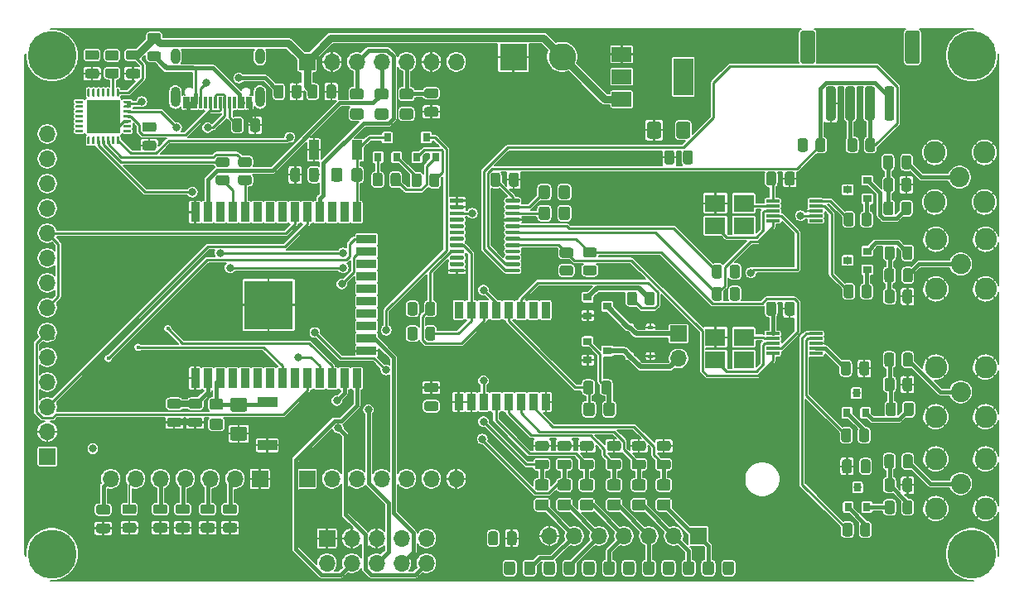
<source format=gtl>
G04 #@! TF.GenerationSoftware,KiCad,Pcbnew,(5.1.10)-1*
G04 #@! TF.CreationDate,2021-10-14T15:13:29+02:00*
G04 #@! TF.ProjectId,ESP32Vfo,45535033-3256-4666-9f2e-6b696361645f,rev?*
G04 #@! TF.SameCoordinates,Original*
G04 #@! TF.FileFunction,Copper,L1,Top*
G04 #@! TF.FilePolarity,Positive*
%FSLAX46Y46*%
G04 Gerber Fmt 4.6, Leading zero omitted, Abs format (unit mm)*
G04 Created by KiCad (PCBNEW (5.1.10)-1) date 2021-10-14 15:13:29*
%MOMM*%
%LPD*%
G01*
G04 APERTURE LIST*
G04 #@! TA.AperFunction,SMDPad,CuDef*
%ADD10R,0.800000X0.900000*%
G04 #@! TD*
G04 #@! TA.AperFunction,SMDPad,CuDef*
%ADD11R,0.900000X2.000000*%
G04 #@! TD*
G04 #@! TA.AperFunction,SMDPad,CuDef*
%ADD12R,2.000000X0.900000*%
G04 #@! TD*
G04 #@! TA.AperFunction,SMDPad,CuDef*
%ADD13R,5.000000X5.000000*%
G04 #@! TD*
G04 #@! TA.AperFunction,SMDPad,CuDef*
%ADD14R,0.300000X1.150000*%
G04 #@! TD*
G04 #@! TA.AperFunction,ComponentPad*
%ADD15O,1.000000X1.600000*%
G04 #@! TD*
G04 #@! TA.AperFunction,ComponentPad*
%ADD16O,1.000000X2.100000*%
G04 #@! TD*
G04 #@! TA.AperFunction,ComponentPad*
%ADD17R,1.700000X1.700000*%
G04 #@! TD*
G04 #@! TA.AperFunction,ComponentPad*
%ADD18O,1.700000X1.700000*%
G04 #@! TD*
G04 #@! TA.AperFunction,SMDPad,CuDef*
%ADD19R,0.900000X0.800000*%
G04 #@! TD*
G04 #@! TA.AperFunction,SMDPad,CuDef*
%ADD20R,0.600000X0.450000*%
G04 #@! TD*
G04 #@! TA.AperFunction,SMDPad,CuDef*
%ADD21R,1.050000X2.000000*%
G04 #@! TD*
G04 #@! TA.AperFunction,SMDPad,CuDef*
%ADD22R,2.100000X1.800000*%
G04 #@! TD*
G04 #@! TA.AperFunction,SMDPad,CuDef*
%ADD23R,1.400000X0.300000*%
G04 #@! TD*
G04 #@! TA.AperFunction,ComponentPad*
%ADD24C,2.250000*%
G04 #@! TD*
G04 #@! TA.AperFunction,ComponentPad*
%ADD25C,2.050000*%
G04 #@! TD*
G04 #@! TA.AperFunction,SMDPad,CuDef*
%ADD26R,3.350000X3.350000*%
G04 #@! TD*
G04 #@! TA.AperFunction,SMDPad,CuDef*
%ADD27R,2.000000X1.050000*%
G04 #@! TD*
G04 #@! TA.AperFunction,SMDPad,CuDef*
%ADD28R,0.900000X1.700000*%
G04 #@! TD*
G04 #@! TA.AperFunction,SMDPad,CuDef*
%ADD29R,2.000000X1.500000*%
G04 #@! TD*
G04 #@! TA.AperFunction,SMDPad,CuDef*
%ADD30R,2.000000X3.800000*%
G04 #@! TD*
G04 #@! TA.AperFunction,ComponentPad*
%ADD31C,2.800000*%
G04 #@! TD*
G04 #@! TA.AperFunction,ComponentPad*
%ADD32R,2.800000X2.800000*%
G04 #@! TD*
G04 #@! TA.AperFunction,ComponentPad*
%ADD33C,0.800000*%
G04 #@! TD*
G04 #@! TA.AperFunction,ComponentPad*
%ADD34C,5.000000*%
G04 #@! TD*
G04 #@! TA.AperFunction,ViaPad*
%ADD35C,0.800000*%
G04 #@! TD*
G04 #@! TA.AperFunction,ViaPad*
%ADD36C,0.450000*%
G04 #@! TD*
G04 #@! TA.AperFunction,Conductor*
%ADD37C,0.254000*%
G04 #@! TD*
G04 #@! TA.AperFunction,Conductor*
%ADD38C,0.381000*%
G04 #@! TD*
G04 #@! TA.AperFunction,Conductor*
%ADD39C,0.635000*%
G04 #@! TD*
G04 #@! TA.AperFunction,Conductor*
%ADD40C,0.152400*%
G04 #@! TD*
G04 #@! TA.AperFunction,Conductor*
%ADD41C,0.762000*%
G04 #@! TD*
G04 #@! TA.AperFunction,Conductor*
%ADD42C,0.508000*%
G04 #@! TD*
G04 #@! TA.AperFunction,Conductor*
%ADD43C,0.100000*%
G04 #@! TD*
G04 APERTURE END LIST*
G04 #@! TA.AperFunction,SMDPad,CuDef*
G36*
G01*
X94520001Y-60690000D02*
X93619999Y-60690000D01*
G75*
G02*
X93370000Y-60440001I0J249999D01*
G01*
X93370000Y-59914999D01*
G75*
G02*
X93619999Y-59665000I249999J0D01*
G01*
X94520001Y-59665000D01*
G75*
G02*
X94770000Y-59914999I0J-249999D01*
G01*
X94770000Y-60440001D01*
G75*
G02*
X94520001Y-60690000I-249999J0D01*
G01*
G37*
G04 #@! TD.AperFunction*
G04 #@! TA.AperFunction,SMDPad,CuDef*
G36*
G01*
X94520001Y-62515000D02*
X93619999Y-62515000D01*
G75*
G02*
X93370000Y-62265001I0J249999D01*
G01*
X93370000Y-61739999D01*
G75*
G02*
X93619999Y-61490000I249999J0D01*
G01*
X94520001Y-61490000D01*
G75*
G02*
X94770000Y-61739999I0J-249999D01*
G01*
X94770000Y-62265001D01*
G75*
G02*
X94520001Y-62515000I-249999J0D01*
G01*
G37*
G04 #@! TD.AperFunction*
G04 #@! TA.AperFunction,SMDPad,CuDef*
G36*
G01*
X96920001Y-60660000D02*
X96019999Y-60660000D01*
G75*
G02*
X95770000Y-60410001I0J249999D01*
G01*
X95770000Y-59884999D01*
G75*
G02*
X96019999Y-59635000I249999J0D01*
G01*
X96920001Y-59635000D01*
G75*
G02*
X97170000Y-59884999I0J-249999D01*
G01*
X97170000Y-60410001D01*
G75*
G02*
X96920001Y-60660000I-249999J0D01*
G01*
G37*
G04 #@! TD.AperFunction*
G04 #@! TA.AperFunction,SMDPad,CuDef*
G36*
G01*
X96920001Y-62485000D02*
X96019999Y-62485000D01*
G75*
G02*
X95770000Y-62235001I0J249999D01*
G01*
X95770000Y-61709999D01*
G75*
G02*
X96019999Y-61460000I249999J0D01*
G01*
X96920001Y-61460000D01*
G75*
G02*
X97170000Y-61709999I0J-249999D01*
G01*
X97170000Y-62235001D01*
G75*
G02*
X96920001Y-62485000I-249999J0D01*
G01*
G37*
G04 #@! TD.AperFunction*
G04 #@! TA.AperFunction,SMDPad,CuDef*
G36*
G01*
X53512700Y-77031000D02*
X54462700Y-77031000D01*
G75*
G02*
X54712700Y-77281000I0J-250000D01*
G01*
X54712700Y-77781000D01*
G75*
G02*
X54462700Y-78031000I-250000J0D01*
G01*
X53512700Y-78031000D01*
G75*
G02*
X53262700Y-77781000I0J250000D01*
G01*
X53262700Y-77281000D01*
G75*
G02*
X53512700Y-77031000I250000J0D01*
G01*
G37*
G04 #@! TD.AperFunction*
G04 #@! TA.AperFunction,SMDPad,CuDef*
G36*
G01*
X53512700Y-75131000D02*
X54462700Y-75131000D01*
G75*
G02*
X54712700Y-75381000I0J-250000D01*
G01*
X54712700Y-75881000D01*
G75*
G02*
X54462700Y-76131000I-250000J0D01*
G01*
X53512700Y-76131000D01*
G75*
G02*
X53262700Y-75881000I0J250000D01*
G01*
X53262700Y-75381000D01*
G75*
G02*
X53512700Y-75131000I250000J0D01*
G01*
G37*
G04 #@! TD.AperFunction*
G04 #@! TA.AperFunction,SMDPad,CuDef*
G36*
G01*
X76104700Y-53142302D02*
X76104700Y-52242298D01*
G75*
G02*
X76354698Y-51992300I249998J0D01*
G01*
X76879702Y-51992300D01*
G75*
G02*
X77129700Y-52242298I0J-249998D01*
G01*
X77129700Y-53142302D01*
G75*
G02*
X76879702Y-53392300I-249998J0D01*
G01*
X76354698Y-53392300D01*
G75*
G02*
X76104700Y-53142302I0J249998D01*
G01*
G37*
G04 #@! TD.AperFunction*
G04 #@! TA.AperFunction,SMDPad,CuDef*
G36*
G01*
X74279700Y-53142302D02*
X74279700Y-52242298D01*
G75*
G02*
X74529698Y-51992300I249998J0D01*
G01*
X75054702Y-51992300D01*
G75*
G02*
X75304700Y-52242298I0J-249998D01*
G01*
X75304700Y-53142302D01*
G75*
G02*
X75054702Y-53392300I-249998J0D01*
G01*
X74529698Y-53392300D01*
G75*
G02*
X74279700Y-53142302I0J249998D01*
G01*
G37*
G04 #@! TD.AperFunction*
G04 #@! TA.AperFunction,SMDPad,CuDef*
G36*
G01*
X79267100Y-52305798D02*
X79267100Y-53205802D01*
G75*
G02*
X79017102Y-53455800I-249998J0D01*
G01*
X78492098Y-53455800D01*
G75*
G02*
X78242100Y-53205802I0J249998D01*
G01*
X78242100Y-52305798D01*
G75*
G02*
X78492098Y-52055800I249998J0D01*
G01*
X79017102Y-52055800D01*
G75*
G02*
X79267100Y-52305798I0J-249998D01*
G01*
G37*
G04 #@! TD.AperFunction*
G04 #@! TA.AperFunction,SMDPad,CuDef*
G36*
G01*
X81092100Y-52305798D02*
X81092100Y-53205802D01*
G75*
G02*
X80842102Y-53455800I-249998J0D01*
G01*
X80317098Y-53455800D01*
G75*
G02*
X80067100Y-53205802I0J249998D01*
G01*
X80067100Y-52305798D01*
G75*
G02*
X80317098Y-52055800I249998J0D01*
G01*
X80842102Y-52055800D01*
G75*
G02*
X81092100Y-52305798I0J-249998D01*
G01*
G37*
G04 #@! TD.AperFunction*
D10*
X75780900Y-48403000D03*
X76730900Y-50403000D03*
X74830900Y-50403000D03*
X79756000Y-48390300D03*
X80706000Y-50390300D03*
X78806000Y-50390300D03*
D11*
X56134000Y-56016000D03*
X57404000Y-56016000D03*
X58674000Y-56016000D03*
X59944000Y-56016000D03*
X61214000Y-56016000D03*
X62484000Y-56016000D03*
X63754000Y-56016000D03*
X65024000Y-56016000D03*
X66294000Y-56016000D03*
X67564000Y-56016000D03*
X68834000Y-56016000D03*
X70104000Y-56016000D03*
X71374000Y-56016000D03*
X72644000Y-56016000D03*
D12*
X73644000Y-58801000D03*
X73644000Y-60071000D03*
X73644000Y-61341000D03*
X73644000Y-62611000D03*
X73644000Y-63881000D03*
X73644000Y-65151000D03*
X73644000Y-66421000D03*
X73644000Y-67691000D03*
X73644000Y-68961000D03*
X73644000Y-70231000D03*
D11*
X72644000Y-73016000D03*
X71374000Y-73016000D03*
X70104000Y-73016000D03*
X68834000Y-73016000D03*
X67564000Y-73016000D03*
X66294000Y-73016000D03*
X65024000Y-73016000D03*
X63754000Y-73016000D03*
X62484000Y-73016000D03*
X61214000Y-73016000D03*
X59944000Y-73016000D03*
X58674000Y-73016000D03*
X57404000Y-73016000D03*
X56134000Y-73016000D03*
D13*
X63634000Y-65516000D03*
D14*
X55070000Y-44818000D03*
X55870000Y-44818000D03*
X60670000Y-44818000D03*
X61470000Y-44818000D03*
X61770000Y-44818000D03*
X60970000Y-44818000D03*
X60170000Y-44818000D03*
X59670000Y-44818000D03*
X59170000Y-44818000D03*
X58670000Y-44818000D03*
X58170000Y-44818000D03*
X57670000Y-44818000D03*
X57170000Y-44818000D03*
X56670000Y-44818000D03*
X56170000Y-44818000D03*
X55370000Y-44818000D03*
D15*
X54100000Y-40073000D03*
X62740000Y-40073000D03*
D16*
X54100000Y-44253000D03*
X62740000Y-44253000D03*
D17*
X105537000Y-68453000D03*
D18*
X105537000Y-70993000D03*
G04 #@! TA.AperFunction,SMDPad,CuDef*
G36*
G01*
X97630000Y-74418002D02*
X97630000Y-73517998D01*
G75*
G02*
X97879998Y-73268000I249998J0D01*
G01*
X98405002Y-73268000D01*
G75*
G02*
X98655000Y-73517998I0J-249998D01*
G01*
X98655000Y-74418002D01*
G75*
G02*
X98405002Y-74668000I-249998J0D01*
G01*
X97879998Y-74668000D01*
G75*
G02*
X97630000Y-74418002I0J249998D01*
G01*
G37*
G04 #@! TD.AperFunction*
G04 #@! TA.AperFunction,SMDPad,CuDef*
G36*
G01*
X95805000Y-74418002D02*
X95805000Y-73517998D01*
G75*
G02*
X96054998Y-73268000I249998J0D01*
G01*
X96580002Y-73268000D01*
G75*
G02*
X96830000Y-73517998I0J-249998D01*
G01*
X96830000Y-74418002D01*
G75*
G02*
X96580002Y-74668000I-249998J0D01*
G01*
X96054998Y-74668000D01*
G75*
G02*
X95805000Y-74418002I0J249998D01*
G01*
G37*
G04 #@! TD.AperFunction*
G04 #@! TA.AperFunction,SMDPad,CuDef*
G36*
G01*
X102080000Y-65318002D02*
X102080000Y-64417998D01*
G75*
G02*
X102329998Y-64168000I249998J0D01*
G01*
X102855002Y-64168000D01*
G75*
G02*
X103105000Y-64417998I0J-249998D01*
G01*
X103105000Y-65318002D01*
G75*
G02*
X102855002Y-65568000I-249998J0D01*
G01*
X102329998Y-65568000D01*
G75*
G02*
X102080000Y-65318002I0J249998D01*
G01*
G37*
G04 #@! TD.AperFunction*
G04 #@! TA.AperFunction,SMDPad,CuDef*
G36*
G01*
X100255000Y-65318002D02*
X100255000Y-64417998D01*
G75*
G02*
X100504998Y-64168000I249998J0D01*
G01*
X101030002Y-64168000D01*
G75*
G02*
X101280000Y-64417998I0J-249998D01*
G01*
X101280000Y-65318002D01*
G75*
G02*
X101030002Y-65568000I-249998J0D01*
G01*
X100504998Y-65568000D01*
G75*
G02*
X100255000Y-65318002I0J249998D01*
G01*
G37*
G04 #@! TD.AperFunction*
D19*
X98250000Y-70218000D03*
X96250000Y-71168000D03*
X96250000Y-69268000D03*
X98250000Y-65668000D03*
X96250000Y-66618000D03*
X96250000Y-64718000D03*
D20*
X102650000Y-70768000D03*
X100550000Y-70768000D03*
X102650000Y-67818000D03*
X100550000Y-67818000D03*
D21*
X68260000Y-49657000D03*
X72710000Y-49657000D03*
G04 #@! TA.AperFunction,SMDPad,CuDef*
G36*
G01*
X67760000Y-52672000D02*
X67760000Y-51722000D01*
G75*
G02*
X68010000Y-51472000I250000J0D01*
G01*
X68510000Y-51472000D01*
G75*
G02*
X68760000Y-51722000I0J-250000D01*
G01*
X68760000Y-52672000D01*
G75*
G02*
X68510000Y-52922000I-250000J0D01*
G01*
X68010000Y-52922000D01*
G75*
G02*
X67760000Y-52672000I0J250000D01*
G01*
G37*
G04 #@! TD.AperFunction*
G04 #@! TA.AperFunction,SMDPad,CuDef*
G36*
G01*
X65860000Y-52672000D02*
X65860000Y-51722000D01*
G75*
G02*
X66110000Y-51472000I250000J0D01*
G01*
X66610000Y-51472000D01*
G75*
G02*
X66860000Y-51722000I0J-250000D01*
G01*
X66860000Y-52672000D01*
G75*
G02*
X66610000Y-52922000I-250000J0D01*
G01*
X66110000Y-52922000D01*
G75*
G02*
X65860000Y-52672000I0J250000D01*
G01*
G37*
G04 #@! TD.AperFunction*
D22*
X112194000Y-57411000D03*
X109294000Y-57411000D03*
X109294000Y-55111000D03*
X112194000Y-55111000D03*
X112194000Y-71127000D03*
X109294000Y-71127000D03*
X109294000Y-68827000D03*
X112194000Y-68827000D03*
D23*
X119548000Y-54880000D03*
X119548000Y-55380000D03*
X119548000Y-55880000D03*
X119548000Y-56380000D03*
X119548000Y-56880000D03*
X115148000Y-56880000D03*
X115148000Y-56380000D03*
X115148000Y-55880000D03*
X115148000Y-55380000D03*
X115148000Y-54880000D03*
X119548000Y-68469000D03*
X119548000Y-68969000D03*
X119548000Y-69469000D03*
X119548000Y-69969000D03*
X119548000Y-70469000D03*
X115148000Y-70469000D03*
X115148000Y-69969000D03*
X115148000Y-69469000D03*
X115148000Y-68969000D03*
X115148000Y-68469000D03*
G04 #@! TA.AperFunction,SMDPad,CuDef*
G36*
G01*
X87850000Y-54945000D02*
X87850000Y-54745000D01*
G75*
G02*
X87950000Y-54645000I100000J0D01*
G01*
X89225000Y-54645000D01*
G75*
G02*
X89325000Y-54745000I0J-100000D01*
G01*
X89325000Y-54945000D01*
G75*
G02*
X89225000Y-55045000I-100000J0D01*
G01*
X87950000Y-55045000D01*
G75*
G02*
X87850000Y-54945000I0J100000D01*
G01*
G37*
G04 #@! TD.AperFunction*
G04 #@! TA.AperFunction,SMDPad,CuDef*
G36*
G01*
X87850000Y-55595000D02*
X87850000Y-55395000D01*
G75*
G02*
X87950000Y-55295000I100000J0D01*
G01*
X89225000Y-55295000D01*
G75*
G02*
X89325000Y-55395000I0J-100000D01*
G01*
X89325000Y-55595000D01*
G75*
G02*
X89225000Y-55695000I-100000J0D01*
G01*
X87950000Y-55695000D01*
G75*
G02*
X87850000Y-55595000I0J100000D01*
G01*
G37*
G04 #@! TD.AperFunction*
G04 #@! TA.AperFunction,SMDPad,CuDef*
G36*
G01*
X87850000Y-56245000D02*
X87850000Y-56045000D01*
G75*
G02*
X87950000Y-55945000I100000J0D01*
G01*
X89225000Y-55945000D01*
G75*
G02*
X89325000Y-56045000I0J-100000D01*
G01*
X89325000Y-56245000D01*
G75*
G02*
X89225000Y-56345000I-100000J0D01*
G01*
X87950000Y-56345000D01*
G75*
G02*
X87850000Y-56245000I0J100000D01*
G01*
G37*
G04 #@! TD.AperFunction*
G04 #@! TA.AperFunction,SMDPad,CuDef*
G36*
G01*
X87850000Y-56895000D02*
X87850000Y-56695000D01*
G75*
G02*
X87950000Y-56595000I100000J0D01*
G01*
X89225000Y-56595000D01*
G75*
G02*
X89325000Y-56695000I0J-100000D01*
G01*
X89325000Y-56895000D01*
G75*
G02*
X89225000Y-56995000I-100000J0D01*
G01*
X87950000Y-56995000D01*
G75*
G02*
X87850000Y-56895000I0J100000D01*
G01*
G37*
G04 #@! TD.AperFunction*
G04 #@! TA.AperFunction,SMDPad,CuDef*
G36*
G01*
X87850000Y-57545000D02*
X87850000Y-57345000D01*
G75*
G02*
X87950000Y-57245000I100000J0D01*
G01*
X89225000Y-57245000D01*
G75*
G02*
X89325000Y-57345000I0J-100000D01*
G01*
X89325000Y-57545000D01*
G75*
G02*
X89225000Y-57645000I-100000J0D01*
G01*
X87950000Y-57645000D01*
G75*
G02*
X87850000Y-57545000I0J100000D01*
G01*
G37*
G04 #@! TD.AperFunction*
G04 #@! TA.AperFunction,SMDPad,CuDef*
G36*
G01*
X87850000Y-58195000D02*
X87850000Y-57995000D01*
G75*
G02*
X87950000Y-57895000I100000J0D01*
G01*
X89225000Y-57895000D01*
G75*
G02*
X89325000Y-57995000I0J-100000D01*
G01*
X89325000Y-58195000D01*
G75*
G02*
X89225000Y-58295000I-100000J0D01*
G01*
X87950000Y-58295000D01*
G75*
G02*
X87850000Y-58195000I0J100000D01*
G01*
G37*
G04 #@! TD.AperFunction*
G04 #@! TA.AperFunction,SMDPad,CuDef*
G36*
G01*
X87850000Y-58845000D02*
X87850000Y-58645000D01*
G75*
G02*
X87950000Y-58545000I100000J0D01*
G01*
X89225000Y-58545000D01*
G75*
G02*
X89325000Y-58645000I0J-100000D01*
G01*
X89325000Y-58845000D01*
G75*
G02*
X89225000Y-58945000I-100000J0D01*
G01*
X87950000Y-58945000D01*
G75*
G02*
X87850000Y-58845000I0J100000D01*
G01*
G37*
G04 #@! TD.AperFunction*
G04 #@! TA.AperFunction,SMDPad,CuDef*
G36*
G01*
X87850000Y-59495000D02*
X87850000Y-59295000D01*
G75*
G02*
X87950000Y-59195000I100000J0D01*
G01*
X89225000Y-59195000D01*
G75*
G02*
X89325000Y-59295000I0J-100000D01*
G01*
X89325000Y-59495000D01*
G75*
G02*
X89225000Y-59595000I-100000J0D01*
G01*
X87950000Y-59595000D01*
G75*
G02*
X87850000Y-59495000I0J100000D01*
G01*
G37*
G04 #@! TD.AperFunction*
G04 #@! TA.AperFunction,SMDPad,CuDef*
G36*
G01*
X87850000Y-60145000D02*
X87850000Y-59945000D01*
G75*
G02*
X87950000Y-59845000I100000J0D01*
G01*
X89225000Y-59845000D01*
G75*
G02*
X89325000Y-59945000I0J-100000D01*
G01*
X89325000Y-60145000D01*
G75*
G02*
X89225000Y-60245000I-100000J0D01*
G01*
X87950000Y-60245000D01*
G75*
G02*
X87850000Y-60145000I0J100000D01*
G01*
G37*
G04 #@! TD.AperFunction*
G04 #@! TA.AperFunction,SMDPad,CuDef*
G36*
G01*
X87850000Y-60795000D02*
X87850000Y-60595000D01*
G75*
G02*
X87950000Y-60495000I100000J0D01*
G01*
X89225000Y-60495000D01*
G75*
G02*
X89325000Y-60595000I0J-100000D01*
G01*
X89325000Y-60795000D01*
G75*
G02*
X89225000Y-60895000I-100000J0D01*
G01*
X87950000Y-60895000D01*
G75*
G02*
X87850000Y-60795000I0J100000D01*
G01*
G37*
G04 #@! TD.AperFunction*
G04 #@! TA.AperFunction,SMDPad,CuDef*
G36*
G01*
X87850000Y-61445000D02*
X87850000Y-61245000D01*
G75*
G02*
X87950000Y-61145000I100000J0D01*
G01*
X89225000Y-61145000D01*
G75*
G02*
X89325000Y-61245000I0J-100000D01*
G01*
X89325000Y-61445000D01*
G75*
G02*
X89225000Y-61545000I-100000J0D01*
G01*
X87950000Y-61545000D01*
G75*
G02*
X87850000Y-61445000I0J100000D01*
G01*
G37*
G04 #@! TD.AperFunction*
G04 #@! TA.AperFunction,SMDPad,CuDef*
G36*
G01*
X87850000Y-62095000D02*
X87850000Y-61895000D01*
G75*
G02*
X87950000Y-61795000I100000J0D01*
G01*
X89225000Y-61795000D01*
G75*
G02*
X89325000Y-61895000I0J-100000D01*
G01*
X89325000Y-62095000D01*
G75*
G02*
X89225000Y-62195000I-100000J0D01*
G01*
X87950000Y-62195000D01*
G75*
G02*
X87850000Y-62095000I0J100000D01*
G01*
G37*
G04 #@! TD.AperFunction*
G04 #@! TA.AperFunction,SMDPad,CuDef*
G36*
G01*
X82125000Y-62095000D02*
X82125000Y-61895000D01*
G75*
G02*
X82225000Y-61795000I100000J0D01*
G01*
X83500000Y-61795000D01*
G75*
G02*
X83600000Y-61895000I0J-100000D01*
G01*
X83600000Y-62095000D01*
G75*
G02*
X83500000Y-62195000I-100000J0D01*
G01*
X82225000Y-62195000D01*
G75*
G02*
X82125000Y-62095000I0J100000D01*
G01*
G37*
G04 #@! TD.AperFunction*
G04 #@! TA.AperFunction,SMDPad,CuDef*
G36*
G01*
X82125000Y-61445000D02*
X82125000Y-61245000D01*
G75*
G02*
X82225000Y-61145000I100000J0D01*
G01*
X83500000Y-61145000D01*
G75*
G02*
X83600000Y-61245000I0J-100000D01*
G01*
X83600000Y-61445000D01*
G75*
G02*
X83500000Y-61545000I-100000J0D01*
G01*
X82225000Y-61545000D01*
G75*
G02*
X82125000Y-61445000I0J100000D01*
G01*
G37*
G04 #@! TD.AperFunction*
G04 #@! TA.AperFunction,SMDPad,CuDef*
G36*
G01*
X82125000Y-60795000D02*
X82125000Y-60595000D01*
G75*
G02*
X82225000Y-60495000I100000J0D01*
G01*
X83500000Y-60495000D01*
G75*
G02*
X83600000Y-60595000I0J-100000D01*
G01*
X83600000Y-60795000D01*
G75*
G02*
X83500000Y-60895000I-100000J0D01*
G01*
X82225000Y-60895000D01*
G75*
G02*
X82125000Y-60795000I0J100000D01*
G01*
G37*
G04 #@! TD.AperFunction*
G04 #@! TA.AperFunction,SMDPad,CuDef*
G36*
G01*
X82125000Y-60145000D02*
X82125000Y-59945000D01*
G75*
G02*
X82225000Y-59845000I100000J0D01*
G01*
X83500000Y-59845000D01*
G75*
G02*
X83600000Y-59945000I0J-100000D01*
G01*
X83600000Y-60145000D01*
G75*
G02*
X83500000Y-60245000I-100000J0D01*
G01*
X82225000Y-60245000D01*
G75*
G02*
X82125000Y-60145000I0J100000D01*
G01*
G37*
G04 #@! TD.AperFunction*
G04 #@! TA.AperFunction,SMDPad,CuDef*
G36*
G01*
X82125000Y-59495000D02*
X82125000Y-59295000D01*
G75*
G02*
X82225000Y-59195000I100000J0D01*
G01*
X83500000Y-59195000D01*
G75*
G02*
X83600000Y-59295000I0J-100000D01*
G01*
X83600000Y-59495000D01*
G75*
G02*
X83500000Y-59595000I-100000J0D01*
G01*
X82225000Y-59595000D01*
G75*
G02*
X82125000Y-59495000I0J100000D01*
G01*
G37*
G04 #@! TD.AperFunction*
G04 #@! TA.AperFunction,SMDPad,CuDef*
G36*
G01*
X82125000Y-58845000D02*
X82125000Y-58645000D01*
G75*
G02*
X82225000Y-58545000I100000J0D01*
G01*
X83500000Y-58545000D01*
G75*
G02*
X83600000Y-58645000I0J-100000D01*
G01*
X83600000Y-58845000D01*
G75*
G02*
X83500000Y-58945000I-100000J0D01*
G01*
X82225000Y-58945000D01*
G75*
G02*
X82125000Y-58845000I0J100000D01*
G01*
G37*
G04 #@! TD.AperFunction*
G04 #@! TA.AperFunction,SMDPad,CuDef*
G36*
G01*
X82125000Y-58195000D02*
X82125000Y-57995000D01*
G75*
G02*
X82225000Y-57895000I100000J0D01*
G01*
X83500000Y-57895000D01*
G75*
G02*
X83600000Y-57995000I0J-100000D01*
G01*
X83600000Y-58195000D01*
G75*
G02*
X83500000Y-58295000I-100000J0D01*
G01*
X82225000Y-58295000D01*
G75*
G02*
X82125000Y-58195000I0J100000D01*
G01*
G37*
G04 #@! TD.AperFunction*
G04 #@! TA.AperFunction,SMDPad,CuDef*
G36*
G01*
X82125000Y-57545000D02*
X82125000Y-57345000D01*
G75*
G02*
X82225000Y-57245000I100000J0D01*
G01*
X83500000Y-57245000D01*
G75*
G02*
X83600000Y-57345000I0J-100000D01*
G01*
X83600000Y-57545000D01*
G75*
G02*
X83500000Y-57645000I-100000J0D01*
G01*
X82225000Y-57645000D01*
G75*
G02*
X82125000Y-57545000I0J100000D01*
G01*
G37*
G04 #@! TD.AperFunction*
G04 #@! TA.AperFunction,SMDPad,CuDef*
G36*
G01*
X82125000Y-56895000D02*
X82125000Y-56695000D01*
G75*
G02*
X82225000Y-56595000I100000J0D01*
G01*
X83500000Y-56595000D01*
G75*
G02*
X83600000Y-56695000I0J-100000D01*
G01*
X83600000Y-56895000D01*
G75*
G02*
X83500000Y-56995000I-100000J0D01*
G01*
X82225000Y-56995000D01*
G75*
G02*
X82125000Y-56895000I0J100000D01*
G01*
G37*
G04 #@! TD.AperFunction*
G04 #@! TA.AperFunction,SMDPad,CuDef*
G36*
G01*
X82125000Y-56245000D02*
X82125000Y-56045000D01*
G75*
G02*
X82225000Y-55945000I100000J0D01*
G01*
X83500000Y-55945000D01*
G75*
G02*
X83600000Y-56045000I0J-100000D01*
G01*
X83600000Y-56245000D01*
G75*
G02*
X83500000Y-56345000I-100000J0D01*
G01*
X82225000Y-56345000D01*
G75*
G02*
X82125000Y-56245000I0J100000D01*
G01*
G37*
G04 #@! TD.AperFunction*
G04 #@! TA.AperFunction,SMDPad,CuDef*
G36*
G01*
X82125000Y-55595000D02*
X82125000Y-55395000D01*
G75*
G02*
X82225000Y-55295000I100000J0D01*
G01*
X83500000Y-55295000D01*
G75*
G02*
X83600000Y-55395000I0J-100000D01*
G01*
X83600000Y-55595000D01*
G75*
G02*
X83500000Y-55695000I-100000J0D01*
G01*
X82225000Y-55695000D01*
G75*
G02*
X82125000Y-55595000I0J100000D01*
G01*
G37*
G04 #@! TD.AperFunction*
G04 #@! TA.AperFunction,SMDPad,CuDef*
G36*
G01*
X82125000Y-54945000D02*
X82125000Y-54745000D01*
G75*
G02*
X82225000Y-54645000I100000J0D01*
G01*
X83500000Y-54645000D01*
G75*
G02*
X83600000Y-54745000I0J-100000D01*
G01*
X83600000Y-54945000D01*
G75*
G02*
X83500000Y-55045000I-100000J0D01*
G01*
X82225000Y-55045000D01*
G75*
G02*
X82125000Y-54945000I0J100000D01*
G01*
G37*
G04 #@! TD.AperFunction*
G04 #@! TA.AperFunction,SMDPad,CuDef*
G36*
G01*
X128416000Y-65093002D02*
X128416000Y-64192998D01*
G75*
G02*
X128665998Y-63943000I249998J0D01*
G01*
X129191002Y-63943000D01*
G75*
G02*
X129441000Y-64192998I0J-249998D01*
G01*
X129441000Y-65093002D01*
G75*
G02*
X129191002Y-65343000I-249998J0D01*
G01*
X128665998Y-65343000D01*
G75*
G02*
X128416000Y-65093002I0J249998D01*
G01*
G37*
G04 #@! TD.AperFunction*
G04 #@! TA.AperFunction,SMDPad,CuDef*
G36*
G01*
X126591000Y-65093002D02*
X126591000Y-64192998D01*
G75*
G02*
X126840998Y-63943000I249998J0D01*
G01*
X127366002Y-63943000D01*
G75*
G02*
X127616000Y-64192998I0J-249998D01*
G01*
X127616000Y-65093002D01*
G75*
G02*
X127366002Y-65343000I-249998J0D01*
G01*
X126840998Y-65343000D01*
G75*
G02*
X126591000Y-65093002I0J249998D01*
G01*
G37*
G04 #@! TD.AperFunction*
G04 #@! TA.AperFunction,SMDPad,CuDef*
G36*
G01*
X128416000Y-74110002D02*
X128416000Y-73209998D01*
G75*
G02*
X128665998Y-72960000I249998J0D01*
G01*
X129191002Y-72960000D01*
G75*
G02*
X129441000Y-73209998I0J-249998D01*
G01*
X129441000Y-74110002D01*
G75*
G02*
X129191002Y-74360000I-249998J0D01*
G01*
X128665998Y-74360000D01*
G75*
G02*
X128416000Y-74110002I0J249998D01*
G01*
G37*
G04 #@! TD.AperFunction*
G04 #@! TA.AperFunction,SMDPad,CuDef*
G36*
G01*
X126591000Y-74110002D02*
X126591000Y-73209998D01*
G75*
G02*
X126840998Y-72960000I249998J0D01*
G01*
X127366002Y-72960000D01*
G75*
G02*
X127616000Y-73209998I0J-249998D01*
G01*
X127616000Y-74110002D01*
G75*
G02*
X127366002Y-74360000I-249998J0D01*
G01*
X126840998Y-74360000D01*
G75*
G02*
X126591000Y-74110002I0J249998D01*
G01*
G37*
G04 #@! TD.AperFunction*
G04 #@! TA.AperFunction,SMDPad,CuDef*
G36*
G01*
X127616000Y-59747998D02*
X127616000Y-60648002D01*
G75*
G02*
X127366002Y-60898000I-249998J0D01*
G01*
X126840998Y-60898000D01*
G75*
G02*
X126591000Y-60648002I0J249998D01*
G01*
X126591000Y-59747998D01*
G75*
G02*
X126840998Y-59498000I249998J0D01*
G01*
X127366002Y-59498000D01*
G75*
G02*
X127616000Y-59747998I0J-249998D01*
G01*
G37*
G04 #@! TD.AperFunction*
G04 #@! TA.AperFunction,SMDPad,CuDef*
G36*
G01*
X129441000Y-59747998D02*
X129441000Y-60648002D01*
G75*
G02*
X129191002Y-60898000I-249998J0D01*
G01*
X128665998Y-60898000D01*
G75*
G02*
X128416000Y-60648002I0J249998D01*
G01*
X128416000Y-59747998D01*
G75*
G02*
X128665998Y-59498000I249998J0D01*
G01*
X129191002Y-59498000D01*
G75*
G02*
X129441000Y-59747998I0J-249998D01*
G01*
G37*
G04 #@! TD.AperFunction*
G04 #@! TA.AperFunction,SMDPad,CuDef*
G36*
G01*
X127743000Y-75749998D02*
X127743000Y-76650002D01*
G75*
G02*
X127493002Y-76900000I-249998J0D01*
G01*
X126967998Y-76900000D01*
G75*
G02*
X126718000Y-76650002I0J249998D01*
G01*
X126718000Y-75749998D01*
G75*
G02*
X126967998Y-75500000I249998J0D01*
G01*
X127493002Y-75500000D01*
G75*
G02*
X127743000Y-75749998I0J-249998D01*
G01*
G37*
G04 #@! TD.AperFunction*
G04 #@! TA.AperFunction,SMDPad,CuDef*
G36*
G01*
X129568000Y-75749998D02*
X129568000Y-76650002D01*
G75*
G02*
X129318002Y-76900000I-249998J0D01*
G01*
X128792998Y-76900000D01*
G75*
G02*
X128543000Y-76650002I0J249998D01*
G01*
X128543000Y-75749998D01*
G75*
G02*
X128792998Y-75500000I249998J0D01*
G01*
X129318002Y-75500000D01*
G75*
G02*
X129568000Y-75749998I0J-249998D01*
G01*
G37*
G04 #@! TD.AperFunction*
G04 #@! TA.AperFunction,SMDPad,CuDef*
G36*
G01*
X123425000Y-63684998D02*
X123425000Y-64585002D01*
G75*
G02*
X123175002Y-64835000I-249998J0D01*
G01*
X122649998Y-64835000D01*
G75*
G02*
X122400000Y-64585002I0J249998D01*
G01*
X122400000Y-63684998D01*
G75*
G02*
X122649998Y-63435000I249998J0D01*
G01*
X123175002Y-63435000D01*
G75*
G02*
X123425000Y-63684998I0J-249998D01*
G01*
G37*
G04 #@! TD.AperFunction*
G04 #@! TA.AperFunction,SMDPad,CuDef*
G36*
G01*
X125250000Y-63684998D02*
X125250000Y-64585002D01*
G75*
G02*
X125000002Y-64835000I-249998J0D01*
G01*
X124474998Y-64835000D01*
G75*
G02*
X124225000Y-64585002I0J249998D01*
G01*
X124225000Y-63684998D01*
G75*
G02*
X124474998Y-63435000I249998J0D01*
G01*
X125000002Y-63435000D01*
G75*
G02*
X125250000Y-63684998I0J-249998D01*
G01*
G37*
G04 #@! TD.AperFunction*
G04 #@! TA.AperFunction,SMDPad,CuDef*
G36*
G01*
X123171000Y-78416998D02*
X123171000Y-79317002D01*
G75*
G02*
X122921002Y-79567000I-249998J0D01*
G01*
X122395998Y-79567000D01*
G75*
G02*
X122146000Y-79317002I0J249998D01*
G01*
X122146000Y-78416998D01*
G75*
G02*
X122395998Y-78167000I249998J0D01*
G01*
X122921002Y-78167000D01*
G75*
G02*
X123171000Y-78416998I0J-249998D01*
G01*
G37*
G04 #@! TD.AperFunction*
G04 #@! TA.AperFunction,SMDPad,CuDef*
G36*
G01*
X124996000Y-78416998D02*
X124996000Y-79317002D01*
G75*
G02*
X124746002Y-79567000I-249998J0D01*
G01*
X124220998Y-79567000D01*
G75*
G02*
X123971000Y-79317002I0J249998D01*
G01*
X123971000Y-78416998D01*
G75*
G02*
X124220998Y-78167000I249998J0D01*
G01*
X124746002Y-78167000D01*
G75*
G02*
X124996000Y-78416998I0J-249998D01*
G01*
G37*
G04 #@! TD.AperFunction*
G04 #@! TA.AperFunction,SMDPad,CuDef*
G36*
G01*
X123425000Y-56318998D02*
X123425000Y-57219002D01*
G75*
G02*
X123175002Y-57469000I-249998J0D01*
G01*
X122649998Y-57469000D01*
G75*
G02*
X122400000Y-57219002I0J249998D01*
G01*
X122400000Y-56318998D01*
G75*
G02*
X122649998Y-56069000I249998J0D01*
G01*
X123175002Y-56069000D01*
G75*
G02*
X123425000Y-56318998I0J-249998D01*
G01*
G37*
G04 #@! TD.AperFunction*
G04 #@! TA.AperFunction,SMDPad,CuDef*
G36*
G01*
X125250000Y-56318998D02*
X125250000Y-57219002D01*
G75*
G02*
X125000002Y-57469000I-249998J0D01*
G01*
X124474998Y-57469000D01*
G75*
G02*
X124225000Y-57219002I0J249998D01*
G01*
X124225000Y-56318998D01*
G75*
G02*
X124474998Y-56069000I249998J0D01*
G01*
X125000002Y-56069000D01*
G75*
G02*
X125250000Y-56318998I0J-249998D01*
G01*
G37*
G04 #@! TD.AperFunction*
G04 #@! TA.AperFunction,SMDPad,CuDef*
G36*
G01*
X123298000Y-88068998D02*
X123298000Y-88969002D01*
G75*
G02*
X123048002Y-89219000I-249998J0D01*
G01*
X122522998Y-89219000D01*
G75*
G02*
X122273000Y-88969002I0J249998D01*
G01*
X122273000Y-88068998D01*
G75*
G02*
X122522998Y-87819000I249998J0D01*
G01*
X123048002Y-87819000D01*
G75*
G02*
X123298000Y-88068998I0J-249998D01*
G01*
G37*
G04 #@! TD.AperFunction*
G04 #@! TA.AperFunction,SMDPad,CuDef*
G36*
G01*
X125123000Y-88068998D02*
X125123000Y-88969002D01*
G75*
G02*
X124873002Y-89219000I-249998J0D01*
G01*
X124347998Y-89219000D01*
G75*
G02*
X124098000Y-88969002I0J249998D01*
G01*
X124098000Y-88068998D01*
G75*
G02*
X124347998Y-87819000I249998J0D01*
G01*
X124873002Y-87819000D01*
G75*
G02*
X125123000Y-88068998I0J-249998D01*
G01*
G37*
G04 #@! TD.AperFunction*
G04 #@! TA.AperFunction,SMDPad,CuDef*
G36*
G01*
X128289000Y-53663002D02*
X128289000Y-52762998D01*
G75*
G02*
X128538998Y-52513000I249998J0D01*
G01*
X129064002Y-52513000D01*
G75*
G02*
X129314000Y-52762998I0J-249998D01*
G01*
X129314000Y-53663002D01*
G75*
G02*
X129064002Y-53913000I-249998J0D01*
G01*
X128538998Y-53913000D01*
G75*
G02*
X128289000Y-53663002I0J249998D01*
G01*
G37*
G04 #@! TD.AperFunction*
G04 #@! TA.AperFunction,SMDPad,CuDef*
G36*
G01*
X126464000Y-53663002D02*
X126464000Y-52762998D01*
G75*
G02*
X126713998Y-52513000I249998J0D01*
G01*
X127239002Y-52513000D01*
G75*
G02*
X127489000Y-52762998I0J-249998D01*
G01*
X127489000Y-53663002D01*
G75*
G02*
X127239002Y-53913000I-249998J0D01*
G01*
X126713998Y-53913000D01*
G75*
G02*
X126464000Y-53663002I0J249998D01*
G01*
G37*
G04 #@! TD.AperFunction*
G04 #@! TA.AperFunction,SMDPad,CuDef*
G36*
G01*
X128416000Y-84397002D02*
X128416000Y-83496998D01*
G75*
G02*
X128665998Y-83247000I249998J0D01*
G01*
X129191002Y-83247000D01*
G75*
G02*
X129441000Y-83496998I0J-249998D01*
G01*
X129441000Y-84397002D01*
G75*
G02*
X129191002Y-84647000I-249998J0D01*
G01*
X128665998Y-84647000D01*
G75*
G02*
X128416000Y-84397002I0J249998D01*
G01*
G37*
G04 #@! TD.AperFunction*
G04 #@! TA.AperFunction,SMDPad,CuDef*
G36*
G01*
X126591000Y-84397002D02*
X126591000Y-83496998D01*
G75*
G02*
X126840998Y-83247000I249998J0D01*
G01*
X127366002Y-83247000D01*
G75*
G02*
X127616000Y-83496998I0J-249998D01*
G01*
X127616000Y-84397002D01*
G75*
G02*
X127366002Y-84647000I-249998J0D01*
G01*
X126840998Y-84647000D01*
G75*
G02*
X126591000Y-84397002I0J249998D01*
G01*
G37*
G04 #@! TD.AperFunction*
G04 #@! TA.AperFunction,SMDPad,CuDef*
G36*
G01*
X127489000Y-55175998D02*
X127489000Y-56076002D01*
G75*
G02*
X127239002Y-56326000I-249998J0D01*
G01*
X126713998Y-56326000D01*
G75*
G02*
X126464000Y-56076002I0J249998D01*
G01*
X126464000Y-55175998D01*
G75*
G02*
X126713998Y-54926000I249998J0D01*
G01*
X127239002Y-54926000D01*
G75*
G02*
X127489000Y-55175998I0J-249998D01*
G01*
G37*
G04 #@! TD.AperFunction*
G04 #@! TA.AperFunction,SMDPad,CuDef*
G36*
G01*
X129314000Y-55175998D02*
X129314000Y-56076002D01*
G75*
G02*
X129064002Y-56326000I-249998J0D01*
G01*
X128538998Y-56326000D01*
G75*
G02*
X128289000Y-56076002I0J249998D01*
G01*
X128289000Y-55175998D01*
G75*
G02*
X128538998Y-54926000I249998J0D01*
G01*
X129064002Y-54926000D01*
G75*
G02*
X129314000Y-55175998I0J-249998D01*
G01*
G37*
G04 #@! TD.AperFunction*
G04 #@! TA.AperFunction,SMDPad,CuDef*
G36*
G01*
X128416000Y-86683002D02*
X128416000Y-85782998D01*
G75*
G02*
X128665998Y-85533000I249998J0D01*
G01*
X129191002Y-85533000D01*
G75*
G02*
X129441000Y-85782998I0J-249998D01*
G01*
X129441000Y-86683002D01*
G75*
G02*
X129191002Y-86933000I-249998J0D01*
G01*
X128665998Y-86933000D01*
G75*
G02*
X128416000Y-86683002I0J249998D01*
G01*
G37*
G04 #@! TD.AperFunction*
G04 #@! TA.AperFunction,SMDPad,CuDef*
G36*
G01*
X126591000Y-86683002D02*
X126591000Y-85782998D01*
G75*
G02*
X126840998Y-85533000I249998J0D01*
G01*
X127366002Y-85533000D01*
G75*
G02*
X127616000Y-85782998I0J-249998D01*
G01*
X127616000Y-86683002D01*
G75*
G02*
X127366002Y-86933000I-249998J0D01*
G01*
X126840998Y-86933000D01*
G75*
G02*
X126591000Y-86683002I0J249998D01*
G01*
G37*
G04 #@! TD.AperFunction*
G04 #@! TA.AperFunction,SMDPad,CuDef*
G36*
G01*
X124606000Y-49599002D02*
X124606000Y-48698998D01*
G75*
G02*
X124855998Y-48449000I249998J0D01*
G01*
X125381002Y-48449000D01*
G75*
G02*
X125631000Y-48698998I0J-249998D01*
G01*
X125631000Y-49599002D01*
G75*
G02*
X125381002Y-49849000I-249998J0D01*
G01*
X124855998Y-49849000D01*
G75*
G02*
X124606000Y-49599002I0J249998D01*
G01*
G37*
G04 #@! TD.AperFunction*
G04 #@! TA.AperFunction,SMDPad,CuDef*
G36*
G01*
X122781000Y-49599002D02*
X122781000Y-48698998D01*
G75*
G02*
X123030998Y-48449000I249998J0D01*
G01*
X123556002Y-48449000D01*
G75*
G02*
X123806000Y-48698998I0J-249998D01*
G01*
X123806000Y-49599002D01*
G75*
G02*
X123556002Y-49849000I-249998J0D01*
G01*
X123030998Y-49849000D01*
G75*
G02*
X122781000Y-49599002I0J249998D01*
G01*
G37*
G04 #@! TD.AperFunction*
G04 #@! TA.AperFunction,SMDPad,CuDef*
G36*
G01*
X119526000Y-49599002D02*
X119526000Y-48698998D01*
G75*
G02*
X119775998Y-48449000I249998J0D01*
G01*
X120301002Y-48449000D01*
G75*
G02*
X120551000Y-48698998I0J-249998D01*
G01*
X120551000Y-49599002D01*
G75*
G02*
X120301002Y-49849000I-249998J0D01*
G01*
X119775998Y-49849000D01*
G75*
G02*
X119526000Y-49599002I0J249998D01*
G01*
G37*
G04 #@! TD.AperFunction*
G04 #@! TA.AperFunction,SMDPad,CuDef*
G36*
G01*
X117701000Y-49599002D02*
X117701000Y-48698998D01*
G75*
G02*
X117950998Y-48449000I249998J0D01*
G01*
X118476002Y-48449000D01*
G75*
G02*
X118726000Y-48698998I0J-249998D01*
G01*
X118726000Y-49599002D01*
G75*
G02*
X118476002Y-49849000I-249998J0D01*
G01*
X117950998Y-49849000D01*
G75*
G02*
X117701000Y-49599002I0J249998D01*
G01*
G37*
G04 #@! TD.AperFunction*
G04 #@! TA.AperFunction,SMDPad,CuDef*
G36*
G01*
X79648000Y-68903002D02*
X79648000Y-68002998D01*
G75*
G02*
X79897998Y-67753000I249998J0D01*
G01*
X80423002Y-67753000D01*
G75*
G02*
X80673000Y-68002998I0J-249998D01*
G01*
X80673000Y-68903002D01*
G75*
G02*
X80423002Y-69153000I-249998J0D01*
G01*
X79897998Y-69153000D01*
G75*
G02*
X79648000Y-68903002I0J249998D01*
G01*
G37*
G04 #@! TD.AperFunction*
G04 #@! TA.AperFunction,SMDPad,CuDef*
G36*
G01*
X77823000Y-68903002D02*
X77823000Y-68002998D01*
G75*
G02*
X78072998Y-67753000I249998J0D01*
G01*
X78598002Y-67753000D01*
G75*
G02*
X78848000Y-68002998I0J-249998D01*
G01*
X78848000Y-68903002D01*
G75*
G02*
X78598002Y-69153000I-249998J0D01*
G01*
X78072998Y-69153000D01*
G75*
G02*
X77823000Y-68903002I0J249998D01*
G01*
G37*
G04 #@! TD.AperFunction*
G04 #@! TA.AperFunction,SMDPad,CuDef*
G36*
G01*
X47174998Y-41294000D02*
X48075002Y-41294000D01*
G75*
G02*
X48325000Y-41543998I0J-249998D01*
G01*
X48325000Y-42069002D01*
G75*
G02*
X48075002Y-42319000I-249998J0D01*
G01*
X47174998Y-42319000D01*
G75*
G02*
X46925000Y-42069002I0J249998D01*
G01*
X46925000Y-41543998D01*
G75*
G02*
X47174998Y-41294000I249998J0D01*
G01*
G37*
G04 #@! TD.AperFunction*
G04 #@! TA.AperFunction,SMDPad,CuDef*
G36*
G01*
X47174998Y-39469000D02*
X48075002Y-39469000D01*
G75*
G02*
X48325000Y-39718998I0J-249998D01*
G01*
X48325000Y-40244002D01*
G75*
G02*
X48075002Y-40494000I-249998J0D01*
G01*
X47174998Y-40494000D01*
G75*
G02*
X46925000Y-40244002I0J249998D01*
G01*
X46925000Y-39718998D01*
G75*
G02*
X47174998Y-39469000I249998J0D01*
G01*
G37*
G04 #@! TD.AperFunction*
G04 #@! TA.AperFunction,SMDPad,CuDef*
G36*
G01*
X79648000Y-66363002D02*
X79648000Y-65462998D01*
G75*
G02*
X79897998Y-65213000I249998J0D01*
G01*
X80423002Y-65213000D01*
G75*
G02*
X80673000Y-65462998I0J-249998D01*
G01*
X80673000Y-66363002D01*
G75*
G02*
X80423002Y-66613000I-249998J0D01*
G01*
X79897998Y-66613000D01*
G75*
G02*
X79648000Y-66363002I0J249998D01*
G01*
G37*
G04 #@! TD.AperFunction*
G04 #@! TA.AperFunction,SMDPad,CuDef*
G36*
G01*
X77823000Y-66363002D02*
X77823000Y-65462998D01*
G75*
G02*
X78072998Y-65213000I249998J0D01*
G01*
X78598002Y-65213000D01*
G75*
G02*
X78848000Y-65462998I0J-249998D01*
G01*
X78848000Y-66363002D01*
G75*
G02*
X78598002Y-66613000I-249998J0D01*
G01*
X78072998Y-66613000D01*
G75*
G02*
X77823000Y-66363002I0J249998D01*
G01*
G37*
G04 #@! TD.AperFunction*
G04 #@! TA.AperFunction,SMDPad,CuDef*
G36*
G01*
X109963000Y-63938998D02*
X109963000Y-64839002D01*
G75*
G02*
X109713002Y-65089000I-249998J0D01*
G01*
X109187998Y-65089000D01*
G75*
G02*
X108938000Y-64839002I0J249998D01*
G01*
X108938000Y-63938998D01*
G75*
G02*
X109187998Y-63689000I249998J0D01*
G01*
X109713002Y-63689000D01*
G75*
G02*
X109963000Y-63938998I0J-249998D01*
G01*
G37*
G04 #@! TD.AperFunction*
G04 #@! TA.AperFunction,SMDPad,CuDef*
G36*
G01*
X111788000Y-63938998D02*
X111788000Y-64839002D01*
G75*
G02*
X111538002Y-65089000I-249998J0D01*
G01*
X111012998Y-65089000D01*
G75*
G02*
X110763000Y-64839002I0J249998D01*
G01*
X110763000Y-63938998D01*
G75*
G02*
X111012998Y-63689000I249998J0D01*
G01*
X111538002Y-63689000D01*
G75*
G02*
X111788000Y-63938998I0J-249998D01*
G01*
G37*
G04 #@! TD.AperFunction*
G04 #@! TA.AperFunction,SMDPad,CuDef*
G36*
G01*
X109963000Y-61652998D02*
X109963000Y-62553002D01*
G75*
G02*
X109713002Y-62803000I-249998J0D01*
G01*
X109187998Y-62803000D01*
G75*
G02*
X108938000Y-62553002I0J249998D01*
G01*
X108938000Y-61652998D01*
G75*
G02*
X109187998Y-61403000I249998J0D01*
G01*
X109713002Y-61403000D01*
G75*
G02*
X109963000Y-61652998I0J-249998D01*
G01*
G37*
G04 #@! TD.AperFunction*
G04 #@! TA.AperFunction,SMDPad,CuDef*
G36*
G01*
X111788000Y-61652998D02*
X111788000Y-62553002D01*
G75*
G02*
X111538002Y-62803000I-249998J0D01*
G01*
X111012998Y-62803000D01*
G75*
G02*
X110763000Y-62553002I0J249998D01*
G01*
X110763000Y-61652998D01*
G75*
G02*
X111012998Y-61403000I249998J0D01*
G01*
X111538002Y-61403000D01*
G75*
G02*
X111788000Y-61652998I0J-249998D01*
G01*
G37*
G04 #@! TD.AperFunction*
D19*
X122825000Y-60960000D03*
X124825000Y-60010000D03*
X124825000Y-61910000D03*
D10*
X123698000Y-74565000D03*
X124648000Y-76565000D03*
X122748000Y-76565000D03*
D19*
X122825000Y-53721000D03*
X124825000Y-52771000D03*
X124825000Y-54671000D03*
D10*
X123825000Y-84217000D03*
X124775000Y-86217000D03*
X122875000Y-86217000D03*
D24*
X131826000Y-63881000D03*
X131826000Y-58801000D03*
X136906000Y-58801000D03*
X136906000Y-63881000D03*
D25*
X134366000Y-61341000D03*
D24*
X131826000Y-76962000D03*
X131826000Y-71882000D03*
X136906000Y-71882000D03*
X136906000Y-76962000D03*
D25*
X134366000Y-74422000D03*
D24*
X131699000Y-54991000D03*
X131699000Y-49911000D03*
X136779000Y-49911000D03*
X136779000Y-54991000D03*
D25*
X134239000Y-52451000D03*
D24*
X131826000Y-86360000D03*
X131826000Y-81280000D03*
X136906000Y-81280000D03*
X136906000Y-86360000D03*
D25*
X134366000Y-83820000D03*
D18*
X41021000Y-48006000D03*
X41021000Y-50546000D03*
X41021000Y-53086000D03*
X41021000Y-55626000D03*
X41021000Y-58166000D03*
X41021000Y-60706000D03*
X41021000Y-63246000D03*
X41021000Y-65786000D03*
X41021000Y-68326000D03*
X41021000Y-70866000D03*
X41021000Y-73406000D03*
X41021000Y-75946000D03*
X41021000Y-78486000D03*
D17*
X41021000Y-81026000D03*
G04 #@! TA.AperFunction,SMDPad,CuDef*
G36*
G01*
X128466000Y-62959000D02*
X128466000Y-62009000D01*
G75*
G02*
X128716000Y-61759000I250000J0D01*
G01*
X129216000Y-61759000D01*
G75*
G02*
X129466000Y-62009000I0J-250000D01*
G01*
X129466000Y-62959000D01*
G75*
G02*
X129216000Y-63209000I-250000J0D01*
G01*
X128716000Y-63209000D01*
G75*
G02*
X128466000Y-62959000I0J250000D01*
G01*
G37*
G04 #@! TD.AperFunction*
G04 #@! TA.AperFunction,SMDPad,CuDef*
G36*
G01*
X126566000Y-62959000D02*
X126566000Y-62009000D01*
G75*
G02*
X126816000Y-61759000I250000J0D01*
G01*
X127316000Y-61759000D01*
G75*
G02*
X127566000Y-62009000I0J-250000D01*
G01*
X127566000Y-62959000D01*
G75*
G02*
X127316000Y-63209000I-250000J0D01*
G01*
X126816000Y-63209000D01*
G75*
G02*
X126566000Y-62959000I0J250000D01*
G01*
G37*
G04 #@! TD.AperFunction*
G04 #@! TA.AperFunction,SMDPad,CuDef*
G36*
G01*
X128466000Y-71595000D02*
X128466000Y-70645000D01*
G75*
G02*
X128716000Y-70395000I250000J0D01*
G01*
X129216000Y-70395000D01*
G75*
G02*
X129466000Y-70645000I0J-250000D01*
G01*
X129466000Y-71595000D01*
G75*
G02*
X129216000Y-71845000I-250000J0D01*
G01*
X128716000Y-71845000D01*
G75*
G02*
X128466000Y-71595000I0J250000D01*
G01*
G37*
G04 #@! TD.AperFunction*
G04 #@! TA.AperFunction,SMDPad,CuDef*
G36*
G01*
X126566000Y-71595000D02*
X126566000Y-70645000D01*
G75*
G02*
X126816000Y-70395000I250000J0D01*
G01*
X127316000Y-70395000D01*
G75*
G02*
X127566000Y-70645000I0J-250000D01*
G01*
X127566000Y-71595000D01*
G75*
G02*
X127316000Y-71845000I-250000J0D01*
G01*
X126816000Y-71845000D01*
G75*
G02*
X126566000Y-71595000I0J250000D01*
G01*
G37*
G04 #@! TD.AperFunction*
G04 #@! TA.AperFunction,SMDPad,CuDef*
G36*
G01*
X128339000Y-51402000D02*
X128339000Y-50452000D01*
G75*
G02*
X128589000Y-50202000I250000J0D01*
G01*
X129089000Y-50202000D01*
G75*
G02*
X129339000Y-50452000I0J-250000D01*
G01*
X129339000Y-51402000D01*
G75*
G02*
X129089000Y-51652000I-250000J0D01*
G01*
X128589000Y-51652000D01*
G75*
G02*
X128339000Y-51402000I0J250000D01*
G01*
G37*
G04 #@! TD.AperFunction*
G04 #@! TA.AperFunction,SMDPad,CuDef*
G36*
G01*
X126439000Y-51402000D02*
X126439000Y-50452000D01*
G75*
G02*
X126689000Y-50202000I250000J0D01*
G01*
X127189000Y-50202000D01*
G75*
G02*
X127439000Y-50452000I0J-250000D01*
G01*
X127439000Y-51402000D01*
G75*
G02*
X127189000Y-51652000I-250000J0D01*
G01*
X126689000Y-51652000D01*
G75*
G02*
X126439000Y-51402000I0J250000D01*
G01*
G37*
G04 #@! TD.AperFunction*
G04 #@! TA.AperFunction,SMDPad,CuDef*
G36*
G01*
X128466000Y-82009000D02*
X128466000Y-81059000D01*
G75*
G02*
X128716000Y-80809000I250000J0D01*
G01*
X129216000Y-80809000D01*
G75*
G02*
X129466000Y-81059000I0J-250000D01*
G01*
X129466000Y-82009000D01*
G75*
G02*
X129216000Y-82259000I-250000J0D01*
G01*
X128716000Y-82259000D01*
G75*
G02*
X128466000Y-82009000I0J250000D01*
G01*
G37*
G04 #@! TD.AperFunction*
G04 #@! TA.AperFunction,SMDPad,CuDef*
G36*
G01*
X126566000Y-82009000D02*
X126566000Y-81059000D01*
G75*
G02*
X126816000Y-80809000I250000J0D01*
G01*
X127316000Y-80809000D01*
G75*
G02*
X127566000Y-81059000I0J-250000D01*
G01*
X127566000Y-82009000D01*
G75*
G02*
X127316000Y-82259000I-250000J0D01*
G01*
X126816000Y-82259000D01*
G75*
G02*
X126566000Y-82009000I0J250000D01*
G01*
G37*
G04 #@! TD.AperFunction*
G04 #@! TA.AperFunction,SMDPad,CuDef*
G36*
G01*
X124021000Y-72484000D02*
X124021000Y-71534000D01*
G75*
G02*
X124271000Y-71284000I250000J0D01*
G01*
X124771000Y-71284000D01*
G75*
G02*
X125021000Y-71534000I0J-250000D01*
G01*
X125021000Y-72484000D01*
G75*
G02*
X124771000Y-72734000I-250000J0D01*
G01*
X124271000Y-72734000D01*
G75*
G02*
X124021000Y-72484000I0J250000D01*
G01*
G37*
G04 #@! TD.AperFunction*
G04 #@! TA.AperFunction,SMDPad,CuDef*
G36*
G01*
X122121000Y-72484000D02*
X122121000Y-71534000D01*
G75*
G02*
X122371000Y-71284000I250000J0D01*
G01*
X122871000Y-71284000D01*
G75*
G02*
X123121000Y-71534000I0J-250000D01*
G01*
X123121000Y-72484000D01*
G75*
G02*
X122871000Y-72734000I-250000J0D01*
G01*
X122371000Y-72734000D01*
G75*
G02*
X122121000Y-72484000I0J250000D01*
G01*
G37*
G04 #@! TD.AperFunction*
G04 #@! TA.AperFunction,SMDPad,CuDef*
G36*
G01*
X124148000Y-82517000D02*
X124148000Y-81567000D01*
G75*
G02*
X124398000Y-81317000I250000J0D01*
G01*
X124898000Y-81317000D01*
G75*
G02*
X125148000Y-81567000I0J-250000D01*
G01*
X125148000Y-82517000D01*
G75*
G02*
X124898000Y-82767000I-250000J0D01*
G01*
X124398000Y-82767000D01*
G75*
G02*
X124148000Y-82517000I0J250000D01*
G01*
G37*
G04 #@! TD.AperFunction*
G04 #@! TA.AperFunction,SMDPad,CuDef*
G36*
G01*
X122248000Y-82517000D02*
X122248000Y-81567000D01*
G75*
G02*
X122498000Y-81317000I250000J0D01*
G01*
X122998000Y-81317000D01*
G75*
G02*
X123248000Y-81567000I0J-250000D01*
G01*
X123248000Y-82517000D01*
G75*
G02*
X122998000Y-82767000I-250000J0D01*
G01*
X122498000Y-82767000D01*
G75*
G02*
X122248000Y-82517000I0J250000D01*
G01*
G37*
G04 #@! TD.AperFunction*
G04 #@! TA.AperFunction,SMDPad,CuDef*
G36*
G01*
X80739000Y-74480000D02*
X79789000Y-74480000D01*
G75*
G02*
X79539000Y-74230000I0J250000D01*
G01*
X79539000Y-73730000D01*
G75*
G02*
X79789000Y-73480000I250000J0D01*
G01*
X80739000Y-73480000D01*
G75*
G02*
X80989000Y-73730000I0J-250000D01*
G01*
X80989000Y-74230000D01*
G75*
G02*
X80739000Y-74480000I-250000J0D01*
G01*
G37*
G04 #@! TD.AperFunction*
G04 #@! TA.AperFunction,SMDPad,CuDef*
G36*
G01*
X80739000Y-76380000D02*
X79789000Y-76380000D01*
G75*
G02*
X79539000Y-76130000I0J250000D01*
G01*
X79539000Y-75630000D01*
G75*
G02*
X79789000Y-75380000I250000J0D01*
G01*
X80739000Y-75380000D01*
G75*
G02*
X80989000Y-75630000I0J-250000D01*
G01*
X80989000Y-76130000D01*
G75*
G02*
X80739000Y-76380000I-250000J0D01*
G01*
G37*
G04 #@! TD.AperFunction*
G04 #@! TA.AperFunction,SMDPad,CuDef*
G36*
G01*
X115501000Y-65438000D02*
X115501000Y-66388000D01*
G75*
G02*
X115251000Y-66638000I-250000J0D01*
G01*
X114751000Y-66638000D01*
G75*
G02*
X114501000Y-66388000I0J250000D01*
G01*
X114501000Y-65438000D01*
G75*
G02*
X114751000Y-65188000I250000J0D01*
G01*
X115251000Y-65188000D01*
G75*
G02*
X115501000Y-65438000I0J-250000D01*
G01*
G37*
G04 #@! TD.AperFunction*
G04 #@! TA.AperFunction,SMDPad,CuDef*
G36*
G01*
X117401000Y-65438000D02*
X117401000Y-66388000D01*
G75*
G02*
X117151000Y-66638000I-250000J0D01*
G01*
X116651000Y-66638000D01*
G75*
G02*
X116401000Y-66388000I0J250000D01*
G01*
X116401000Y-65438000D01*
G75*
G02*
X116651000Y-65188000I250000J0D01*
G01*
X117151000Y-65188000D01*
G75*
G02*
X117401000Y-65438000I0J-250000D01*
G01*
G37*
G04 #@! TD.AperFunction*
G04 #@! TA.AperFunction,SMDPad,CuDef*
G36*
G01*
X50960000Y-48710000D02*
X51910000Y-48710000D01*
G75*
G02*
X52160000Y-48960000I0J-250000D01*
G01*
X52160000Y-49460000D01*
G75*
G02*
X51910000Y-49710000I-250000J0D01*
G01*
X50960000Y-49710000D01*
G75*
G02*
X50710000Y-49460000I0J250000D01*
G01*
X50710000Y-48960000D01*
G75*
G02*
X50960000Y-48710000I250000J0D01*
G01*
G37*
G04 #@! TD.AperFunction*
G04 #@! TA.AperFunction,SMDPad,CuDef*
G36*
G01*
X50960000Y-46810000D02*
X51910000Y-46810000D01*
G75*
G02*
X52160000Y-47060000I0J-250000D01*
G01*
X52160000Y-47560000D01*
G75*
G02*
X51910000Y-47810000I-250000J0D01*
G01*
X50960000Y-47810000D01*
G75*
G02*
X50710000Y-47560000I0J250000D01*
G01*
X50710000Y-47060000D01*
G75*
G02*
X50960000Y-46810000I250000J0D01*
G01*
G37*
G04 #@! TD.AperFunction*
G04 #@! TA.AperFunction,SMDPad,CuDef*
G36*
G01*
X49309000Y-41344000D02*
X50259000Y-41344000D01*
G75*
G02*
X50509000Y-41594000I0J-250000D01*
G01*
X50509000Y-42094000D01*
G75*
G02*
X50259000Y-42344000I-250000J0D01*
G01*
X49309000Y-42344000D01*
G75*
G02*
X49059000Y-42094000I0J250000D01*
G01*
X49059000Y-41594000D01*
G75*
G02*
X49309000Y-41344000I250000J0D01*
G01*
G37*
G04 #@! TD.AperFunction*
G04 #@! TA.AperFunction,SMDPad,CuDef*
G36*
G01*
X49309000Y-39444000D02*
X50259000Y-39444000D01*
G75*
G02*
X50509000Y-39694000I0J-250000D01*
G01*
X50509000Y-40194000D01*
G75*
G02*
X50259000Y-40444000I-250000J0D01*
G01*
X49309000Y-40444000D01*
G75*
G02*
X49059000Y-40194000I0J250000D01*
G01*
X49059000Y-39694000D01*
G75*
G02*
X49309000Y-39444000I250000J0D01*
G01*
G37*
G04 #@! TD.AperFunction*
G04 #@! TA.AperFunction,SMDPad,CuDef*
G36*
G01*
X97859000Y-76650001D02*
X97859000Y-75749999D01*
G75*
G02*
X98108999Y-75500000I249999J0D01*
G01*
X98759001Y-75500000D01*
G75*
G02*
X99009000Y-75749999I0J-249999D01*
G01*
X99009000Y-76650001D01*
G75*
G02*
X98759001Y-76900000I-249999J0D01*
G01*
X98108999Y-76900000D01*
G75*
G02*
X97859000Y-76650001I0J249999D01*
G01*
G37*
G04 #@! TD.AperFunction*
G04 #@! TA.AperFunction,SMDPad,CuDef*
G36*
G01*
X95809000Y-76650001D02*
X95809000Y-75749999D01*
G75*
G02*
X96058999Y-75500000I249999J0D01*
G01*
X96709001Y-75500000D01*
G75*
G02*
X96959000Y-75749999I0J-249999D01*
G01*
X96959000Y-76650001D01*
G75*
G02*
X96709001Y-76900000I-249999J0D01*
G01*
X96058999Y-76900000D01*
G75*
G02*
X95809000Y-76650001I0J249999D01*
G01*
G37*
G04 #@! TD.AperFunction*
G04 #@! TA.AperFunction,SMDPad,CuDef*
G36*
G01*
X61664002Y-51416000D02*
X60763998Y-51416000D01*
G75*
G02*
X60514000Y-51166002I0J249998D01*
G01*
X60514000Y-50640998D01*
G75*
G02*
X60763998Y-50391000I249998J0D01*
G01*
X61664002Y-50391000D01*
G75*
G02*
X61914000Y-50640998I0J-249998D01*
G01*
X61914000Y-51166002D01*
G75*
G02*
X61664002Y-51416000I-249998J0D01*
G01*
G37*
G04 #@! TD.AperFunction*
G04 #@! TA.AperFunction,SMDPad,CuDef*
G36*
G01*
X61664002Y-53241000D02*
X60763998Y-53241000D01*
G75*
G02*
X60514000Y-52991002I0J249998D01*
G01*
X60514000Y-52465998D01*
G75*
G02*
X60763998Y-52216000I249998J0D01*
G01*
X61664002Y-52216000D01*
G75*
G02*
X61914000Y-52465998I0J-249998D01*
G01*
X61914000Y-52991002D01*
G75*
G02*
X61664002Y-53241000I-249998J0D01*
G01*
G37*
G04 #@! TD.AperFunction*
G04 #@! TA.AperFunction,SMDPad,CuDef*
G36*
G01*
X59378002Y-51416000D02*
X58477998Y-51416000D01*
G75*
G02*
X58228000Y-51166002I0J249998D01*
G01*
X58228000Y-50640998D01*
G75*
G02*
X58477998Y-50391000I249998J0D01*
G01*
X59378002Y-50391000D01*
G75*
G02*
X59628000Y-50640998I0J-249998D01*
G01*
X59628000Y-51166002D01*
G75*
G02*
X59378002Y-51416000I-249998J0D01*
G01*
G37*
G04 #@! TD.AperFunction*
G04 #@! TA.AperFunction,SMDPad,CuDef*
G36*
G01*
X59378002Y-53241000D02*
X58477998Y-53241000D01*
G75*
G02*
X58228000Y-52991002I0J249998D01*
G01*
X58228000Y-52465998D01*
G75*
G02*
X58477998Y-52216000I249998J0D01*
G01*
X59378002Y-52216000D01*
G75*
G02*
X59628000Y-52465998I0J-249998D01*
G01*
X59628000Y-52991002D01*
G75*
G02*
X59378002Y-53241000I-249998J0D01*
G01*
G37*
G04 #@! TD.AperFunction*
G04 #@! TA.AperFunction,SMDPad,CuDef*
G36*
G01*
X65182800Y-43237998D02*
X65182800Y-44138002D01*
G75*
G02*
X64932802Y-44388000I-249998J0D01*
G01*
X64407798Y-44388000D01*
G75*
G02*
X64157800Y-44138002I0J249998D01*
G01*
X64157800Y-43237998D01*
G75*
G02*
X64407798Y-42988000I249998J0D01*
G01*
X64932802Y-42988000D01*
G75*
G02*
X65182800Y-43237998I0J-249998D01*
G01*
G37*
G04 #@! TD.AperFunction*
G04 #@! TA.AperFunction,SMDPad,CuDef*
G36*
G01*
X67007800Y-43237998D02*
X67007800Y-44138002D01*
G75*
G02*
X66757802Y-44388000I-249998J0D01*
G01*
X66232798Y-44388000D01*
G75*
G02*
X65982800Y-44138002I0J249998D01*
G01*
X65982800Y-43237998D01*
G75*
G02*
X66232798Y-42988000I249998J0D01*
G01*
X66757802Y-42988000D01*
G75*
G02*
X67007800Y-43237998I0J-249998D01*
G01*
G37*
G04 #@! TD.AperFunction*
G04 #@! TA.AperFunction,SMDPad,CuDef*
G36*
G01*
X60941000Y-46666998D02*
X60941000Y-47567002D01*
G75*
G02*
X60691002Y-47817000I-249998J0D01*
G01*
X60165998Y-47817000D01*
G75*
G02*
X59916000Y-47567002I0J249998D01*
G01*
X59916000Y-46666998D01*
G75*
G02*
X60165998Y-46417000I249998J0D01*
G01*
X60691002Y-46417000D01*
G75*
G02*
X60941000Y-46666998I0J-249998D01*
G01*
G37*
G04 #@! TD.AperFunction*
G04 #@! TA.AperFunction,SMDPad,CuDef*
G36*
G01*
X62766000Y-46666998D02*
X62766000Y-47567002D01*
G75*
G02*
X62516002Y-47817000I-249998J0D01*
G01*
X61990998Y-47817000D01*
G75*
G02*
X61741000Y-47567002I0J249998D01*
G01*
X61741000Y-46666998D01*
G75*
G02*
X61990998Y-46417000I249998J0D01*
G01*
X62516002Y-46417000D01*
G75*
G02*
X62766000Y-46666998I0J-249998D01*
G01*
G37*
G04 #@! TD.AperFunction*
G04 #@! TA.AperFunction,SMDPad,CuDef*
G36*
G01*
X45118000Y-41344000D02*
X46068000Y-41344000D01*
G75*
G02*
X46318000Y-41594000I0J-250000D01*
G01*
X46318000Y-42094000D01*
G75*
G02*
X46068000Y-42344000I-250000J0D01*
G01*
X45118000Y-42344000D01*
G75*
G02*
X44868000Y-42094000I0J250000D01*
G01*
X44868000Y-41594000D01*
G75*
G02*
X45118000Y-41344000I250000J0D01*
G01*
G37*
G04 #@! TD.AperFunction*
G04 #@! TA.AperFunction,SMDPad,CuDef*
G36*
G01*
X45118000Y-39444000D02*
X46068000Y-39444000D01*
G75*
G02*
X46318000Y-39694000I0J-250000D01*
G01*
X46318000Y-40194000D01*
G75*
G02*
X46068000Y-40444000I-250000J0D01*
G01*
X45118000Y-40444000D01*
G75*
G02*
X44868000Y-40194000I0J250000D01*
G01*
X44868000Y-39694000D01*
G75*
G02*
X45118000Y-39444000I250000J0D01*
G01*
G37*
G04 #@! TD.AperFunction*
G04 #@! TA.AperFunction,SMDPad,CuDef*
G36*
G01*
X69538000Y-44163000D02*
X69538000Y-43213000D01*
G75*
G02*
X69788000Y-42963000I250000J0D01*
G01*
X70288000Y-42963000D01*
G75*
G02*
X70538000Y-43213000I0J-250000D01*
G01*
X70538000Y-44163000D01*
G75*
G02*
X70288000Y-44413000I-250000J0D01*
G01*
X69788000Y-44413000D01*
G75*
G02*
X69538000Y-44163000I0J250000D01*
G01*
G37*
G04 #@! TD.AperFunction*
G04 #@! TA.AperFunction,SMDPad,CuDef*
G36*
G01*
X67638000Y-44163000D02*
X67638000Y-43213000D01*
G75*
G02*
X67888000Y-42963000I250000J0D01*
G01*
X68388000Y-42963000D01*
G75*
G02*
X68638000Y-43213000I0J-250000D01*
G01*
X68638000Y-44163000D01*
G75*
G02*
X68388000Y-44413000I-250000J0D01*
G01*
X67888000Y-44413000D01*
G75*
G02*
X67638000Y-44163000I0J250000D01*
G01*
G37*
G04 #@! TD.AperFunction*
G04 #@! TA.AperFunction,SMDPad,CuDef*
G36*
G01*
X87078400Y-88933000D02*
X87078400Y-89883000D01*
G75*
G02*
X86828400Y-90133000I-250000J0D01*
G01*
X86328400Y-90133000D01*
G75*
G02*
X86078400Y-89883000I0J250000D01*
G01*
X86078400Y-88933000D01*
G75*
G02*
X86328400Y-88683000I250000J0D01*
G01*
X86828400Y-88683000D01*
G75*
G02*
X87078400Y-88933000I0J-250000D01*
G01*
G37*
G04 #@! TD.AperFunction*
G04 #@! TA.AperFunction,SMDPad,CuDef*
G36*
G01*
X88978400Y-88933000D02*
X88978400Y-89883000D01*
G75*
G02*
X88728400Y-90133000I-250000J0D01*
G01*
X88228400Y-90133000D01*
G75*
G02*
X87978400Y-89883000I0J250000D01*
G01*
X87978400Y-88933000D01*
G75*
G02*
X88228400Y-88683000I250000J0D01*
G01*
X88728400Y-88683000D01*
G75*
G02*
X88978400Y-88933000I0J-250000D01*
G01*
G37*
G04 #@! TD.AperFunction*
D18*
X79756000Y-91948000D03*
X79756000Y-89408000D03*
X77216000Y-91948000D03*
X77216000Y-89408000D03*
X74676000Y-91948000D03*
X74676000Y-89408000D03*
X72136000Y-91948000D03*
X72136000Y-89408000D03*
X69596000Y-91948000D03*
D17*
X69596000Y-89408000D03*
D26*
X46736000Y-46228000D03*
G04 #@! TA.AperFunction,SMDPad,CuDef*
G36*
G01*
X48361000Y-48340500D02*
X48361000Y-49015500D01*
G75*
G02*
X48298500Y-49078000I-62500J0D01*
G01*
X48173500Y-49078000D01*
G75*
G02*
X48111000Y-49015500I0J62500D01*
G01*
X48111000Y-48340500D01*
G75*
G02*
X48173500Y-48278000I62500J0D01*
G01*
X48298500Y-48278000D01*
G75*
G02*
X48361000Y-48340500I0J-62500D01*
G01*
G37*
G04 #@! TD.AperFunction*
G04 #@! TA.AperFunction,SMDPad,CuDef*
G36*
G01*
X47861000Y-48340500D02*
X47861000Y-49015500D01*
G75*
G02*
X47798500Y-49078000I-62500J0D01*
G01*
X47673500Y-49078000D01*
G75*
G02*
X47611000Y-49015500I0J62500D01*
G01*
X47611000Y-48340500D01*
G75*
G02*
X47673500Y-48278000I62500J0D01*
G01*
X47798500Y-48278000D01*
G75*
G02*
X47861000Y-48340500I0J-62500D01*
G01*
G37*
G04 #@! TD.AperFunction*
G04 #@! TA.AperFunction,SMDPad,CuDef*
G36*
G01*
X47361000Y-48340500D02*
X47361000Y-49015500D01*
G75*
G02*
X47298500Y-49078000I-62500J0D01*
G01*
X47173500Y-49078000D01*
G75*
G02*
X47111000Y-49015500I0J62500D01*
G01*
X47111000Y-48340500D01*
G75*
G02*
X47173500Y-48278000I62500J0D01*
G01*
X47298500Y-48278000D01*
G75*
G02*
X47361000Y-48340500I0J-62500D01*
G01*
G37*
G04 #@! TD.AperFunction*
G04 #@! TA.AperFunction,SMDPad,CuDef*
G36*
G01*
X46861000Y-48340500D02*
X46861000Y-49015500D01*
G75*
G02*
X46798500Y-49078000I-62500J0D01*
G01*
X46673500Y-49078000D01*
G75*
G02*
X46611000Y-49015500I0J62500D01*
G01*
X46611000Y-48340500D01*
G75*
G02*
X46673500Y-48278000I62500J0D01*
G01*
X46798500Y-48278000D01*
G75*
G02*
X46861000Y-48340500I0J-62500D01*
G01*
G37*
G04 #@! TD.AperFunction*
G04 #@! TA.AperFunction,SMDPad,CuDef*
G36*
G01*
X46361000Y-48340500D02*
X46361000Y-49015500D01*
G75*
G02*
X46298500Y-49078000I-62500J0D01*
G01*
X46173500Y-49078000D01*
G75*
G02*
X46111000Y-49015500I0J62500D01*
G01*
X46111000Y-48340500D01*
G75*
G02*
X46173500Y-48278000I62500J0D01*
G01*
X46298500Y-48278000D01*
G75*
G02*
X46361000Y-48340500I0J-62500D01*
G01*
G37*
G04 #@! TD.AperFunction*
G04 #@! TA.AperFunction,SMDPad,CuDef*
G36*
G01*
X45861000Y-48340500D02*
X45861000Y-49015500D01*
G75*
G02*
X45798500Y-49078000I-62500J0D01*
G01*
X45673500Y-49078000D01*
G75*
G02*
X45611000Y-49015500I0J62500D01*
G01*
X45611000Y-48340500D01*
G75*
G02*
X45673500Y-48278000I62500J0D01*
G01*
X45798500Y-48278000D01*
G75*
G02*
X45861000Y-48340500I0J-62500D01*
G01*
G37*
G04 #@! TD.AperFunction*
G04 #@! TA.AperFunction,SMDPad,CuDef*
G36*
G01*
X45361000Y-48340500D02*
X45361000Y-49015500D01*
G75*
G02*
X45298500Y-49078000I-62500J0D01*
G01*
X45173500Y-49078000D01*
G75*
G02*
X45111000Y-49015500I0J62500D01*
G01*
X45111000Y-48340500D01*
G75*
G02*
X45173500Y-48278000I62500J0D01*
G01*
X45298500Y-48278000D01*
G75*
G02*
X45361000Y-48340500I0J-62500D01*
G01*
G37*
G04 #@! TD.AperFunction*
G04 #@! TA.AperFunction,SMDPad,CuDef*
G36*
G01*
X44686000Y-47665500D02*
X44686000Y-47790500D01*
G75*
G02*
X44623500Y-47853000I-62500J0D01*
G01*
X43948500Y-47853000D01*
G75*
G02*
X43886000Y-47790500I0J62500D01*
G01*
X43886000Y-47665500D01*
G75*
G02*
X43948500Y-47603000I62500J0D01*
G01*
X44623500Y-47603000D01*
G75*
G02*
X44686000Y-47665500I0J-62500D01*
G01*
G37*
G04 #@! TD.AperFunction*
G04 #@! TA.AperFunction,SMDPad,CuDef*
G36*
G01*
X44686000Y-47165500D02*
X44686000Y-47290500D01*
G75*
G02*
X44623500Y-47353000I-62500J0D01*
G01*
X43948500Y-47353000D01*
G75*
G02*
X43886000Y-47290500I0J62500D01*
G01*
X43886000Y-47165500D01*
G75*
G02*
X43948500Y-47103000I62500J0D01*
G01*
X44623500Y-47103000D01*
G75*
G02*
X44686000Y-47165500I0J-62500D01*
G01*
G37*
G04 #@! TD.AperFunction*
G04 #@! TA.AperFunction,SMDPad,CuDef*
G36*
G01*
X44686000Y-46665500D02*
X44686000Y-46790500D01*
G75*
G02*
X44623500Y-46853000I-62500J0D01*
G01*
X43948500Y-46853000D01*
G75*
G02*
X43886000Y-46790500I0J62500D01*
G01*
X43886000Y-46665500D01*
G75*
G02*
X43948500Y-46603000I62500J0D01*
G01*
X44623500Y-46603000D01*
G75*
G02*
X44686000Y-46665500I0J-62500D01*
G01*
G37*
G04 #@! TD.AperFunction*
G04 #@! TA.AperFunction,SMDPad,CuDef*
G36*
G01*
X44686000Y-46165500D02*
X44686000Y-46290500D01*
G75*
G02*
X44623500Y-46353000I-62500J0D01*
G01*
X43948500Y-46353000D01*
G75*
G02*
X43886000Y-46290500I0J62500D01*
G01*
X43886000Y-46165500D01*
G75*
G02*
X43948500Y-46103000I62500J0D01*
G01*
X44623500Y-46103000D01*
G75*
G02*
X44686000Y-46165500I0J-62500D01*
G01*
G37*
G04 #@! TD.AperFunction*
G04 #@! TA.AperFunction,SMDPad,CuDef*
G36*
G01*
X44686000Y-45665500D02*
X44686000Y-45790500D01*
G75*
G02*
X44623500Y-45853000I-62500J0D01*
G01*
X43948500Y-45853000D01*
G75*
G02*
X43886000Y-45790500I0J62500D01*
G01*
X43886000Y-45665500D01*
G75*
G02*
X43948500Y-45603000I62500J0D01*
G01*
X44623500Y-45603000D01*
G75*
G02*
X44686000Y-45665500I0J-62500D01*
G01*
G37*
G04 #@! TD.AperFunction*
G04 #@! TA.AperFunction,SMDPad,CuDef*
G36*
G01*
X44686000Y-45165500D02*
X44686000Y-45290500D01*
G75*
G02*
X44623500Y-45353000I-62500J0D01*
G01*
X43948500Y-45353000D01*
G75*
G02*
X43886000Y-45290500I0J62500D01*
G01*
X43886000Y-45165500D01*
G75*
G02*
X43948500Y-45103000I62500J0D01*
G01*
X44623500Y-45103000D01*
G75*
G02*
X44686000Y-45165500I0J-62500D01*
G01*
G37*
G04 #@! TD.AperFunction*
G04 #@! TA.AperFunction,SMDPad,CuDef*
G36*
G01*
X44686000Y-44665500D02*
X44686000Y-44790500D01*
G75*
G02*
X44623500Y-44853000I-62500J0D01*
G01*
X43948500Y-44853000D01*
G75*
G02*
X43886000Y-44790500I0J62500D01*
G01*
X43886000Y-44665500D01*
G75*
G02*
X43948500Y-44603000I62500J0D01*
G01*
X44623500Y-44603000D01*
G75*
G02*
X44686000Y-44665500I0J-62500D01*
G01*
G37*
G04 #@! TD.AperFunction*
G04 #@! TA.AperFunction,SMDPad,CuDef*
G36*
G01*
X45361000Y-43440500D02*
X45361000Y-44115500D01*
G75*
G02*
X45298500Y-44178000I-62500J0D01*
G01*
X45173500Y-44178000D01*
G75*
G02*
X45111000Y-44115500I0J62500D01*
G01*
X45111000Y-43440500D01*
G75*
G02*
X45173500Y-43378000I62500J0D01*
G01*
X45298500Y-43378000D01*
G75*
G02*
X45361000Y-43440500I0J-62500D01*
G01*
G37*
G04 #@! TD.AperFunction*
G04 #@! TA.AperFunction,SMDPad,CuDef*
G36*
G01*
X45861000Y-43440500D02*
X45861000Y-44115500D01*
G75*
G02*
X45798500Y-44178000I-62500J0D01*
G01*
X45673500Y-44178000D01*
G75*
G02*
X45611000Y-44115500I0J62500D01*
G01*
X45611000Y-43440500D01*
G75*
G02*
X45673500Y-43378000I62500J0D01*
G01*
X45798500Y-43378000D01*
G75*
G02*
X45861000Y-43440500I0J-62500D01*
G01*
G37*
G04 #@! TD.AperFunction*
G04 #@! TA.AperFunction,SMDPad,CuDef*
G36*
G01*
X46361000Y-43440500D02*
X46361000Y-44115500D01*
G75*
G02*
X46298500Y-44178000I-62500J0D01*
G01*
X46173500Y-44178000D01*
G75*
G02*
X46111000Y-44115500I0J62500D01*
G01*
X46111000Y-43440500D01*
G75*
G02*
X46173500Y-43378000I62500J0D01*
G01*
X46298500Y-43378000D01*
G75*
G02*
X46361000Y-43440500I0J-62500D01*
G01*
G37*
G04 #@! TD.AperFunction*
G04 #@! TA.AperFunction,SMDPad,CuDef*
G36*
G01*
X46861000Y-43440500D02*
X46861000Y-44115500D01*
G75*
G02*
X46798500Y-44178000I-62500J0D01*
G01*
X46673500Y-44178000D01*
G75*
G02*
X46611000Y-44115500I0J62500D01*
G01*
X46611000Y-43440500D01*
G75*
G02*
X46673500Y-43378000I62500J0D01*
G01*
X46798500Y-43378000D01*
G75*
G02*
X46861000Y-43440500I0J-62500D01*
G01*
G37*
G04 #@! TD.AperFunction*
G04 #@! TA.AperFunction,SMDPad,CuDef*
G36*
G01*
X47361000Y-43440500D02*
X47361000Y-44115500D01*
G75*
G02*
X47298500Y-44178000I-62500J0D01*
G01*
X47173500Y-44178000D01*
G75*
G02*
X47111000Y-44115500I0J62500D01*
G01*
X47111000Y-43440500D01*
G75*
G02*
X47173500Y-43378000I62500J0D01*
G01*
X47298500Y-43378000D01*
G75*
G02*
X47361000Y-43440500I0J-62500D01*
G01*
G37*
G04 #@! TD.AperFunction*
G04 #@! TA.AperFunction,SMDPad,CuDef*
G36*
G01*
X47861000Y-43440500D02*
X47861000Y-44115500D01*
G75*
G02*
X47798500Y-44178000I-62500J0D01*
G01*
X47673500Y-44178000D01*
G75*
G02*
X47611000Y-44115500I0J62500D01*
G01*
X47611000Y-43440500D01*
G75*
G02*
X47673500Y-43378000I62500J0D01*
G01*
X47798500Y-43378000D01*
G75*
G02*
X47861000Y-43440500I0J-62500D01*
G01*
G37*
G04 #@! TD.AperFunction*
G04 #@! TA.AperFunction,SMDPad,CuDef*
G36*
G01*
X48361000Y-43440500D02*
X48361000Y-44115500D01*
G75*
G02*
X48298500Y-44178000I-62500J0D01*
G01*
X48173500Y-44178000D01*
G75*
G02*
X48111000Y-44115500I0J62500D01*
G01*
X48111000Y-43440500D01*
G75*
G02*
X48173500Y-43378000I62500J0D01*
G01*
X48298500Y-43378000D01*
G75*
G02*
X48361000Y-43440500I0J-62500D01*
G01*
G37*
G04 #@! TD.AperFunction*
G04 #@! TA.AperFunction,SMDPad,CuDef*
G36*
G01*
X49586000Y-44665500D02*
X49586000Y-44790500D01*
G75*
G02*
X49523500Y-44853000I-62500J0D01*
G01*
X48848500Y-44853000D01*
G75*
G02*
X48786000Y-44790500I0J62500D01*
G01*
X48786000Y-44665500D01*
G75*
G02*
X48848500Y-44603000I62500J0D01*
G01*
X49523500Y-44603000D01*
G75*
G02*
X49586000Y-44665500I0J-62500D01*
G01*
G37*
G04 #@! TD.AperFunction*
G04 #@! TA.AperFunction,SMDPad,CuDef*
G36*
G01*
X49586000Y-45165500D02*
X49586000Y-45290500D01*
G75*
G02*
X49523500Y-45353000I-62500J0D01*
G01*
X48848500Y-45353000D01*
G75*
G02*
X48786000Y-45290500I0J62500D01*
G01*
X48786000Y-45165500D01*
G75*
G02*
X48848500Y-45103000I62500J0D01*
G01*
X49523500Y-45103000D01*
G75*
G02*
X49586000Y-45165500I0J-62500D01*
G01*
G37*
G04 #@! TD.AperFunction*
G04 #@! TA.AperFunction,SMDPad,CuDef*
G36*
G01*
X49586000Y-45665500D02*
X49586000Y-45790500D01*
G75*
G02*
X49523500Y-45853000I-62500J0D01*
G01*
X48848500Y-45853000D01*
G75*
G02*
X48786000Y-45790500I0J62500D01*
G01*
X48786000Y-45665500D01*
G75*
G02*
X48848500Y-45603000I62500J0D01*
G01*
X49523500Y-45603000D01*
G75*
G02*
X49586000Y-45665500I0J-62500D01*
G01*
G37*
G04 #@! TD.AperFunction*
G04 #@! TA.AperFunction,SMDPad,CuDef*
G36*
G01*
X49586000Y-46165500D02*
X49586000Y-46290500D01*
G75*
G02*
X49523500Y-46353000I-62500J0D01*
G01*
X48848500Y-46353000D01*
G75*
G02*
X48786000Y-46290500I0J62500D01*
G01*
X48786000Y-46165500D01*
G75*
G02*
X48848500Y-46103000I62500J0D01*
G01*
X49523500Y-46103000D01*
G75*
G02*
X49586000Y-46165500I0J-62500D01*
G01*
G37*
G04 #@! TD.AperFunction*
G04 #@! TA.AperFunction,SMDPad,CuDef*
G36*
G01*
X49586000Y-46665500D02*
X49586000Y-46790500D01*
G75*
G02*
X49523500Y-46853000I-62500J0D01*
G01*
X48848500Y-46853000D01*
G75*
G02*
X48786000Y-46790500I0J62500D01*
G01*
X48786000Y-46665500D01*
G75*
G02*
X48848500Y-46603000I62500J0D01*
G01*
X49523500Y-46603000D01*
G75*
G02*
X49586000Y-46665500I0J-62500D01*
G01*
G37*
G04 #@! TD.AperFunction*
G04 #@! TA.AperFunction,SMDPad,CuDef*
G36*
G01*
X49586000Y-47165500D02*
X49586000Y-47290500D01*
G75*
G02*
X49523500Y-47353000I-62500J0D01*
G01*
X48848500Y-47353000D01*
G75*
G02*
X48786000Y-47290500I0J62500D01*
G01*
X48786000Y-47165500D01*
G75*
G02*
X48848500Y-47103000I62500J0D01*
G01*
X49523500Y-47103000D01*
G75*
G02*
X49586000Y-47165500I0J-62500D01*
G01*
G37*
G04 #@! TD.AperFunction*
G04 #@! TA.AperFunction,SMDPad,CuDef*
G36*
G01*
X49586000Y-47665500D02*
X49586000Y-47790500D01*
G75*
G02*
X49523500Y-47853000I-62500J0D01*
G01*
X48848500Y-47853000D01*
G75*
G02*
X48786000Y-47790500I0J62500D01*
G01*
X48786000Y-47665500D01*
G75*
G02*
X48848500Y-47603000I62500J0D01*
G01*
X49523500Y-47603000D01*
G75*
G02*
X49586000Y-47665500I0J-62500D01*
G01*
G37*
G04 #@! TD.AperFunction*
G04 #@! TA.AperFunction,SMDPad,CuDef*
G36*
G01*
X51486750Y-39566000D02*
X52399250Y-39566000D01*
G75*
G02*
X52643000Y-39809750I0J-243750D01*
G01*
X52643000Y-40297250D01*
G75*
G02*
X52399250Y-40541000I-243750J0D01*
G01*
X51486750Y-40541000D01*
G75*
G02*
X51243000Y-40297250I0J243750D01*
G01*
X51243000Y-39809750D01*
G75*
G02*
X51486750Y-39566000I243750J0D01*
G01*
G37*
G04 #@! TD.AperFunction*
G04 #@! TA.AperFunction,SMDPad,CuDef*
G36*
G01*
X51486750Y-37691000D02*
X52399250Y-37691000D01*
G75*
G02*
X52643000Y-37934750I0J-243750D01*
G01*
X52643000Y-38422250D01*
G75*
G02*
X52399250Y-38666000I-243750J0D01*
G01*
X51486750Y-38666000D01*
G75*
G02*
X51243000Y-38422250I0J243750D01*
G01*
X51243000Y-37934750D01*
G75*
G02*
X51486750Y-37691000I243750J0D01*
G01*
G37*
G04 #@! TD.AperFunction*
G04 #@! TA.AperFunction,SMDPad,CuDef*
G36*
G01*
X49878000Y-86926000D02*
X48928000Y-86926000D01*
G75*
G02*
X48678000Y-86676000I0J250000D01*
G01*
X48678000Y-86176000D01*
G75*
G02*
X48928000Y-85926000I250000J0D01*
G01*
X49878000Y-85926000D01*
G75*
G02*
X50128000Y-86176000I0J-250000D01*
G01*
X50128000Y-86676000D01*
G75*
G02*
X49878000Y-86926000I-250000J0D01*
G01*
G37*
G04 #@! TD.AperFunction*
G04 #@! TA.AperFunction,SMDPad,CuDef*
G36*
G01*
X49878000Y-88826000D02*
X48928000Y-88826000D01*
G75*
G02*
X48678000Y-88576000I0J250000D01*
G01*
X48678000Y-88076000D01*
G75*
G02*
X48928000Y-87826000I250000J0D01*
G01*
X49878000Y-87826000D01*
G75*
G02*
X50128000Y-88076000I0J-250000D01*
G01*
X50128000Y-88576000D01*
G75*
G02*
X49878000Y-88826000I-250000J0D01*
G01*
G37*
G04 #@! TD.AperFunction*
G04 #@! TA.AperFunction,SMDPad,CuDef*
G36*
G01*
X119479000Y-37687000D02*
X119479000Y-40587000D01*
G75*
G02*
X119229000Y-40837000I-250000J0D01*
G01*
X118229000Y-40837000D01*
G75*
G02*
X117979000Y-40587000I0J250000D01*
G01*
X117979000Y-37687000D01*
G75*
G02*
X118229000Y-37437000I250000J0D01*
G01*
X119229000Y-37437000D01*
G75*
G02*
X119479000Y-37687000I0J-250000D01*
G01*
G37*
G04 #@! TD.AperFunction*
G04 #@! TA.AperFunction,SMDPad,CuDef*
G36*
G01*
X130179000Y-37687000D02*
X130179000Y-40587000D01*
G75*
G02*
X129929000Y-40837000I-250000J0D01*
G01*
X128929000Y-40837000D01*
G75*
G02*
X128679000Y-40587000I0J250000D01*
G01*
X128679000Y-37687000D01*
G75*
G02*
X128929000Y-37437000I250000J0D01*
G01*
X129929000Y-37437000D01*
G75*
G02*
X130179000Y-37687000I0J-250000D01*
G01*
G37*
G04 #@! TD.AperFunction*
G04 #@! TA.AperFunction,SMDPad,CuDef*
G36*
G01*
X121579000Y-43387000D02*
X121579000Y-46387000D01*
G75*
G02*
X121329000Y-46637000I-250000J0D01*
G01*
X120829000Y-46637000D01*
G75*
G02*
X120579000Y-46387000I0J250000D01*
G01*
X120579000Y-43387000D01*
G75*
G02*
X120829000Y-43137000I250000J0D01*
G01*
X121329000Y-43137000D01*
G75*
G02*
X121579000Y-43387000I0J-250000D01*
G01*
G37*
G04 #@! TD.AperFunction*
G04 #@! TA.AperFunction,SMDPad,CuDef*
G36*
G01*
X123579000Y-43387000D02*
X123579000Y-46387000D01*
G75*
G02*
X123329000Y-46637000I-250000J0D01*
G01*
X122829000Y-46637000D01*
G75*
G02*
X122579000Y-46387000I0J250000D01*
G01*
X122579000Y-43387000D01*
G75*
G02*
X122829000Y-43137000I250000J0D01*
G01*
X123329000Y-43137000D01*
G75*
G02*
X123579000Y-43387000I0J-250000D01*
G01*
G37*
G04 #@! TD.AperFunction*
G04 #@! TA.AperFunction,SMDPad,CuDef*
G36*
G01*
X125579000Y-43387000D02*
X125579000Y-46387000D01*
G75*
G02*
X125329000Y-46637000I-250000J0D01*
G01*
X124829000Y-46637000D01*
G75*
G02*
X124579000Y-46387000I0J250000D01*
G01*
X124579000Y-43387000D01*
G75*
G02*
X124829000Y-43137000I250000J0D01*
G01*
X125329000Y-43137000D01*
G75*
G02*
X125579000Y-43387000I0J-250000D01*
G01*
G37*
G04 #@! TD.AperFunction*
G04 #@! TA.AperFunction,SMDPad,CuDef*
G36*
G01*
X127579000Y-43387000D02*
X127579000Y-46387000D01*
G75*
G02*
X127329000Y-46637000I-250000J0D01*
G01*
X126829000Y-46637000D01*
G75*
G02*
X126579000Y-46387000I0J250000D01*
G01*
X126579000Y-43387000D01*
G75*
G02*
X126829000Y-43137000I250000J0D01*
G01*
X127329000Y-43137000D01*
G75*
G02*
X127579000Y-43387000I0J-250000D01*
G01*
G37*
G04 #@! TD.AperFunction*
D27*
X63500000Y-75438000D03*
X63500000Y-79888000D03*
G04 #@! TA.AperFunction,SMDPad,CuDef*
G36*
G01*
X72078000Y-52647001D02*
X72078000Y-51746999D01*
G75*
G02*
X72327999Y-51497000I249999J0D01*
G01*
X72978001Y-51497000D01*
G75*
G02*
X73228000Y-51746999I0J-249999D01*
G01*
X73228000Y-52647001D01*
G75*
G02*
X72978001Y-52897000I-249999J0D01*
G01*
X72327999Y-52897000D01*
G75*
G02*
X72078000Y-52647001I0J249999D01*
G01*
G37*
G04 #@! TD.AperFunction*
G04 #@! TA.AperFunction,SMDPad,CuDef*
G36*
G01*
X70028000Y-52647001D02*
X70028000Y-51746999D01*
G75*
G02*
X70277999Y-51497000I249999J0D01*
G01*
X70928001Y-51497000D01*
G75*
G02*
X71178000Y-51746999I0J-249999D01*
G01*
X71178000Y-52647001D01*
G75*
G02*
X70928001Y-52897000I-249999J0D01*
G01*
X70277999Y-52897000D01*
G75*
G02*
X70028000Y-52647001I0J249999D01*
G01*
G37*
G04 #@! TD.AperFunction*
D28*
X83053000Y-75439000D03*
X84333000Y-75439000D03*
X85593000Y-75439000D03*
X86863000Y-75439000D03*
X88143000Y-75439000D03*
X89413000Y-75439000D03*
X90673000Y-75439000D03*
X91953000Y-75439000D03*
X91953000Y-66039000D03*
X90673000Y-66039000D03*
X89413000Y-66039000D03*
X88143000Y-66039000D03*
X86863000Y-66039000D03*
X85593000Y-66039000D03*
X84333000Y-66039000D03*
X83053000Y-66039000D03*
D29*
X99720000Y-39864000D03*
X99720000Y-44464000D03*
X99720000Y-42164000D03*
D30*
X106020000Y-42164000D03*
G04 #@! TA.AperFunction,SMDPad,CuDef*
G36*
G01*
X92387000Y-53524999D02*
X92387000Y-54425001D01*
G75*
G02*
X92137001Y-54675000I-249999J0D01*
G01*
X91486999Y-54675000D01*
G75*
G02*
X91237000Y-54425001I0J249999D01*
G01*
X91237000Y-53524999D01*
G75*
G02*
X91486999Y-53275000I249999J0D01*
G01*
X92137001Y-53275000D01*
G75*
G02*
X92387000Y-53524999I0J-249999D01*
G01*
G37*
G04 #@! TD.AperFunction*
G04 #@! TA.AperFunction,SMDPad,CuDef*
G36*
G01*
X94437000Y-53524999D02*
X94437000Y-54425001D01*
G75*
G02*
X94187001Y-54675000I-249999J0D01*
G01*
X93536999Y-54675000D01*
G75*
G02*
X93287000Y-54425001I0J249999D01*
G01*
X93287000Y-53524999D01*
G75*
G02*
X93536999Y-53275000I249999J0D01*
G01*
X94187001Y-53275000D01*
G75*
G02*
X94437000Y-53524999I0J-249999D01*
G01*
G37*
G04 #@! TD.AperFunction*
G04 #@! TA.AperFunction,SMDPad,CuDef*
G36*
G01*
X92387000Y-55683999D02*
X92387000Y-56584001D01*
G75*
G02*
X92137001Y-56834000I-249999J0D01*
G01*
X91486999Y-56834000D01*
G75*
G02*
X91237000Y-56584001I0J249999D01*
G01*
X91237000Y-55683999D01*
G75*
G02*
X91486999Y-55434000I249999J0D01*
G01*
X92137001Y-55434000D01*
G75*
G02*
X92387000Y-55683999I0J-249999D01*
G01*
G37*
G04 #@! TD.AperFunction*
G04 #@! TA.AperFunction,SMDPad,CuDef*
G36*
G01*
X94437000Y-55683999D02*
X94437000Y-56584001D01*
G75*
G02*
X94187001Y-56834000I-249999J0D01*
G01*
X93536999Y-56834000D01*
G75*
G02*
X93287000Y-56584001I0J249999D01*
G01*
X93287000Y-55683999D01*
G75*
G02*
X93536999Y-55434000I249999J0D01*
G01*
X94187001Y-55434000D01*
G75*
G02*
X94437000Y-55683999I0J-249999D01*
G01*
G37*
G04 #@! TD.AperFunction*
G04 #@! TA.AperFunction,SMDPad,CuDef*
G36*
G01*
X78174001Y-44508000D02*
X77273999Y-44508000D01*
G75*
G02*
X77024000Y-44258001I0J249999D01*
G01*
X77024000Y-43607999D01*
G75*
G02*
X77273999Y-43358000I249999J0D01*
G01*
X78174001Y-43358000D01*
G75*
G02*
X78424000Y-43607999I0J-249999D01*
G01*
X78424000Y-44258001D01*
G75*
G02*
X78174001Y-44508000I-249999J0D01*
G01*
G37*
G04 #@! TD.AperFunction*
G04 #@! TA.AperFunction,SMDPad,CuDef*
G36*
G01*
X78174001Y-46558000D02*
X77273999Y-46558000D01*
G75*
G02*
X77024000Y-46308001I0J249999D01*
G01*
X77024000Y-45657999D01*
G75*
G02*
X77273999Y-45408000I249999J0D01*
G01*
X78174001Y-45408000D01*
G75*
G02*
X78424000Y-45657999I0J-249999D01*
G01*
X78424000Y-46308001D01*
G75*
G02*
X78174001Y-46558000I-249999J0D01*
G01*
G37*
G04 #@! TD.AperFunction*
G04 #@! TA.AperFunction,SMDPad,CuDef*
G36*
G01*
X75634001Y-44508000D02*
X74733999Y-44508000D01*
G75*
G02*
X74484000Y-44258001I0J249999D01*
G01*
X74484000Y-43607999D01*
G75*
G02*
X74733999Y-43358000I249999J0D01*
G01*
X75634001Y-43358000D01*
G75*
G02*
X75884000Y-43607999I0J-249999D01*
G01*
X75884000Y-44258001D01*
G75*
G02*
X75634001Y-44508000I-249999J0D01*
G01*
G37*
G04 #@! TD.AperFunction*
G04 #@! TA.AperFunction,SMDPad,CuDef*
G36*
G01*
X75634001Y-46558000D02*
X74733999Y-46558000D01*
G75*
G02*
X74484000Y-46308001I0J249999D01*
G01*
X74484000Y-45657999D01*
G75*
G02*
X74733999Y-45408000I249999J0D01*
G01*
X75634001Y-45408000D01*
G75*
G02*
X75884000Y-45657999I0J-249999D01*
G01*
X75884000Y-46308001D01*
G75*
G02*
X75634001Y-46558000I-249999J0D01*
G01*
G37*
G04 #@! TD.AperFunction*
G04 #@! TA.AperFunction,SMDPad,CuDef*
G36*
G01*
X73094001Y-44508000D02*
X72193999Y-44508000D01*
G75*
G02*
X71944000Y-44258001I0J249999D01*
G01*
X71944000Y-43607999D01*
G75*
G02*
X72193999Y-43358000I249999J0D01*
G01*
X73094001Y-43358000D01*
G75*
G02*
X73344000Y-43607999I0J-249999D01*
G01*
X73344000Y-44258001D01*
G75*
G02*
X73094001Y-44508000I-249999J0D01*
G01*
G37*
G04 #@! TD.AperFunction*
G04 #@! TA.AperFunction,SMDPad,CuDef*
G36*
G01*
X73094001Y-46558000D02*
X72193999Y-46558000D01*
G75*
G02*
X71944000Y-46308001I0J249999D01*
G01*
X71944000Y-45657999D01*
G75*
G02*
X72193999Y-45408000I249999J0D01*
G01*
X73094001Y-45408000D01*
G75*
G02*
X73344000Y-45657999I0J-249999D01*
G01*
X73344000Y-46308001D01*
G75*
G02*
X73094001Y-46558000I-249999J0D01*
G01*
G37*
G04 #@! TD.AperFunction*
G04 #@! TA.AperFunction,SMDPad,CuDef*
G36*
G01*
X91116999Y-85413000D02*
X92017001Y-85413000D01*
G75*
G02*
X92267000Y-85662999I0J-249999D01*
G01*
X92267000Y-86313001D01*
G75*
G02*
X92017001Y-86563000I-249999J0D01*
G01*
X91116999Y-86563000D01*
G75*
G02*
X90867000Y-86313001I0J249999D01*
G01*
X90867000Y-85662999D01*
G75*
G02*
X91116999Y-85413000I249999J0D01*
G01*
G37*
G04 #@! TD.AperFunction*
G04 #@! TA.AperFunction,SMDPad,CuDef*
G36*
G01*
X91116999Y-83363000D02*
X92017001Y-83363000D01*
G75*
G02*
X92267000Y-83612999I0J-249999D01*
G01*
X92267000Y-84263001D01*
G75*
G02*
X92017001Y-84513000I-249999J0D01*
G01*
X91116999Y-84513000D01*
G75*
G02*
X90867000Y-84263001I0J249999D01*
G01*
X90867000Y-83612999D01*
G75*
G02*
X91116999Y-83363000I249999J0D01*
G01*
G37*
G04 #@! TD.AperFunction*
G04 #@! TA.AperFunction,SMDPad,CuDef*
G36*
G01*
X93402999Y-85413000D02*
X94303001Y-85413000D01*
G75*
G02*
X94553000Y-85662999I0J-249999D01*
G01*
X94553000Y-86313001D01*
G75*
G02*
X94303001Y-86563000I-249999J0D01*
G01*
X93402999Y-86563000D01*
G75*
G02*
X93153000Y-86313001I0J249999D01*
G01*
X93153000Y-85662999D01*
G75*
G02*
X93402999Y-85413000I249999J0D01*
G01*
G37*
G04 #@! TD.AperFunction*
G04 #@! TA.AperFunction,SMDPad,CuDef*
G36*
G01*
X93402999Y-83363000D02*
X94303001Y-83363000D01*
G75*
G02*
X94553000Y-83612999I0J-249999D01*
G01*
X94553000Y-84263001D01*
G75*
G02*
X94303001Y-84513000I-249999J0D01*
G01*
X93402999Y-84513000D01*
G75*
G02*
X93153000Y-84263001I0J249999D01*
G01*
X93153000Y-83612999D01*
G75*
G02*
X93402999Y-83363000I249999J0D01*
G01*
G37*
G04 #@! TD.AperFunction*
G04 #@! TA.AperFunction,SMDPad,CuDef*
G36*
G01*
X95688999Y-85413000D02*
X96589001Y-85413000D01*
G75*
G02*
X96839000Y-85662999I0J-249999D01*
G01*
X96839000Y-86313001D01*
G75*
G02*
X96589001Y-86563000I-249999J0D01*
G01*
X95688999Y-86563000D01*
G75*
G02*
X95439000Y-86313001I0J249999D01*
G01*
X95439000Y-85662999D01*
G75*
G02*
X95688999Y-85413000I249999J0D01*
G01*
G37*
G04 #@! TD.AperFunction*
G04 #@! TA.AperFunction,SMDPad,CuDef*
G36*
G01*
X95688999Y-83363000D02*
X96589001Y-83363000D01*
G75*
G02*
X96839000Y-83612999I0J-249999D01*
G01*
X96839000Y-84263001D01*
G75*
G02*
X96589001Y-84513000I-249999J0D01*
G01*
X95688999Y-84513000D01*
G75*
G02*
X95439000Y-84263001I0J249999D01*
G01*
X95439000Y-83612999D01*
G75*
G02*
X95688999Y-83363000I249999J0D01*
G01*
G37*
G04 #@! TD.AperFunction*
G04 #@! TA.AperFunction,SMDPad,CuDef*
G36*
G01*
X98482999Y-85413000D02*
X99383001Y-85413000D01*
G75*
G02*
X99633000Y-85662999I0J-249999D01*
G01*
X99633000Y-86313001D01*
G75*
G02*
X99383001Y-86563000I-249999J0D01*
G01*
X98482999Y-86563000D01*
G75*
G02*
X98233000Y-86313001I0J249999D01*
G01*
X98233000Y-85662999D01*
G75*
G02*
X98482999Y-85413000I249999J0D01*
G01*
G37*
G04 #@! TD.AperFunction*
G04 #@! TA.AperFunction,SMDPad,CuDef*
G36*
G01*
X98482999Y-83363000D02*
X99383001Y-83363000D01*
G75*
G02*
X99633000Y-83612999I0J-249999D01*
G01*
X99633000Y-84263001D01*
G75*
G02*
X99383001Y-84513000I-249999J0D01*
G01*
X98482999Y-84513000D01*
G75*
G02*
X98233000Y-84263001I0J249999D01*
G01*
X98233000Y-83612999D01*
G75*
G02*
X98482999Y-83363000I249999J0D01*
G01*
G37*
G04 #@! TD.AperFunction*
G04 #@! TA.AperFunction,SMDPad,CuDef*
G36*
G01*
X101022999Y-85413000D02*
X101923001Y-85413000D01*
G75*
G02*
X102173000Y-85662999I0J-249999D01*
G01*
X102173000Y-86313001D01*
G75*
G02*
X101923001Y-86563000I-249999J0D01*
G01*
X101022999Y-86563000D01*
G75*
G02*
X100773000Y-86313001I0J249999D01*
G01*
X100773000Y-85662999D01*
G75*
G02*
X101022999Y-85413000I249999J0D01*
G01*
G37*
G04 #@! TD.AperFunction*
G04 #@! TA.AperFunction,SMDPad,CuDef*
G36*
G01*
X101022999Y-83363000D02*
X101923001Y-83363000D01*
G75*
G02*
X102173000Y-83612999I0J-249999D01*
G01*
X102173000Y-84263001D01*
G75*
G02*
X101923001Y-84513000I-249999J0D01*
G01*
X101022999Y-84513000D01*
G75*
G02*
X100773000Y-84263001I0J249999D01*
G01*
X100773000Y-83612999D01*
G75*
G02*
X101022999Y-83363000I249999J0D01*
G01*
G37*
G04 #@! TD.AperFunction*
G04 #@! TA.AperFunction,SMDPad,CuDef*
G36*
G01*
X103562999Y-85413000D02*
X104463001Y-85413000D01*
G75*
G02*
X104713000Y-85662999I0J-249999D01*
G01*
X104713000Y-86313001D01*
G75*
G02*
X104463001Y-86563000I-249999J0D01*
G01*
X103562999Y-86563000D01*
G75*
G02*
X103313000Y-86313001I0J249999D01*
G01*
X103313000Y-85662999D01*
G75*
G02*
X103562999Y-85413000I249999J0D01*
G01*
G37*
G04 #@! TD.AperFunction*
G04 #@! TA.AperFunction,SMDPad,CuDef*
G36*
G01*
X103562999Y-83363000D02*
X104463001Y-83363000D01*
G75*
G02*
X104713000Y-83612999I0J-249999D01*
G01*
X104713000Y-84263001D01*
G75*
G02*
X104463001Y-84513000I-249999J0D01*
G01*
X103562999Y-84513000D01*
G75*
G02*
X103313000Y-84263001I0J249999D01*
G01*
X103313000Y-83612999D01*
G75*
G02*
X103562999Y-83363000I249999J0D01*
G01*
G37*
G04 #@! TD.AperFunction*
G04 #@! TA.AperFunction,SMDPad,CuDef*
G36*
G01*
X89740000Y-92906001D02*
X89740000Y-92005999D01*
G75*
G02*
X89989999Y-91756000I249999J0D01*
G01*
X90640001Y-91756000D01*
G75*
G02*
X90890000Y-92005999I0J-249999D01*
G01*
X90890000Y-92906001D01*
G75*
G02*
X90640001Y-93156000I-249999J0D01*
G01*
X89989999Y-93156000D01*
G75*
G02*
X89740000Y-92906001I0J249999D01*
G01*
G37*
G04 #@! TD.AperFunction*
G04 #@! TA.AperFunction,SMDPad,CuDef*
G36*
G01*
X87690000Y-92906001D02*
X87690000Y-92005999D01*
G75*
G02*
X87939999Y-91756000I249999J0D01*
G01*
X88590001Y-91756000D01*
G75*
G02*
X88840000Y-92005999I0J-249999D01*
G01*
X88840000Y-92906001D01*
G75*
G02*
X88590001Y-93156000I-249999J0D01*
G01*
X87939999Y-93156000D01*
G75*
G02*
X87690000Y-92906001I0J249999D01*
G01*
G37*
G04 #@! TD.AperFunction*
G04 #@! TA.AperFunction,SMDPad,CuDef*
G36*
G01*
X93795000Y-92906001D02*
X93795000Y-92005999D01*
G75*
G02*
X94044999Y-91756000I249999J0D01*
G01*
X94695001Y-91756000D01*
G75*
G02*
X94945000Y-92005999I0J-249999D01*
G01*
X94945000Y-92906001D01*
G75*
G02*
X94695001Y-93156000I-249999J0D01*
G01*
X94044999Y-93156000D01*
G75*
G02*
X93795000Y-92906001I0J249999D01*
G01*
G37*
G04 #@! TD.AperFunction*
G04 #@! TA.AperFunction,SMDPad,CuDef*
G36*
G01*
X91745000Y-92906001D02*
X91745000Y-92005999D01*
G75*
G02*
X91994999Y-91756000I249999J0D01*
G01*
X92645001Y-91756000D01*
G75*
G02*
X92895000Y-92005999I0J-249999D01*
G01*
X92895000Y-92906001D01*
G75*
G02*
X92645001Y-93156000I-249999J0D01*
G01*
X91994999Y-93156000D01*
G75*
G02*
X91745000Y-92906001I0J249999D01*
G01*
G37*
G04 #@! TD.AperFunction*
G04 #@! TA.AperFunction,SMDPad,CuDef*
G36*
G01*
X97859000Y-92906001D02*
X97859000Y-92005999D01*
G75*
G02*
X98108999Y-91756000I249999J0D01*
G01*
X98759001Y-91756000D01*
G75*
G02*
X99009000Y-92005999I0J-249999D01*
G01*
X99009000Y-92906001D01*
G75*
G02*
X98759001Y-93156000I-249999J0D01*
G01*
X98108999Y-93156000D01*
G75*
G02*
X97859000Y-92906001I0J249999D01*
G01*
G37*
G04 #@! TD.AperFunction*
G04 #@! TA.AperFunction,SMDPad,CuDef*
G36*
G01*
X95809000Y-92906001D02*
X95809000Y-92005999D01*
G75*
G02*
X96058999Y-91756000I249999J0D01*
G01*
X96709001Y-91756000D01*
G75*
G02*
X96959000Y-92005999I0J-249999D01*
G01*
X96959000Y-92906001D01*
G75*
G02*
X96709001Y-93156000I-249999J0D01*
G01*
X96058999Y-93156000D01*
G75*
G02*
X95809000Y-92906001I0J249999D01*
G01*
G37*
G04 #@! TD.AperFunction*
G04 #@! TA.AperFunction,SMDPad,CuDef*
G36*
G01*
X101923000Y-92906001D02*
X101923000Y-92005999D01*
G75*
G02*
X102172999Y-91756000I249999J0D01*
G01*
X102823001Y-91756000D01*
G75*
G02*
X103073000Y-92005999I0J-249999D01*
G01*
X103073000Y-92906001D01*
G75*
G02*
X102823001Y-93156000I-249999J0D01*
G01*
X102172999Y-93156000D01*
G75*
G02*
X101923000Y-92906001I0J249999D01*
G01*
G37*
G04 #@! TD.AperFunction*
G04 #@! TA.AperFunction,SMDPad,CuDef*
G36*
G01*
X99873000Y-92906001D02*
X99873000Y-92005999D01*
G75*
G02*
X100122999Y-91756000I249999J0D01*
G01*
X100773001Y-91756000D01*
G75*
G02*
X101023000Y-92005999I0J-249999D01*
G01*
X101023000Y-92906001D01*
G75*
G02*
X100773001Y-93156000I-249999J0D01*
G01*
X100122999Y-93156000D01*
G75*
G02*
X99873000Y-92906001I0J249999D01*
G01*
G37*
G04 #@! TD.AperFunction*
G04 #@! TA.AperFunction,SMDPad,CuDef*
G36*
G01*
X105987000Y-92906001D02*
X105987000Y-92005999D01*
G75*
G02*
X106236999Y-91756000I249999J0D01*
G01*
X106887001Y-91756000D01*
G75*
G02*
X107137000Y-92005999I0J-249999D01*
G01*
X107137000Y-92906001D01*
G75*
G02*
X106887001Y-93156000I-249999J0D01*
G01*
X106236999Y-93156000D01*
G75*
G02*
X105987000Y-92906001I0J249999D01*
G01*
G37*
G04 #@! TD.AperFunction*
G04 #@! TA.AperFunction,SMDPad,CuDef*
G36*
G01*
X103937000Y-92906001D02*
X103937000Y-92005999D01*
G75*
G02*
X104186999Y-91756000I249999J0D01*
G01*
X104837001Y-91756000D01*
G75*
G02*
X105087000Y-92005999I0J-249999D01*
G01*
X105087000Y-92906001D01*
G75*
G02*
X104837001Y-93156000I-249999J0D01*
G01*
X104186999Y-93156000D01*
G75*
G02*
X103937000Y-92906001I0J249999D01*
G01*
G37*
G04 #@! TD.AperFunction*
G04 #@! TA.AperFunction,SMDPad,CuDef*
G36*
G01*
X109151000Y-92005999D02*
X109151000Y-92906001D01*
G75*
G02*
X108901001Y-93156000I-249999J0D01*
G01*
X108250999Y-93156000D01*
G75*
G02*
X108001000Y-92906001I0J249999D01*
G01*
X108001000Y-92005999D01*
G75*
G02*
X108250999Y-91756000I249999J0D01*
G01*
X108901001Y-91756000D01*
G75*
G02*
X109151000Y-92005999I0J-249999D01*
G01*
G37*
G04 #@! TD.AperFunction*
G04 #@! TA.AperFunction,SMDPad,CuDef*
G36*
G01*
X111201000Y-92005999D02*
X111201000Y-92906001D01*
G75*
G02*
X110951001Y-93156000I-249999J0D01*
G01*
X110300999Y-93156000D01*
G75*
G02*
X110051000Y-92906001I0J249999D01*
G01*
X110051000Y-92005999D01*
G75*
G02*
X110300999Y-91756000I249999J0D01*
G01*
X110951001Y-91756000D01*
G75*
G02*
X111201000Y-92005999I0J-249999D01*
G01*
G37*
G04 #@! TD.AperFunction*
G04 #@! TA.AperFunction,SMDPad,CuDef*
G36*
G01*
X58743001Y-76258000D02*
X57842999Y-76258000D01*
G75*
G02*
X57593000Y-76008001I0J249999D01*
G01*
X57593000Y-75357999D01*
G75*
G02*
X57842999Y-75108000I249999J0D01*
G01*
X58743001Y-75108000D01*
G75*
G02*
X58993000Y-75357999I0J-249999D01*
G01*
X58993000Y-76008001D01*
G75*
G02*
X58743001Y-76258000I-249999J0D01*
G01*
G37*
G04 #@! TD.AperFunction*
G04 #@! TA.AperFunction,SMDPad,CuDef*
G36*
G01*
X58743001Y-78308000D02*
X57842999Y-78308000D01*
G75*
G02*
X57593000Y-78058001I0J249999D01*
G01*
X57593000Y-77407999D01*
G75*
G02*
X57842999Y-77158000I249999J0D01*
G01*
X58743001Y-77158000D01*
G75*
G02*
X58993000Y-77407999I0J-249999D01*
G01*
X58993000Y-78058001D01*
G75*
G02*
X58743001Y-78308000I-249999J0D01*
G01*
G37*
G04 #@! TD.AperFunction*
D31*
X93646000Y-40132000D03*
D32*
X88646000Y-40132000D03*
D18*
X47498000Y-83312000D03*
X50038000Y-83312000D03*
X52578000Y-83312000D03*
X55118000Y-83312000D03*
X57658000Y-83312000D03*
X60198000Y-83312000D03*
D17*
X62738000Y-83312000D03*
D18*
X82804000Y-40640000D03*
X80264000Y-40640000D03*
X77724000Y-40640000D03*
X75184000Y-40640000D03*
X72644000Y-40640000D03*
X70104000Y-40640000D03*
D17*
X67564000Y-40640000D03*
D18*
X82804000Y-83312000D03*
X80264000Y-83312000D03*
X77724000Y-83312000D03*
X75184000Y-83312000D03*
X72644000Y-83312000D03*
X70104000Y-83312000D03*
D17*
X67564000Y-83312000D03*
D18*
X92329000Y-89154000D03*
X94869000Y-89154000D03*
X97409000Y-89154000D03*
X99949000Y-89154000D03*
X102489000Y-89154000D03*
X105029000Y-89154000D03*
D17*
X107569000Y-89154000D03*
G04 #@! TA.AperFunction,SMDPad,CuDef*
G36*
G01*
X47211000Y-86976800D02*
X46261000Y-86976800D01*
G75*
G02*
X46011000Y-86726800I0J250000D01*
G01*
X46011000Y-86226800D01*
G75*
G02*
X46261000Y-85976800I250000J0D01*
G01*
X47211000Y-85976800D01*
G75*
G02*
X47461000Y-86226800I0J-250000D01*
G01*
X47461000Y-86726800D01*
G75*
G02*
X47211000Y-86976800I-250000J0D01*
G01*
G37*
G04 #@! TD.AperFunction*
G04 #@! TA.AperFunction,SMDPad,CuDef*
G36*
G01*
X47211000Y-88876800D02*
X46261000Y-88876800D01*
G75*
G02*
X46011000Y-88626800I0J250000D01*
G01*
X46011000Y-88126800D01*
G75*
G02*
X46261000Y-87876800I250000J0D01*
G01*
X47211000Y-87876800D01*
G75*
G02*
X47461000Y-88126800I0J-250000D01*
G01*
X47461000Y-88626800D01*
G75*
G02*
X47211000Y-88876800I-250000J0D01*
G01*
G37*
G04 #@! TD.AperFunction*
G04 #@! TA.AperFunction,SMDPad,CuDef*
G36*
G01*
X57879000Y-86926000D02*
X56929000Y-86926000D01*
G75*
G02*
X56679000Y-86676000I0J250000D01*
G01*
X56679000Y-86176000D01*
G75*
G02*
X56929000Y-85926000I250000J0D01*
G01*
X57879000Y-85926000D01*
G75*
G02*
X58129000Y-86176000I0J-250000D01*
G01*
X58129000Y-86676000D01*
G75*
G02*
X57879000Y-86926000I-250000J0D01*
G01*
G37*
G04 #@! TD.AperFunction*
G04 #@! TA.AperFunction,SMDPad,CuDef*
G36*
G01*
X57879000Y-88826000D02*
X56929000Y-88826000D01*
G75*
G02*
X56679000Y-88576000I0J250000D01*
G01*
X56679000Y-88076000D01*
G75*
G02*
X56929000Y-87826000I250000J0D01*
G01*
X57879000Y-87826000D01*
G75*
G02*
X58129000Y-88076000I0J-250000D01*
G01*
X58129000Y-88576000D01*
G75*
G02*
X57879000Y-88826000I-250000J0D01*
G01*
G37*
G04 #@! TD.AperFunction*
G04 #@! TA.AperFunction,SMDPad,CuDef*
G36*
G01*
X60165000Y-86926000D02*
X59215000Y-86926000D01*
G75*
G02*
X58965000Y-86676000I0J250000D01*
G01*
X58965000Y-86176000D01*
G75*
G02*
X59215000Y-85926000I250000J0D01*
G01*
X60165000Y-85926000D01*
G75*
G02*
X60415000Y-86176000I0J-250000D01*
G01*
X60415000Y-86676000D01*
G75*
G02*
X60165000Y-86926000I-250000J0D01*
G01*
G37*
G04 #@! TD.AperFunction*
G04 #@! TA.AperFunction,SMDPad,CuDef*
G36*
G01*
X60165000Y-88826000D02*
X59215000Y-88826000D01*
G75*
G02*
X58965000Y-88576000I0J250000D01*
G01*
X58965000Y-88076000D01*
G75*
G02*
X59215000Y-87826000I250000J0D01*
G01*
X60165000Y-87826000D01*
G75*
G02*
X60415000Y-88076000I0J-250000D01*
G01*
X60415000Y-88576000D01*
G75*
G02*
X60165000Y-88826000I-250000J0D01*
G01*
G37*
G04 #@! TD.AperFunction*
G04 #@! TA.AperFunction,SMDPad,CuDef*
G36*
G01*
X55339000Y-86926000D02*
X54389000Y-86926000D01*
G75*
G02*
X54139000Y-86676000I0J250000D01*
G01*
X54139000Y-86176000D01*
G75*
G02*
X54389000Y-85926000I250000J0D01*
G01*
X55339000Y-85926000D01*
G75*
G02*
X55589000Y-86176000I0J-250000D01*
G01*
X55589000Y-86676000D01*
G75*
G02*
X55339000Y-86926000I-250000J0D01*
G01*
G37*
G04 #@! TD.AperFunction*
G04 #@! TA.AperFunction,SMDPad,CuDef*
G36*
G01*
X55339000Y-88826000D02*
X54389000Y-88826000D01*
G75*
G02*
X54139000Y-88576000I0J250000D01*
G01*
X54139000Y-88076000D01*
G75*
G02*
X54389000Y-87826000I250000J0D01*
G01*
X55339000Y-87826000D01*
G75*
G02*
X55589000Y-88076000I0J-250000D01*
G01*
X55589000Y-88576000D01*
G75*
G02*
X55339000Y-88826000I-250000J0D01*
G01*
G37*
G04 #@! TD.AperFunction*
G04 #@! TA.AperFunction,SMDPad,CuDef*
G36*
G01*
X53053000Y-86926000D02*
X52103000Y-86926000D01*
G75*
G02*
X51853000Y-86676000I0J250000D01*
G01*
X51853000Y-86176000D01*
G75*
G02*
X52103000Y-85926000I250000J0D01*
G01*
X53053000Y-85926000D01*
G75*
G02*
X53303000Y-86176000I0J-250000D01*
G01*
X53303000Y-86676000D01*
G75*
G02*
X53053000Y-86926000I-250000J0D01*
G01*
G37*
G04 #@! TD.AperFunction*
G04 #@! TA.AperFunction,SMDPad,CuDef*
G36*
G01*
X53053000Y-88826000D02*
X52103000Y-88826000D01*
G75*
G02*
X51853000Y-88576000I0J250000D01*
G01*
X51853000Y-88076000D01*
G75*
G02*
X52103000Y-87826000I250000J0D01*
G01*
X53053000Y-87826000D01*
G75*
G02*
X53303000Y-88076000I0J-250000D01*
G01*
X53303000Y-88576000D01*
G75*
G02*
X53053000Y-88826000I-250000J0D01*
G01*
G37*
G04 #@! TD.AperFunction*
G04 #@! TA.AperFunction,SMDPad,CuDef*
G36*
G01*
X79789000Y-45258000D02*
X80739000Y-45258000D01*
G75*
G02*
X80989000Y-45508000I0J-250000D01*
G01*
X80989000Y-46008000D01*
G75*
G02*
X80739000Y-46258000I-250000J0D01*
G01*
X79789000Y-46258000D01*
G75*
G02*
X79539000Y-46008000I0J250000D01*
G01*
X79539000Y-45508000D01*
G75*
G02*
X79789000Y-45258000I250000J0D01*
G01*
G37*
G04 #@! TD.AperFunction*
G04 #@! TA.AperFunction,SMDPad,CuDef*
G36*
G01*
X79789000Y-43358000D02*
X80739000Y-43358000D01*
G75*
G02*
X80989000Y-43608000I0J-250000D01*
G01*
X80989000Y-44108000D01*
G75*
G02*
X80739000Y-44358000I-250000J0D01*
G01*
X79789000Y-44358000D01*
G75*
G02*
X79539000Y-44108000I0J250000D01*
G01*
X79539000Y-43608000D01*
G75*
G02*
X79789000Y-43358000I250000J0D01*
G01*
G37*
G04 #@! TD.AperFunction*
G04 #@! TA.AperFunction,SMDPad,CuDef*
G36*
G01*
X91092000Y-81349000D02*
X92042000Y-81349000D01*
G75*
G02*
X92292000Y-81599000I0J-250000D01*
G01*
X92292000Y-82099000D01*
G75*
G02*
X92042000Y-82349000I-250000J0D01*
G01*
X91092000Y-82349000D01*
G75*
G02*
X90842000Y-82099000I0J250000D01*
G01*
X90842000Y-81599000D01*
G75*
G02*
X91092000Y-81349000I250000J0D01*
G01*
G37*
G04 #@! TD.AperFunction*
G04 #@! TA.AperFunction,SMDPad,CuDef*
G36*
G01*
X91092000Y-79449000D02*
X92042000Y-79449000D01*
G75*
G02*
X92292000Y-79699000I0J-250000D01*
G01*
X92292000Y-80199000D01*
G75*
G02*
X92042000Y-80449000I-250000J0D01*
G01*
X91092000Y-80449000D01*
G75*
G02*
X90842000Y-80199000I0J250000D01*
G01*
X90842000Y-79699000D01*
G75*
G02*
X91092000Y-79449000I250000J0D01*
G01*
G37*
G04 #@! TD.AperFunction*
G04 #@! TA.AperFunction,SMDPad,CuDef*
G36*
G01*
X93378000Y-81349000D02*
X94328000Y-81349000D01*
G75*
G02*
X94578000Y-81599000I0J-250000D01*
G01*
X94578000Y-82099000D01*
G75*
G02*
X94328000Y-82349000I-250000J0D01*
G01*
X93378000Y-82349000D01*
G75*
G02*
X93128000Y-82099000I0J250000D01*
G01*
X93128000Y-81599000D01*
G75*
G02*
X93378000Y-81349000I250000J0D01*
G01*
G37*
G04 #@! TD.AperFunction*
G04 #@! TA.AperFunction,SMDPad,CuDef*
G36*
G01*
X93378000Y-79449000D02*
X94328000Y-79449000D01*
G75*
G02*
X94578000Y-79699000I0J-250000D01*
G01*
X94578000Y-80199000D01*
G75*
G02*
X94328000Y-80449000I-250000J0D01*
G01*
X93378000Y-80449000D01*
G75*
G02*
X93128000Y-80199000I0J250000D01*
G01*
X93128000Y-79699000D01*
G75*
G02*
X93378000Y-79449000I250000J0D01*
G01*
G37*
G04 #@! TD.AperFunction*
G04 #@! TA.AperFunction,SMDPad,CuDef*
G36*
G01*
X95664000Y-81349000D02*
X96614000Y-81349000D01*
G75*
G02*
X96864000Y-81599000I0J-250000D01*
G01*
X96864000Y-82099000D01*
G75*
G02*
X96614000Y-82349000I-250000J0D01*
G01*
X95664000Y-82349000D01*
G75*
G02*
X95414000Y-82099000I0J250000D01*
G01*
X95414000Y-81599000D01*
G75*
G02*
X95664000Y-81349000I250000J0D01*
G01*
G37*
G04 #@! TD.AperFunction*
G04 #@! TA.AperFunction,SMDPad,CuDef*
G36*
G01*
X95664000Y-79449000D02*
X96614000Y-79449000D01*
G75*
G02*
X96864000Y-79699000I0J-250000D01*
G01*
X96864000Y-80199000D01*
G75*
G02*
X96614000Y-80449000I-250000J0D01*
G01*
X95664000Y-80449000D01*
G75*
G02*
X95414000Y-80199000I0J250000D01*
G01*
X95414000Y-79699000D01*
G75*
G02*
X95664000Y-79449000I250000J0D01*
G01*
G37*
G04 #@! TD.AperFunction*
G04 #@! TA.AperFunction,SMDPad,CuDef*
G36*
G01*
X98458000Y-81349000D02*
X99408000Y-81349000D01*
G75*
G02*
X99658000Y-81599000I0J-250000D01*
G01*
X99658000Y-82099000D01*
G75*
G02*
X99408000Y-82349000I-250000J0D01*
G01*
X98458000Y-82349000D01*
G75*
G02*
X98208000Y-82099000I0J250000D01*
G01*
X98208000Y-81599000D01*
G75*
G02*
X98458000Y-81349000I250000J0D01*
G01*
G37*
G04 #@! TD.AperFunction*
G04 #@! TA.AperFunction,SMDPad,CuDef*
G36*
G01*
X98458000Y-79449000D02*
X99408000Y-79449000D01*
G75*
G02*
X99658000Y-79699000I0J-250000D01*
G01*
X99658000Y-80199000D01*
G75*
G02*
X99408000Y-80449000I-250000J0D01*
G01*
X98458000Y-80449000D01*
G75*
G02*
X98208000Y-80199000I0J250000D01*
G01*
X98208000Y-79699000D01*
G75*
G02*
X98458000Y-79449000I250000J0D01*
G01*
G37*
G04 #@! TD.AperFunction*
G04 #@! TA.AperFunction,SMDPad,CuDef*
G36*
G01*
X100998000Y-81349000D02*
X101948000Y-81349000D01*
G75*
G02*
X102198000Y-81599000I0J-250000D01*
G01*
X102198000Y-82099000D01*
G75*
G02*
X101948000Y-82349000I-250000J0D01*
G01*
X100998000Y-82349000D01*
G75*
G02*
X100748000Y-82099000I0J250000D01*
G01*
X100748000Y-81599000D01*
G75*
G02*
X100998000Y-81349000I250000J0D01*
G01*
G37*
G04 #@! TD.AperFunction*
G04 #@! TA.AperFunction,SMDPad,CuDef*
G36*
G01*
X100998000Y-79449000D02*
X101948000Y-79449000D01*
G75*
G02*
X102198000Y-79699000I0J-250000D01*
G01*
X102198000Y-80199000D01*
G75*
G02*
X101948000Y-80449000I-250000J0D01*
G01*
X100998000Y-80449000D01*
G75*
G02*
X100748000Y-80199000I0J250000D01*
G01*
X100748000Y-79699000D01*
G75*
G02*
X100998000Y-79449000I250000J0D01*
G01*
G37*
G04 #@! TD.AperFunction*
G04 #@! TA.AperFunction,SMDPad,CuDef*
G36*
G01*
X103538000Y-81349000D02*
X104488000Y-81349000D01*
G75*
G02*
X104738000Y-81599000I0J-250000D01*
G01*
X104738000Y-82099000D01*
G75*
G02*
X104488000Y-82349000I-250000J0D01*
G01*
X103538000Y-82349000D01*
G75*
G02*
X103288000Y-82099000I0J250000D01*
G01*
X103288000Y-81599000D01*
G75*
G02*
X103538000Y-81349000I250000J0D01*
G01*
G37*
G04 #@! TD.AperFunction*
G04 #@! TA.AperFunction,SMDPad,CuDef*
G36*
G01*
X103538000Y-79449000D02*
X104488000Y-79449000D01*
G75*
G02*
X104738000Y-79699000I0J-250000D01*
G01*
X104738000Y-80199000D01*
G75*
G02*
X104488000Y-80449000I-250000J0D01*
G01*
X103538000Y-80449000D01*
G75*
G02*
X103288000Y-80199000I0J250000D01*
G01*
X103288000Y-79699000D01*
G75*
G02*
X103538000Y-79449000I250000J0D01*
G01*
G37*
G04 #@! TD.AperFunction*
G04 #@! TA.AperFunction,SMDPad,CuDef*
G36*
G01*
X56609000Y-76131000D02*
X55659000Y-76131000D01*
G75*
G02*
X55409000Y-75881000I0J250000D01*
G01*
X55409000Y-75381000D01*
G75*
G02*
X55659000Y-75131000I250000J0D01*
G01*
X56609000Y-75131000D01*
G75*
G02*
X56859000Y-75381000I0J-250000D01*
G01*
X56859000Y-75881000D01*
G75*
G02*
X56609000Y-76131000I-250000J0D01*
G01*
G37*
G04 #@! TD.AperFunction*
G04 #@! TA.AperFunction,SMDPad,CuDef*
G36*
G01*
X56609000Y-78031000D02*
X55659000Y-78031000D01*
G75*
G02*
X55409000Y-77781000I0J250000D01*
G01*
X55409000Y-77281000D01*
G75*
G02*
X55659000Y-77031000I250000J0D01*
G01*
X56609000Y-77031000D01*
G75*
G02*
X56859000Y-77281000I0J-250000D01*
G01*
X56859000Y-77781000D01*
G75*
G02*
X56609000Y-78031000I-250000J0D01*
G01*
G37*
G04 #@! TD.AperFunction*
G04 #@! TA.AperFunction,SMDPad,CuDef*
G36*
G01*
X115501000Y-52103000D02*
X115501000Y-53053000D01*
G75*
G02*
X115251000Y-53303000I-250000J0D01*
G01*
X114751000Y-53303000D01*
G75*
G02*
X114501000Y-53053000I0J250000D01*
G01*
X114501000Y-52103000D01*
G75*
G02*
X114751000Y-51853000I250000J0D01*
G01*
X115251000Y-51853000D01*
G75*
G02*
X115501000Y-52103000I0J-250000D01*
G01*
G37*
G04 #@! TD.AperFunction*
G04 #@! TA.AperFunction,SMDPad,CuDef*
G36*
G01*
X117401000Y-52103000D02*
X117401000Y-53053000D01*
G75*
G02*
X117151000Y-53303000I-250000J0D01*
G01*
X116651000Y-53303000D01*
G75*
G02*
X116401000Y-53053000I0J250000D01*
G01*
X116401000Y-52103000D01*
G75*
G02*
X116651000Y-51853000I250000J0D01*
G01*
X117151000Y-51853000D01*
G75*
G02*
X117401000Y-52103000I0J-250000D01*
G01*
G37*
G04 #@! TD.AperFunction*
G04 #@! TA.AperFunction,SMDPad,CuDef*
G36*
G01*
X103746000Y-47000000D02*
X103746000Y-48250000D01*
G75*
G02*
X103496000Y-48500000I-250000J0D01*
G01*
X102571000Y-48500000D01*
G75*
G02*
X102321000Y-48250000I0J250000D01*
G01*
X102321000Y-47000000D01*
G75*
G02*
X102571000Y-46750000I250000J0D01*
G01*
X103496000Y-46750000D01*
G75*
G02*
X103746000Y-47000000I0J-250000D01*
G01*
G37*
G04 #@! TD.AperFunction*
G04 #@! TA.AperFunction,SMDPad,CuDef*
G36*
G01*
X106721000Y-47000000D02*
X106721000Y-48250000D01*
G75*
G02*
X106471000Y-48500000I-250000J0D01*
G01*
X105546000Y-48500000D01*
G75*
G02*
X105296000Y-48250000I0J250000D01*
G01*
X105296000Y-47000000D01*
G75*
G02*
X105546000Y-46750000I250000J0D01*
G01*
X106471000Y-46750000D01*
G75*
G02*
X106721000Y-47000000I0J-250000D01*
G01*
G37*
G04 #@! TD.AperFunction*
G04 #@! TA.AperFunction,SMDPad,CuDef*
G36*
G01*
X105087000Y-49944000D02*
X105087000Y-50894000D01*
G75*
G02*
X104837000Y-51144000I-250000J0D01*
G01*
X104337000Y-51144000D01*
G75*
G02*
X104087000Y-50894000I0J250000D01*
G01*
X104087000Y-49944000D01*
G75*
G02*
X104337000Y-49694000I250000J0D01*
G01*
X104837000Y-49694000D01*
G75*
G02*
X105087000Y-49944000I0J-250000D01*
G01*
G37*
G04 #@! TD.AperFunction*
G04 #@! TA.AperFunction,SMDPad,CuDef*
G36*
G01*
X106987000Y-49944000D02*
X106987000Y-50894000D01*
G75*
G02*
X106737000Y-51144000I-250000J0D01*
G01*
X106237000Y-51144000D01*
G75*
G02*
X105987000Y-50894000I0J250000D01*
G01*
X105987000Y-49944000D01*
G75*
G02*
X106237000Y-49694000I250000J0D01*
G01*
X106737000Y-49694000D01*
G75*
G02*
X106987000Y-49944000I0J-250000D01*
G01*
G37*
G04 #@! TD.AperFunction*
G04 #@! TA.AperFunction,SMDPad,CuDef*
G36*
G01*
X87307000Y-52230000D02*
X87307000Y-53180000D01*
G75*
G02*
X87057000Y-53430000I-250000J0D01*
G01*
X86557000Y-53430000D01*
G75*
G02*
X86307000Y-53180000I0J250000D01*
G01*
X86307000Y-52230000D01*
G75*
G02*
X86557000Y-51980000I250000J0D01*
G01*
X87057000Y-51980000D01*
G75*
G02*
X87307000Y-52230000I0J-250000D01*
G01*
G37*
G04 #@! TD.AperFunction*
G04 #@! TA.AperFunction,SMDPad,CuDef*
G36*
G01*
X89207000Y-52230000D02*
X89207000Y-53180000D01*
G75*
G02*
X88957000Y-53430000I-250000J0D01*
G01*
X88457000Y-53430000D01*
G75*
G02*
X88207000Y-53180000I0J250000D01*
G01*
X88207000Y-52230000D01*
G75*
G02*
X88457000Y-51980000I250000J0D01*
G01*
X88957000Y-51980000D01*
G75*
G02*
X89207000Y-52230000I0J-250000D01*
G01*
G37*
G04 #@! TD.AperFunction*
G04 #@! TA.AperFunction,SMDPad,CuDef*
G36*
G01*
X59954000Y-77991000D02*
X61204000Y-77991000D01*
G75*
G02*
X61454000Y-78241000I0J-250000D01*
G01*
X61454000Y-79166000D01*
G75*
G02*
X61204000Y-79416000I-250000J0D01*
G01*
X59954000Y-79416000D01*
G75*
G02*
X59704000Y-79166000I0J250000D01*
G01*
X59704000Y-78241000D01*
G75*
G02*
X59954000Y-77991000I250000J0D01*
G01*
G37*
G04 #@! TD.AperFunction*
G04 #@! TA.AperFunction,SMDPad,CuDef*
G36*
G01*
X59954000Y-75016000D02*
X61204000Y-75016000D01*
G75*
G02*
X61454000Y-75266000I0J-250000D01*
G01*
X61454000Y-76191000D01*
G75*
G02*
X61204000Y-76441000I-250000J0D01*
G01*
X59954000Y-76441000D01*
G75*
G02*
X59704000Y-76191000I0J250000D01*
G01*
X59704000Y-75266000D01*
G75*
G02*
X59954000Y-75016000I250000J0D01*
G01*
G37*
G04 #@! TD.AperFunction*
D33*
X42825825Y-38674175D03*
X41500000Y-38125000D03*
X40174175Y-38674175D03*
X39625000Y-40000000D03*
X40174175Y-41325825D03*
X41500000Y-41875000D03*
X42825825Y-41325825D03*
X43375000Y-40000000D03*
D34*
X41500000Y-40000000D03*
D33*
X42825825Y-89674175D03*
X41500000Y-89125000D03*
X40174175Y-89674175D03*
X39625000Y-91000000D03*
X40174175Y-92325825D03*
X41500000Y-92875000D03*
X42825825Y-92325825D03*
X43375000Y-91000000D03*
D34*
X41500000Y-91000000D03*
D33*
X136825825Y-38674175D03*
X135500000Y-38125000D03*
X134174175Y-38674175D03*
X133625000Y-40000000D03*
X134174175Y-41325825D03*
X135500000Y-41875000D03*
X136825825Y-41325825D03*
X137375000Y-40000000D03*
D34*
X135500000Y-40000000D03*
D33*
X136825825Y-89674175D03*
X135500000Y-89125000D03*
X134174175Y-89674175D03*
X133625000Y-91000000D03*
X134174175Y-92325825D03*
X135500000Y-92875000D03*
X136825825Y-92325825D03*
X137375000Y-91000000D03*
D34*
X135500000Y-91000000D03*
D35*
X56121300Y-55943500D03*
X56108600Y-72999600D03*
X112217200Y-71094600D03*
X112268000Y-57404000D03*
X96470000Y-61980000D03*
X94080000Y-62000000D03*
X102997000Y-47625000D03*
X104648000Y-50419000D03*
X63627000Y-63754000D03*
X65024000Y-66929000D03*
X63627000Y-66929000D03*
X62357000Y-66929000D03*
X61722000Y-66167000D03*
X62992000Y-66167000D03*
X64262000Y-66167000D03*
X65659000Y-66040000D03*
X64897000Y-65405000D03*
X63627000Y-65405000D03*
X62357000Y-65405000D03*
X61722000Y-64643000D03*
X62992000Y-64643000D03*
X64262000Y-64643000D03*
X65532000Y-64643000D03*
X64770000Y-63754000D03*
X62357000Y-63754000D03*
X51435000Y-49276000D03*
X121031000Y-45974000D03*
X121031000Y-43942000D03*
X63500000Y-79883000D03*
X60579000Y-78740000D03*
X104013000Y-80010000D03*
X101473000Y-80010000D03*
X98933000Y-80010000D03*
X96139000Y-80010000D03*
X93853000Y-80010000D03*
X91567000Y-80010000D03*
X116967000Y-52578000D03*
X109220000Y-55245000D03*
X116967000Y-65913000D03*
X109220000Y-68834000D03*
X128905000Y-73660000D03*
X124587000Y-72009000D03*
X128905000Y-83947000D03*
X88519000Y-89408000D03*
X80264000Y-73914000D03*
X88773000Y-52705000D03*
X68326000Y-49657000D03*
X69977000Y-43688000D03*
X66548000Y-43688000D03*
X62357000Y-47117000D03*
X48006000Y-47498000D03*
X45593000Y-47371000D03*
X47879000Y-45085000D03*
X45593000Y-45085000D03*
X49784000Y-41910000D03*
X45593000Y-41783000D03*
X94869000Y-71247000D03*
X94869000Y-66675000D03*
X82804000Y-63119000D03*
X54991000Y-46482000D03*
X82804000Y-53594000D03*
X86995000Y-56642000D03*
X71602600Y-68021200D03*
X56085700Y-77531000D03*
X53987700Y-77531000D03*
X63500000Y-75438000D03*
X75653900Y-68097400D03*
X75615800Y-72161400D03*
X68364100Y-68338700D03*
D36*
X65024000Y-73025000D03*
X65024000Y-73025000D03*
X50292000Y-69850000D03*
D35*
X45669200Y-80238600D03*
X77724000Y-46101000D03*
X75184000Y-45974000D03*
X72644000Y-45974000D03*
X51435000Y-47371000D03*
X86614000Y-89408000D03*
X123063000Y-43815000D03*
X123825000Y-84201000D03*
X123698000Y-74549000D03*
X122809000Y-60960000D03*
X122809000Y-53721000D03*
X114935000Y-52578000D03*
X123317000Y-49149000D03*
X56134000Y-75692000D03*
X58293000Y-77851000D03*
X99695000Y-42164000D03*
X105918000Y-40894000D03*
X105918000Y-42164000D03*
X106045000Y-43434000D03*
X106045000Y-47625000D03*
X106426000Y-50419000D03*
X118237000Y-49149000D03*
X111379000Y-62103000D03*
X111252000Y-64389000D03*
X115062000Y-65913000D03*
X122555000Y-72009000D03*
X124587000Y-82042000D03*
X110617000Y-92456000D03*
X104521000Y-92456000D03*
X100457000Y-92456000D03*
X96266000Y-92456000D03*
X92329000Y-92456000D03*
X88265000Y-92583000D03*
X80264000Y-75819000D03*
X78359000Y-65913000D03*
X78359000Y-68453000D03*
X93853000Y-56134000D03*
X93853000Y-53975000D03*
X70612000Y-52197000D03*
X68453000Y-52197000D03*
X47625000Y-40005000D03*
X45593000Y-40005000D03*
X117983000Y-56388000D03*
X123079000Y-46085000D03*
X85598000Y-73279000D03*
X86807000Y-52705000D03*
X84455000Y-56134000D03*
X50673000Y-44704000D03*
X85471000Y-79248000D03*
X91953000Y-66039000D03*
X85598000Y-77470000D03*
X90673000Y-66039000D03*
X66675000Y-70866000D03*
X59944000Y-73016000D03*
X61214000Y-73016000D03*
X66294000Y-73016000D03*
X62484000Y-73016000D03*
D36*
X47244000Y-70993000D03*
D35*
X70612000Y-75311000D03*
X70739000Y-78105000D03*
X73834501Y-76247501D03*
X71120000Y-63373000D03*
X65024000Y-56007000D03*
X58674000Y-56007000D03*
X58674000Y-60198000D03*
X71247000Y-60198000D03*
X91812000Y-56134000D03*
X62484000Y-56007000D03*
X59690000Y-61722000D03*
X71247000Y-61722000D03*
X91812000Y-53975000D03*
D36*
X53340000Y-67945000D03*
D35*
X54229000Y-47371000D03*
X57404000Y-47371000D03*
X60579000Y-42291000D03*
X57277000Y-42799000D03*
X65798700Y-48361600D03*
X78754600Y-52755800D03*
X55841900Y-53975000D03*
X76617200Y-52692300D03*
X70104000Y-56016000D03*
X112903000Y-62230000D03*
X109450500Y-62103000D03*
X120038500Y-49149000D03*
X125095000Y-49149000D03*
X85598000Y-64008000D03*
X71374000Y-56016000D03*
X63754000Y-73016000D03*
D37*
X82862500Y-63060500D02*
X82804000Y-63119000D01*
X82862500Y-61995000D02*
X82862500Y-63060500D01*
X94948000Y-71168000D02*
X94869000Y-71247000D01*
X96250000Y-71168000D02*
X94948000Y-71168000D01*
X94926000Y-66618000D02*
X94869000Y-66675000D01*
X96250000Y-66618000D02*
X94926000Y-66618000D01*
D38*
X55370000Y-46103000D02*
X54991000Y-46482000D01*
X55370000Y-44818000D02*
X55370000Y-46103000D01*
X61770000Y-46633500D02*
X62253500Y-47117000D01*
X61770000Y-44818000D02*
X61770000Y-46633500D01*
D37*
X48776000Y-46728000D02*
X48006000Y-47498000D01*
X49186000Y-46728000D02*
X48776000Y-46728000D01*
X82862500Y-55495000D02*
X82862500Y-54845000D01*
X82862500Y-53652500D02*
X82804000Y-53594000D01*
X82862500Y-54845000D02*
X82862500Y-53652500D01*
X87148000Y-56795000D02*
X86995000Y-56642000D01*
X88587500Y-56795000D02*
X87148000Y-56795000D01*
X71602600Y-69443600D02*
X71602600Y-68021200D01*
X72390000Y-70231000D02*
X71602600Y-69443600D01*
X73644000Y-70231000D02*
X72390000Y-70231000D01*
D39*
X53987700Y-77531000D02*
X53987700Y-77531000D01*
X56085700Y-77531000D02*
X56134000Y-77531000D01*
X53987700Y-77531000D02*
X56085700Y-77531000D01*
D40*
X61470000Y-44818000D02*
X61770000Y-44818000D01*
D38*
X58293000Y-73397000D02*
X58674000Y-73016000D01*
X58293000Y-75683000D02*
X58293000Y-73397000D01*
X58338500Y-75728500D02*
X58293000Y-75683000D01*
X60579000Y-75728500D02*
X58338500Y-75728500D01*
X63209500Y-75728500D02*
X63500000Y-75438000D01*
X60579000Y-75728500D02*
X63209500Y-75728500D01*
X63500000Y-75438000D02*
X63500000Y-75438000D01*
X63500000Y-75438000D02*
X63500000Y-75438000D01*
D37*
X81787011Y-59928459D02*
X75653900Y-66061570D01*
X80625958Y-48390300D02*
X81787011Y-49551353D01*
X81787011Y-49551353D02*
X81787011Y-59928459D01*
X79756000Y-48390300D02*
X80625958Y-48390300D01*
X75653900Y-68351400D02*
X75653900Y-68097400D01*
X75653900Y-66061570D02*
X75653900Y-68097400D01*
X70983401Y-70958001D02*
X68364100Y-68338700D01*
X74412401Y-70958001D02*
X70983401Y-70958001D01*
X75615800Y-72161400D02*
X74412401Y-70958001D01*
X66294000Y-57270000D02*
X66294000Y-56016000D01*
X65398000Y-58166000D02*
X66294000Y-57270000D01*
X41021000Y-58166000D02*
X65398000Y-58166000D01*
X42148001Y-59293001D02*
X41021000Y-58166000D01*
X42148001Y-64658999D02*
X42148001Y-59293001D01*
X41021000Y-65786000D02*
X42148001Y-64658999D01*
D38*
X41021000Y-68326000D02*
X41529000Y-68834000D01*
D37*
X39893999Y-76486961D02*
X39893999Y-69453001D01*
X41561961Y-77073001D02*
X40480039Y-77073001D01*
X40480039Y-77073001D02*
X39893999Y-76486961D01*
X41916952Y-76718010D02*
X41561961Y-77073001D01*
X65115990Y-76718010D02*
X41916952Y-76718010D01*
X39893999Y-69453001D02*
X41021000Y-68326000D01*
X67564000Y-74270000D02*
X65115990Y-76718010D01*
X67564000Y-73016000D02*
X67564000Y-74270000D01*
X61214000Y-56016000D02*
X61214000Y-52728500D01*
X59944000Y-53744500D02*
X58928000Y-52728500D01*
X59944000Y-56016000D02*
X59944000Y-53744500D01*
X63112000Y-69850000D02*
X50292000Y-69850000D01*
X65024000Y-71762000D02*
X63112000Y-69850000D01*
X65024000Y-73016000D02*
X65024000Y-71762000D01*
X115148000Y-52725000D02*
X115001000Y-52578000D01*
X115148000Y-54880000D02*
X115148000Y-52725000D01*
X117991000Y-56380000D02*
X117983000Y-56388000D01*
X119548000Y-56380000D02*
X117991000Y-56380000D01*
D38*
X120515000Y-69969000D02*
X122555000Y-72009000D01*
X119548000Y-69969000D02*
X120515000Y-69969000D01*
X115148000Y-66060000D02*
X115001000Y-65913000D01*
X115148000Y-68469000D02*
X115148000Y-66060000D01*
X123079000Y-48934500D02*
X123293500Y-49149000D01*
X123079000Y-44887000D02*
X123079000Y-46085000D01*
X123079000Y-46085000D02*
X123079000Y-48934500D01*
D37*
X85593000Y-73284000D02*
X85598000Y-73279000D01*
X85593000Y-75439000D02*
X85593000Y-73284000D01*
X88587500Y-54485500D02*
X86807000Y-52705000D01*
X88587500Y-54845000D02*
X88587500Y-54485500D01*
X86807000Y-52705000D02*
X86807000Y-52705000D01*
X84444000Y-56145000D02*
X84455000Y-56134000D01*
X82862500Y-56145000D02*
X84444000Y-56145000D01*
X50456000Y-44921000D02*
X50673000Y-44704000D01*
X49186000Y-44921000D02*
X50456000Y-44921000D01*
X49186000Y-45228000D02*
X49186000Y-44921000D01*
X49186000Y-44921000D02*
X49186000Y-44728000D01*
D38*
X46736000Y-84074000D02*
X47498000Y-83312000D01*
X46736000Y-86476800D02*
X46736000Y-84074000D01*
X57404000Y-74422000D02*
X57404000Y-73016000D01*
X56134000Y-75692000D02*
X57404000Y-74422000D01*
D39*
X56073000Y-75631000D02*
X56134000Y-75692000D01*
X53987700Y-75631000D02*
X56073000Y-75631000D01*
D38*
X104013000Y-83938000D02*
X104013000Y-81849000D01*
D37*
X103010990Y-80016684D02*
X100972306Y-77978000D01*
X103010990Y-80846990D02*
X103010990Y-80016684D01*
X104013000Y-81849000D02*
X103010990Y-80846990D01*
X90673000Y-75957602D02*
X90673000Y-75439000D01*
X92693398Y-77978000D02*
X90673000Y-75957602D01*
X100972306Y-77978000D02*
X92693398Y-77978000D01*
D38*
X101473000Y-83938000D02*
X101473000Y-81849000D01*
D37*
X99935010Y-79480704D02*
X98917296Y-78462990D01*
X99935010Y-80311010D02*
X99935010Y-79480704D01*
X101473000Y-81849000D02*
X99935010Y-80311010D01*
X89413000Y-76543000D02*
X89413000Y-75439000D01*
X91332990Y-78462990D02*
X89413000Y-76543000D01*
X98917296Y-78462990D02*
X91332990Y-78462990D01*
D38*
X98933000Y-83938000D02*
X98933000Y-81849000D01*
D37*
X97930990Y-80270684D02*
X96527306Y-78867000D01*
X97930990Y-80846990D02*
X97930990Y-80270684D01*
X98933000Y-81849000D02*
X97930990Y-80846990D01*
X88143000Y-76543000D02*
X88143000Y-75439000D01*
X90467000Y-78867000D02*
X88143000Y-76543000D01*
X96527306Y-78867000D02*
X90467000Y-78867000D01*
D38*
X96139000Y-83938000D02*
X96139000Y-81849000D01*
D37*
X86863000Y-77338000D02*
X86863000Y-75439000D01*
X95016010Y-80726010D02*
X90251010Y-80726010D01*
X90251010Y-80726010D02*
X86863000Y-77338000D01*
X96139000Y-81849000D02*
X95016010Y-80726010D01*
D38*
X93853000Y-83938000D02*
X93853000Y-81849000D01*
D37*
X85471000Y-79362306D02*
X85471000Y-79248000D01*
X90898704Y-84790010D02*
X85471000Y-79362306D01*
X92235296Y-84790010D02*
X90898704Y-84790010D01*
X93853000Y-83172306D02*
X92235296Y-84790010D01*
X93853000Y-81849000D02*
X93853000Y-83172306D01*
D38*
X91567000Y-83938000D02*
X91567000Y-81849000D01*
D37*
X89977000Y-81849000D02*
X85598000Y-77470000D01*
X91567000Y-81849000D02*
X89977000Y-81849000D01*
D38*
X77799000Y-43858000D02*
X77724000Y-43933000D01*
X80264000Y-43858000D02*
X77799000Y-43858000D01*
X77724000Y-43933000D02*
X77724000Y-40640000D01*
D37*
X67938000Y-70866000D02*
X66675000Y-70866000D01*
X68834000Y-71762000D02*
X67938000Y-70866000D01*
X68834000Y-73016000D02*
X68834000Y-71762000D01*
D38*
X52578000Y-86426000D02*
X52578000Y-83312000D01*
X54864000Y-83566000D02*
X55118000Y-83312000D01*
X54864000Y-86426000D02*
X54864000Y-83566000D01*
X59690000Y-83820000D02*
X60198000Y-83312000D01*
X59690000Y-86426000D02*
X59690000Y-83820000D01*
X57404000Y-83566000D02*
X57658000Y-83312000D01*
X57404000Y-86426000D02*
X57404000Y-83566000D01*
D37*
X71571961Y-60875001D02*
X57361999Y-60875001D01*
X71924001Y-60522961D02*
X71571961Y-60875001D01*
X71924001Y-59266999D02*
X71924001Y-60522961D01*
X72390000Y-58801000D02*
X71924001Y-59266999D01*
X57361999Y-60875001D02*
X47244000Y-70993000D01*
X73644000Y-58801000D02*
X72390000Y-58801000D01*
X57446001Y-59520999D02*
X41021000Y-75946000D01*
X65313001Y-59520999D02*
X57446001Y-59520999D01*
X67564000Y-57270000D02*
X65313001Y-59520999D01*
X67564000Y-56016000D02*
X67564000Y-57270000D01*
D38*
X71374000Y-74549000D02*
X70612000Y-75311000D01*
X71374000Y-73016000D02*
X71374000Y-74549000D01*
X78565499Y-93138501D02*
X79756000Y-91948000D01*
X74104559Y-93138501D02*
X78565499Y-93138501D01*
X73485499Y-92519441D02*
X74104559Y-93138501D01*
X73485499Y-88995557D02*
X73485499Y-92519441D01*
X71453499Y-86963557D02*
X73485499Y-88995557D01*
X71453499Y-78819499D02*
X71453499Y-86963557D01*
X70739000Y-78105000D02*
X71453499Y-78819499D01*
X78406501Y-90757499D02*
X77216000Y-91948000D01*
X78406501Y-88836559D02*
X78406501Y-90757499D01*
X76397511Y-86827569D02*
X78406501Y-88836559D01*
X76397511Y-70921609D02*
X76397511Y-86827569D01*
X74436902Y-68961000D02*
X76397511Y-70921609D01*
X73644000Y-68961000D02*
X74436902Y-68961000D01*
X73834501Y-83724443D02*
X73834501Y-76247501D01*
X75866501Y-90757499D02*
X75866501Y-85756443D01*
X75866501Y-85756443D02*
X73834501Y-83724443D01*
X74676000Y-91948000D02*
X75866501Y-90757499D01*
D37*
X72965398Y-60071000D02*
X73644000Y-60071000D01*
X72366999Y-60669399D02*
X72965398Y-60071000D01*
X72366999Y-62126001D02*
X72366999Y-60669399D01*
X71120000Y-63373000D02*
X72366999Y-62126001D01*
D38*
X70945499Y-93138501D02*
X72136000Y-91948000D01*
X66373499Y-90487441D02*
X69024559Y-93138501D01*
X66373499Y-81374559D02*
X66373499Y-90487441D01*
X70383559Y-77364499D02*
X66373499Y-81374559D01*
X71109364Y-77364499D02*
X70383559Y-77364499D01*
X72644000Y-75829863D02*
X71109364Y-77364499D01*
X69024559Y-93138501D02*
X70945499Y-93138501D01*
X72644000Y-73016000D02*
X72644000Y-75829863D01*
X92607510Y-91415490D02*
X94869000Y-89154000D01*
X91355510Y-91415490D02*
X92607510Y-91415490D01*
X90315000Y-92456000D02*
X91355510Y-91415490D01*
X91703000Y-85988000D02*
X91567000Y-85988000D01*
X94869000Y-89154000D02*
X91703000Y-85988000D01*
X94370000Y-92193000D02*
X97409000Y-89154000D01*
X94370000Y-92456000D02*
X94370000Y-92193000D01*
X94243000Y-85988000D02*
X93853000Y-85988000D01*
X97409000Y-89154000D02*
X94243000Y-85988000D01*
X98434000Y-90669000D02*
X99949000Y-89154000D01*
X98434000Y-92456000D02*
X98434000Y-90669000D01*
X96783000Y-85988000D02*
X96139000Y-85988000D01*
X99949000Y-89154000D02*
X96783000Y-85988000D01*
X102498000Y-89163000D02*
X102489000Y-89154000D01*
X102498000Y-92456000D02*
X102498000Y-89163000D01*
X99323000Y-85988000D02*
X98933000Y-85988000D01*
X102489000Y-89154000D02*
X99323000Y-85988000D01*
X106562000Y-90687000D02*
X105029000Y-89154000D01*
X106562000Y-92456000D02*
X106562000Y-90687000D01*
X101863000Y-85988000D02*
X101473000Y-85988000D01*
X105029000Y-89154000D02*
X101863000Y-85988000D01*
X108576000Y-90161000D02*
X107569000Y-89154000D01*
X108576000Y-92456000D02*
X108576000Y-90161000D01*
X107179000Y-89154000D02*
X104013000Y-85988000D01*
X107569000Y-89154000D02*
X107179000Y-89154000D01*
D41*
X97978000Y-44464000D02*
X99720000Y-44464000D01*
X93646000Y-40132000D02*
X97978000Y-44464000D01*
X70003001Y-38200999D02*
X67564000Y-40640000D01*
X91714999Y-38200999D02*
X70003001Y-38200999D01*
X93646000Y-40132000D02*
X91714999Y-38200999D01*
X52506490Y-38741990D02*
X51943000Y-38178500D01*
X65665990Y-38741990D02*
X52506490Y-38741990D01*
X67564000Y-40640000D02*
X65665990Y-38741990D01*
X50177500Y-39944000D02*
X51943000Y-38178500D01*
X49784000Y-39944000D02*
X50177500Y-39944000D01*
D37*
X50786010Y-42312296D02*
X50786010Y-40946010D01*
X49320306Y-43778000D02*
X50786010Y-42312296D01*
X50786010Y-40946010D02*
X49784000Y-39944000D01*
X48236000Y-43778000D02*
X49320306Y-43778000D01*
D41*
X67564000Y-43114000D02*
X68138000Y-43688000D01*
X67564000Y-40640000D02*
X67564000Y-43114000D01*
D38*
X75184000Y-43933000D02*
X75184000Y-40640000D01*
X74268490Y-44848510D02*
X75184000Y-43933000D01*
X70930588Y-44848510D02*
X74268490Y-44848510D01*
X64022588Y-51756510D02*
X70930588Y-44848510D01*
X58352380Y-51756510D02*
X64022588Y-51756510D01*
X57404000Y-52704890D02*
X58352380Y-51756510D01*
X57404000Y-56016000D02*
X57404000Y-52704890D01*
X72644000Y-43933000D02*
X72644000Y-40640000D01*
X75755441Y-39449499D02*
X73834501Y-39449499D01*
X76374501Y-40068559D02*
X75755441Y-39449499D01*
X73834501Y-39449499D02*
X72644000Y-40640000D01*
X76374501Y-46402609D02*
X76374501Y-40068559D01*
X69215000Y-51022110D02*
X73338600Y-46898510D01*
X75878600Y-46898510D02*
X76374501Y-46402609D01*
X69215000Y-54254000D02*
X69215000Y-51022110D01*
X68834000Y-54635000D02*
X69215000Y-54254000D01*
X73338600Y-46898510D02*
X75878600Y-46898510D01*
X68834000Y-56016000D02*
X68834000Y-54635000D01*
D37*
X91801000Y-56145000D02*
X91812000Y-56134000D01*
X88587500Y-56145000D02*
X91801000Y-56145000D01*
X58674000Y-60198000D02*
X71247000Y-60198000D01*
X90292000Y-55495000D02*
X91812000Y-53975000D01*
X88587500Y-55495000D02*
X90292000Y-55495000D01*
X59690000Y-61722000D02*
X71247000Y-61722000D01*
X54840990Y-69445990D02*
X53340000Y-67945000D01*
X67787990Y-69445990D02*
X54840990Y-69445990D01*
X70104000Y-71762000D02*
X67787990Y-69445990D01*
X70104000Y-73016000D02*
X70104000Y-71762000D01*
X72644000Y-52206000D02*
X72653000Y-52197000D01*
X72644000Y-56016000D02*
X72644000Y-52206000D01*
X72653000Y-49714000D02*
X72710000Y-49657000D01*
X72653000Y-52197000D02*
X72653000Y-49714000D01*
X73964000Y-48403000D02*
X72710000Y-49657000D01*
X75780900Y-48403000D02*
X73964000Y-48403000D01*
D42*
X53166510Y-41277010D02*
X55940012Y-41277010D01*
X51943000Y-40053500D02*
X53166510Y-41277010D01*
D38*
X56170000Y-44818000D02*
X56170000Y-43980098D01*
X60660501Y-44508501D02*
X60970000Y-44818000D01*
X56170000Y-44818000D02*
X55901010Y-44818000D01*
X60670000Y-43980098D02*
X60670000Y-44818000D01*
X57966912Y-41277010D02*
X60670000Y-43980098D01*
D37*
X56170000Y-41366000D02*
X56258990Y-41277010D01*
X56170000Y-43980098D02*
X56170000Y-41366000D01*
D38*
X56258990Y-41277010D02*
X57966912Y-41277010D01*
X55940012Y-41277010D02*
X56258990Y-41277010D01*
D37*
X59670000Y-46358500D02*
X60428500Y-47117000D01*
X59670000Y-44818000D02*
X59670000Y-46358500D01*
X59041601Y-43965999D02*
X59170000Y-44094398D01*
X58298399Y-43965999D02*
X59041601Y-43965999D01*
X58170000Y-44094398D02*
X58298399Y-43965999D01*
X58170000Y-44818000D02*
X58170000Y-44094398D01*
X59170000Y-44094398D02*
X59170000Y-44818000D01*
X52586000Y-45728000D02*
X54229000Y-47371000D01*
X49186000Y-45728000D02*
X52586000Y-45728000D01*
X59170000Y-46170685D02*
X59170000Y-44818000D01*
X57969685Y-47371000D02*
X59170000Y-46170685D01*
X57404000Y-47371000D02*
X57969685Y-47371000D01*
X57670000Y-45647000D02*
X57670000Y-44818000D01*
X57693001Y-45670001D02*
X57670000Y-45647000D01*
X58541601Y-45670001D02*
X57693001Y-45670001D01*
X58670000Y-45541602D02*
X58541601Y-45670001D01*
X58670000Y-44818000D02*
X58670000Y-45541602D01*
X55124592Y-48087010D02*
X57670000Y-45541602D01*
X50741704Y-48087010D02*
X55124592Y-48087010D01*
X57670000Y-45541602D02*
X57670000Y-44818000D01*
X50432990Y-47778296D02*
X50741704Y-48087010D01*
X50432990Y-47074990D02*
X50432990Y-47778296D01*
X49586000Y-46228000D02*
X50432990Y-47074990D01*
X49186000Y-46228000D02*
X49586000Y-46228000D01*
D38*
X63273300Y-42291000D02*
X60579000Y-42291000D01*
X64670300Y-43688000D02*
X63273300Y-42291000D01*
D37*
X56670000Y-44818000D02*
X56670000Y-43406000D01*
X56670000Y-43406000D02*
X57277000Y-42799000D01*
X47736000Y-41917500D02*
X47625000Y-41806500D01*
X47736000Y-43778000D02*
X47736000Y-41917500D01*
X48510002Y-50903500D02*
X58928000Y-50903500D01*
X46736000Y-49129498D02*
X48510002Y-50903500D01*
X46736000Y-48678000D02*
X46736000Y-49129498D01*
X60424490Y-50113990D02*
X61214000Y-50903500D01*
X57982675Y-50391019D02*
X58259704Y-50113990D01*
X58259704Y-50113990D02*
X60424490Y-50113990D01*
X48568877Y-50391019D02*
X57982675Y-50391019D01*
X47236000Y-49058142D02*
X48568877Y-50391019D01*
X47236000Y-48678000D02*
X47236000Y-49058142D01*
X78754600Y-52426700D02*
X76730900Y-50403000D01*
X78754600Y-52755800D02*
X78754600Y-52426700D01*
X48236000Y-48678000D02*
X49545010Y-49987010D01*
X52128296Y-49987010D02*
X53423506Y-48691800D01*
X49545010Y-49987010D02*
X52128296Y-49987010D01*
X65468500Y-48691800D02*
X65798700Y-48361600D01*
X53423506Y-48691800D02*
X65468500Y-48691800D01*
X79790090Y-51306210D02*
X80706000Y-50390300D01*
X79790090Y-53178116D02*
X79790090Y-51306210D01*
X79235396Y-53732810D02*
X79790090Y-53178116D01*
X77657710Y-53732810D02*
X79235396Y-53732810D01*
X76617200Y-52692300D02*
X77657710Y-53732810D01*
X51010146Y-53975000D02*
X55841900Y-53975000D01*
X46236000Y-49200854D02*
X51010146Y-53975000D01*
X46236000Y-48678000D02*
X46236000Y-49200854D01*
D42*
X101488490Y-63763990D02*
X102592500Y-64868000D01*
X97204010Y-63763990D02*
X101488490Y-63763990D01*
X96250000Y-64718000D02*
X97204010Y-63763990D01*
X98434000Y-74259500D02*
X98142500Y-73968000D01*
X98434000Y-76200000D02*
X98434000Y-74259500D01*
D37*
X97522999Y-70540999D02*
X96250000Y-69268000D01*
X97522999Y-73348499D02*
X97522999Y-70540999D01*
X98142500Y-73968000D02*
X97522999Y-73348499D01*
X91115020Y-63232980D02*
X89413000Y-64935000D01*
X89413000Y-64935000D02*
X89413000Y-66039000D01*
X102415286Y-63232980D02*
X91115020Y-63232980D01*
X103382010Y-64199704D02*
X102415286Y-63232980D01*
X103382010Y-65536296D02*
X103382010Y-64199704D01*
X103073296Y-65845010D02*
X103382010Y-65536296D01*
X101744510Y-65845010D02*
X103073296Y-65845010D01*
X100767500Y-64868000D02*
X101744510Y-65845010D01*
X96384000Y-74034500D02*
X96317500Y-73968000D01*
X96384000Y-76200000D02*
X96384000Y-74034500D01*
X94968000Y-73968000D02*
X96317500Y-73968000D01*
X88143000Y-67143000D02*
X94968000Y-73968000D01*
X88143000Y-66039000D02*
X88143000Y-67143000D01*
D42*
X100400000Y-67818000D02*
X98250000Y-65668000D01*
X100550000Y-67818000D02*
X100400000Y-67818000D01*
X105531001Y-68447001D02*
X105537000Y-68453000D01*
X101179001Y-68447001D02*
X105531001Y-68447001D01*
X100550000Y-67818000D02*
X101179001Y-68447001D01*
X100000000Y-70218000D02*
X100550000Y-70768000D01*
X98250000Y-70218000D02*
X100000000Y-70218000D01*
X104687001Y-71842999D02*
X105537000Y-70993000D01*
X101624999Y-71842999D02*
X104687001Y-71842999D01*
X100550000Y-70768000D02*
X101624999Y-71842999D01*
D38*
X131252000Y-83820000D02*
X134366000Y-83820000D01*
X128966000Y-81534000D02*
X131252000Y-83820000D01*
X128928500Y-85772000D02*
X127103500Y-83947000D01*
X128928500Y-86233000D02*
X128928500Y-85772000D01*
X127103500Y-81571500D02*
X127066000Y-81534000D01*
X127103500Y-83947000D02*
X127103500Y-81571500D01*
X130363000Y-52451000D02*
X134239000Y-52451000D01*
X128839000Y-50927000D02*
X130363000Y-52451000D01*
X126939000Y-55588500D02*
X126976500Y-55626000D01*
X126939000Y-50927000D02*
X126939000Y-55588500D01*
X132268000Y-74422000D02*
X134366000Y-74422000D01*
X128966000Y-71120000D02*
X132268000Y-74422000D01*
X127230500Y-73787000D02*
X127103500Y-73660000D01*
X127230500Y-76200000D02*
X127230500Y-73787000D01*
X127103500Y-71157500D02*
X127066000Y-71120000D01*
X127103500Y-73660000D02*
X127103500Y-71157500D01*
X130109000Y-61341000D02*
X134366000Y-61341000D01*
X128966000Y-62484000D02*
X130109000Y-61341000D01*
X127103500Y-62446500D02*
X127066000Y-62484000D01*
X127103500Y-60198000D02*
X127103500Y-62446500D01*
X127066000Y-64605500D02*
X127103500Y-64643000D01*
X127066000Y-62484000D02*
X127066000Y-64605500D01*
X127087500Y-86217000D02*
X127103500Y-86233000D01*
X124775000Y-86217000D02*
X127087500Y-86217000D01*
X124610500Y-87952500D02*
X122875000Y-86217000D01*
X124610500Y-88519000D02*
X124610500Y-87952500D01*
X127760990Y-56666510D02*
X128801500Y-55626000D01*
X126469400Y-56666510D02*
X127760990Y-56666510D01*
X126123490Y-56320600D02*
X126469400Y-56666510D01*
X126123490Y-54069490D02*
X126123490Y-56320600D01*
X124825000Y-52771000D02*
X126123490Y-54069490D01*
X124737500Y-54758500D02*
X124825000Y-54671000D01*
X124737500Y-56769000D02*
X124737500Y-54758500D01*
X125323510Y-77240510D02*
X124648000Y-76565000D01*
X128014990Y-77240510D02*
X125323510Y-77240510D01*
X129055500Y-76200000D02*
X128014990Y-77240510D01*
X124483500Y-78300500D02*
X122748000Y-76565000D01*
X124483500Y-78867000D02*
X124483500Y-78300500D01*
X127887990Y-59157490D02*
X128928500Y-60198000D01*
X125677510Y-59157490D02*
X127887990Y-59157490D01*
X124825000Y-60010000D02*
X125677510Y-59157490D01*
X124737500Y-61997500D02*
X124825000Y-61910000D01*
X124737500Y-64135000D02*
X124737500Y-61997500D01*
D37*
X105038490Y-57690990D02*
X109450500Y-62103000D01*
X94317296Y-57690990D02*
X105038490Y-57690990D01*
X94071306Y-57445000D02*
X94317296Y-57690990D01*
X88587500Y-57445000D02*
X94071306Y-57445000D01*
X117678010Y-58061408D02*
X115996602Y-56380000D01*
X115996602Y-56380000D02*
X115148000Y-56380000D01*
X113233010Y-61899990D02*
X112903000Y-62230000D01*
X117678010Y-61899990D02*
X113233010Y-61899990D01*
X117678010Y-61899990D02*
X117678010Y-58061408D01*
X115148000Y-57476958D02*
X115148000Y-56880000D01*
X113632948Y-58992010D02*
X115148000Y-57476958D01*
X112928683Y-58992011D02*
X113632948Y-58992010D01*
X110240010Y-63599490D02*
X110240010Y-61680684D01*
X110240010Y-61680684D02*
X112928683Y-58992011D01*
X110240010Y-63599490D02*
X109450500Y-64389000D01*
X103156500Y-58095000D02*
X88587500Y-58095000D01*
X109450500Y-64389000D02*
X103156500Y-58095000D01*
X85593000Y-67143000D02*
X85593000Y-66039000D01*
X83305990Y-69430010D02*
X85593000Y-67143000D01*
X79679704Y-69430010D02*
X83305990Y-69430010D01*
X79370990Y-66702510D02*
X79370990Y-69121296D01*
X79370990Y-69121296D02*
X79679704Y-69430010D01*
X80160500Y-65913000D02*
X79370990Y-66702510D01*
X82241826Y-60045000D02*
X82862500Y-60045000D01*
X80160500Y-62126326D02*
X82241826Y-60045000D01*
X80160500Y-65913000D02*
X80160500Y-62126326D01*
X84333000Y-67143000D02*
X84333000Y-66039000D01*
X83023000Y-68453000D02*
X84333000Y-67143000D01*
X80160500Y-68453000D02*
X83023000Y-68453000D01*
X84333000Y-60244826D02*
X84333000Y-66039000D01*
X83483174Y-59395000D02*
X84333000Y-60244826D01*
X82862500Y-59395000D02*
X83483174Y-59395000D01*
D38*
X127079000Y-44301890D02*
X127079000Y-44887000D01*
X125573600Y-42796490D02*
X127079000Y-44301890D01*
X120584400Y-42796490D02*
X125573600Y-42796490D01*
X120038500Y-43342390D02*
X120584400Y-42796490D01*
X120038500Y-49149000D02*
X120038500Y-43342390D01*
D37*
X117611510Y-51575990D02*
X120038500Y-49149000D01*
X86465704Y-51575990D02*
X117611510Y-51575990D01*
X86029990Y-52011704D02*
X86465704Y-51575990D01*
X86029990Y-59524990D02*
X86029990Y-52011704D01*
X87850000Y-61345000D02*
X86029990Y-59524990D01*
X88587500Y-61345000D02*
X87850000Y-61345000D01*
D38*
X125079000Y-49133000D02*
X125095000Y-49149000D01*
X125079000Y-44887000D02*
X125079000Y-49133000D01*
D37*
X85625981Y-51844357D02*
X88053348Y-49416990D01*
X85625981Y-59770981D02*
X85625981Y-51844357D01*
X87850000Y-61995000D02*
X85625981Y-59770981D01*
X88053348Y-49416990D02*
X106049316Y-49416990D01*
X88587500Y-61995000D02*
X87850000Y-61995000D01*
X127856010Y-46923990D02*
X125631000Y-49149000D01*
X127856010Y-43168704D02*
X127856010Y-46923990D01*
X125631000Y-49149000D02*
X125118500Y-49149000D01*
X106049316Y-49416990D02*
X109093000Y-46373306D01*
X127624153Y-42936847D02*
X127856010Y-43168704D01*
X109093000Y-46373306D02*
X109093000Y-42799000D01*
X125801316Y-41114010D02*
X126608153Y-41920847D01*
X110777990Y-41114010D02*
X125801316Y-41114010D01*
X126608153Y-41920847D02*
X127624153Y-42936847D01*
X109093000Y-42799000D02*
X110777990Y-41114010D01*
X126470306Y-41783000D02*
X126608153Y-41920847D01*
X118166989Y-83900489D02*
X122785500Y-88519000D01*
X118166989Y-68896011D02*
X118166989Y-83900489D01*
X118594000Y-68469000D02*
X118166989Y-68896011D01*
X119548000Y-68469000D02*
X118594000Y-68469000D01*
X121023500Y-54880000D02*
X119548000Y-54880000D01*
X122912500Y-56769000D02*
X121023500Y-54880000D01*
X118570999Y-74779499D02*
X122658500Y-78867000D01*
X118570999Y-69097399D02*
X118570999Y-74779499D01*
X118699398Y-68969000D02*
X118570999Y-69097399D01*
X119548000Y-68969000D02*
X118699398Y-68969000D01*
X120396602Y-55380000D02*
X121158000Y-56141398D01*
X119548000Y-55380000D02*
X120396602Y-55380000D01*
X121158000Y-62380500D02*
X122912500Y-64135000D01*
X121158000Y-56141398D02*
X121158000Y-62380500D01*
X109294000Y-71127000D02*
X110471001Y-72304001D01*
X114170999Y-69597399D02*
X114299398Y-69469000D01*
X114170999Y-71598603D02*
X114170999Y-69597399D01*
X113465601Y-72304001D02*
X114170999Y-71598603D01*
X110471001Y-72304001D02*
X113465601Y-72304001D01*
X114299398Y-69469000D02*
X115148000Y-69469000D01*
X114166000Y-68827000D02*
X114308000Y-68969000D01*
X114308000Y-68969000D02*
X115148000Y-68969000D01*
X112194000Y-68827000D02*
X114166000Y-68827000D01*
X114299398Y-55880000D02*
X115148000Y-55880000D01*
X114170999Y-56008399D02*
X114299398Y-55880000D01*
X114170999Y-57882603D02*
X114170999Y-56008399D01*
X113465601Y-58588001D02*
X114170999Y-57882603D01*
X110471001Y-58588001D02*
X113465601Y-58588001D01*
X109294000Y-57411000D02*
X110471001Y-58588001D01*
X112463000Y-55380000D02*
X115148000Y-55380000D01*
X112194000Y-55111000D02*
X112463000Y-55380000D01*
X86863000Y-65273000D02*
X85598000Y-64008000D01*
X86863000Y-66039000D02*
X86863000Y-65273000D01*
D40*
X49403000Y-83947000D02*
X50038000Y-83312000D01*
X49403000Y-86426000D02*
X49403000Y-83947000D01*
D37*
X79533001Y-49663299D02*
X78806000Y-50390300D01*
X81327601Y-49663299D02*
X79533001Y-49663299D01*
X81383001Y-49718699D02*
X81327601Y-49663299D01*
X81383001Y-51952399D02*
X81383001Y-49718699D01*
X80579600Y-52755800D02*
X81383001Y-51952399D01*
X74792200Y-50441700D02*
X74830900Y-50403000D01*
X74792200Y-52692300D02*
X74792200Y-50441700D01*
X95067500Y-58745000D02*
X96470000Y-60147500D01*
X88587500Y-58745000D02*
X95067500Y-58745000D01*
X117678010Y-65219704D02*
X117678010Y-68287592D01*
X117369296Y-64910990D02*
X117678010Y-65219704D01*
X117678010Y-68287592D02*
X115996602Y-69969000D01*
X114532704Y-64910990D02*
X117369296Y-64910990D01*
X114077684Y-65366010D02*
X114532704Y-64910990D01*
X115996602Y-69969000D02*
X115148000Y-69969000D01*
X108969704Y-65366010D02*
X114077684Y-65366010D01*
X103751194Y-60147500D02*
X108969704Y-65366010D01*
X96470000Y-60147500D02*
X103751194Y-60147500D01*
X93287500Y-59395000D02*
X94070000Y-60177500D01*
X88587500Y-59395000D02*
X93287500Y-59395000D01*
X115148000Y-71192958D02*
X115148000Y-70469000D01*
X113632948Y-72708010D02*
X115148000Y-71192958D01*
X108426409Y-72708011D02*
X113632948Y-72708010D01*
X107966999Y-72248601D02*
X108426409Y-72708011D01*
X107966999Y-68213337D02*
X107966999Y-72248601D01*
X100690672Y-60937010D02*
X107966999Y-68213337D01*
X94829510Y-60937010D02*
X100690672Y-60937010D01*
X94070000Y-60177500D02*
X94829510Y-60937010D01*
D40*
X117962490Y-37288139D02*
X117889797Y-37347797D01*
X117830139Y-37420490D01*
X117785809Y-37503424D01*
X117758511Y-37593414D01*
X117749294Y-37687000D01*
X117749294Y-40587000D01*
X117758511Y-40680586D01*
X117782119Y-40758410D01*
X110795445Y-40758410D01*
X110777990Y-40756691D01*
X110760535Y-40758410D01*
X110760527Y-40758410D01*
X110708280Y-40763556D01*
X110641250Y-40783889D01*
X110602690Y-40804500D01*
X110579474Y-40816909D01*
X110539396Y-40849801D01*
X110525327Y-40861347D01*
X110514196Y-40874910D01*
X108853902Y-42535205D01*
X108840338Y-42546337D01*
X108829207Y-42559900D01*
X108829205Y-42559902D01*
X108825260Y-42564709D01*
X108795900Y-42600484D01*
X108793655Y-42604685D01*
X108762880Y-42662259D01*
X108742546Y-42729290D01*
X108735681Y-42799000D01*
X108737401Y-42816465D01*
X108737400Y-46226011D01*
X106950706Y-48012706D01*
X106950706Y-47000000D01*
X106941489Y-46906414D01*
X106914191Y-46816424D01*
X106869861Y-46733490D01*
X106810203Y-46660797D01*
X106737510Y-46601139D01*
X106654576Y-46556809D01*
X106564586Y-46529511D01*
X106471000Y-46520294D01*
X105546000Y-46520294D01*
X105452414Y-46529511D01*
X105362424Y-46556809D01*
X105279490Y-46601139D01*
X105206797Y-46660797D01*
X105147139Y-46733490D01*
X105102809Y-46816424D01*
X105075511Y-46906414D01*
X105066294Y-47000000D01*
X105066294Y-48250000D01*
X105075511Y-48343586D01*
X105102809Y-48433576D01*
X105147139Y-48516510D01*
X105206797Y-48589203D01*
X105279490Y-48648861D01*
X105362424Y-48693191D01*
X105452414Y-48720489D01*
X105546000Y-48729706D01*
X106233707Y-48729706D01*
X105902023Y-49061390D01*
X88070800Y-49061390D01*
X88053347Y-49059671D01*
X88035894Y-49061390D01*
X88035885Y-49061390D01*
X87983638Y-49066536D01*
X87916608Y-49086869D01*
X87854832Y-49119889D01*
X87854830Y-49119890D01*
X87854831Y-49119890D01*
X87814248Y-49153195D01*
X87814243Y-49153200D01*
X87800685Y-49164327D01*
X87789558Y-49177885D01*
X85386882Y-51580563D01*
X85373319Y-51591694D01*
X85328881Y-51645841D01*
X85324834Y-51653413D01*
X85295861Y-51707616D01*
X85275527Y-51774647D01*
X85268662Y-51844357D01*
X85270382Y-51861823D01*
X85270381Y-59753526D01*
X85268662Y-59770981D01*
X85270381Y-59788436D01*
X85270381Y-59788443D01*
X85273695Y-59822091D01*
X85275527Y-59840691D01*
X85278691Y-59851120D01*
X85295860Y-59907720D01*
X85328880Y-59969496D01*
X85373318Y-60023643D01*
X85386883Y-60034776D01*
X87586206Y-62234100D01*
X87597337Y-62247663D01*
X87651484Y-62292101D01*
X87713260Y-62325121D01*
X87714762Y-62325576D01*
X87716863Y-62328137D01*
X87766825Y-62369141D01*
X87823827Y-62399609D01*
X87885678Y-62418371D01*
X87950000Y-62424706D01*
X89225000Y-62424706D01*
X89289322Y-62418371D01*
X89351173Y-62399609D01*
X89408175Y-62369141D01*
X89458137Y-62328137D01*
X89499141Y-62278175D01*
X89529609Y-62221173D01*
X89548371Y-62159322D01*
X89554706Y-62095000D01*
X89554706Y-61895000D01*
X89548371Y-61830678D01*
X89529609Y-61768827D01*
X89514201Y-61739999D01*
X93140294Y-61739999D01*
X93140294Y-62265001D01*
X93149511Y-62358587D01*
X93176809Y-62448576D01*
X93221139Y-62531511D01*
X93280796Y-62604204D01*
X93353489Y-62663861D01*
X93436424Y-62708191D01*
X93526413Y-62735489D01*
X93619999Y-62744706D01*
X94520001Y-62744706D01*
X94613587Y-62735489D01*
X94703576Y-62708191D01*
X94786511Y-62663861D01*
X94859204Y-62604204D01*
X94918861Y-62531511D01*
X94963191Y-62448576D01*
X94990489Y-62358587D01*
X94999706Y-62265001D01*
X94999706Y-61739999D01*
X94990489Y-61646413D01*
X94963191Y-61556424D01*
X94918861Y-61473489D01*
X94859204Y-61400796D01*
X94786511Y-61341139D01*
X94703576Y-61296809D01*
X94613587Y-61269511D01*
X94520001Y-61260294D01*
X93619999Y-61260294D01*
X93526413Y-61269511D01*
X93436424Y-61296809D01*
X93353489Y-61341139D01*
X93280796Y-61400796D01*
X93221139Y-61473489D01*
X93176809Y-61556424D01*
X93149511Y-61646413D01*
X93140294Y-61739999D01*
X89514201Y-61739999D01*
X89499141Y-61711825D01*
X89464815Y-61670000D01*
X89499141Y-61628175D01*
X89529609Y-61571173D01*
X89548371Y-61509322D01*
X89554706Y-61445000D01*
X89554706Y-61245000D01*
X89548371Y-61180678D01*
X89529609Y-61118827D01*
X89499141Y-61061825D01*
X89464815Y-61020000D01*
X89499141Y-60978175D01*
X89529609Y-60921173D01*
X89548371Y-60859322D01*
X89554706Y-60795000D01*
X89554706Y-60595000D01*
X89548371Y-60530678D01*
X89529609Y-60468827D01*
X89499141Y-60411825D01*
X89464815Y-60370000D01*
X89499141Y-60328175D01*
X89529609Y-60271173D01*
X89548371Y-60209322D01*
X89554706Y-60145000D01*
X89554706Y-59945000D01*
X89548371Y-59880678D01*
X89529609Y-59818827D01*
X89499141Y-59761825D01*
X89489929Y-59750600D01*
X93140207Y-59750600D01*
X93163827Y-59774220D01*
X93149511Y-59821413D01*
X93140294Y-59914999D01*
X93140294Y-60440001D01*
X93149511Y-60533587D01*
X93176809Y-60623576D01*
X93221139Y-60706511D01*
X93280796Y-60779204D01*
X93353489Y-60838861D01*
X93436424Y-60883191D01*
X93526413Y-60910489D01*
X93619999Y-60919706D01*
X94309312Y-60919706D01*
X94565720Y-61176115D01*
X94576847Y-61189673D01*
X94590405Y-61200800D01*
X94590410Y-61200805D01*
X94620447Y-61225455D01*
X94630994Y-61234111D01*
X94677264Y-61258843D01*
X94692168Y-61266809D01*
X94692770Y-61267131D01*
X94759800Y-61287464D01*
X94812047Y-61292610D01*
X94812056Y-61292610D01*
X94829509Y-61294329D01*
X94846962Y-61292610D01*
X95788154Y-61292610D01*
X95753489Y-61311139D01*
X95680796Y-61370796D01*
X95621139Y-61443489D01*
X95576809Y-61526424D01*
X95549511Y-61616413D01*
X95540294Y-61709999D01*
X95540294Y-62235001D01*
X95549511Y-62328587D01*
X95576809Y-62418576D01*
X95621139Y-62501511D01*
X95680796Y-62574204D01*
X95753489Y-62633861D01*
X95836424Y-62678191D01*
X95926413Y-62705489D01*
X96019999Y-62714706D01*
X96920001Y-62714706D01*
X97013587Y-62705489D01*
X97103576Y-62678191D01*
X97186511Y-62633861D01*
X97259204Y-62574204D01*
X97318861Y-62501511D01*
X97363191Y-62418576D01*
X97390489Y-62328587D01*
X97399706Y-62235001D01*
X97399706Y-61709999D01*
X97390489Y-61616413D01*
X97363191Y-61526424D01*
X97318861Y-61443489D01*
X97259204Y-61370796D01*
X97186511Y-61311139D01*
X97151846Y-61292610D01*
X100543379Y-61292610D01*
X102128149Y-62877380D01*
X91132475Y-62877380D01*
X91115020Y-62875661D01*
X91097565Y-62877380D01*
X91097557Y-62877380D01*
X91045310Y-62882526D01*
X90978280Y-62902859D01*
X90916504Y-62935879D01*
X90862357Y-62980317D01*
X90851226Y-62993880D01*
X89173902Y-64671205D01*
X89160337Y-64682338D01*
X89115899Y-64736485D01*
X89082879Y-64798261D01*
X89080261Y-64806893D01*
X89069830Y-64841280D01*
X89062546Y-64865291D01*
X89057400Y-64917538D01*
X89057400Y-64917545D01*
X89055681Y-64935000D01*
X89057400Y-64952456D01*
X89057400Y-64959294D01*
X88963000Y-64959294D01*
X88918187Y-64963708D01*
X88875095Y-64976779D01*
X88835382Y-64998006D01*
X88800573Y-65026573D01*
X88778000Y-65054078D01*
X88755427Y-65026573D01*
X88720618Y-64998006D01*
X88680905Y-64976779D01*
X88637813Y-64963708D01*
X88593000Y-64959294D01*
X87693000Y-64959294D01*
X87648187Y-64963708D01*
X87605095Y-64976779D01*
X87565382Y-64998006D01*
X87530573Y-65026573D01*
X87503000Y-65060171D01*
X87475427Y-65026573D01*
X87440618Y-64998006D01*
X87400905Y-64976779D01*
X87357813Y-64963708D01*
X87313000Y-64959294D01*
X87052189Y-64959294D01*
X86216016Y-64123122D01*
X86226600Y-64069912D01*
X86226600Y-63946088D01*
X86202444Y-63824644D01*
X86155059Y-63710246D01*
X86086266Y-63607291D01*
X85998709Y-63519734D01*
X85895754Y-63450941D01*
X85781356Y-63403556D01*
X85659912Y-63379400D01*
X85536088Y-63379400D01*
X85414644Y-63403556D01*
X85300246Y-63450941D01*
X85197291Y-63519734D01*
X85109734Y-63607291D01*
X85040941Y-63710246D01*
X84993556Y-63824644D01*
X84969400Y-63946088D01*
X84969400Y-64069912D01*
X84993556Y-64191356D01*
X85040941Y-64305754D01*
X85109734Y-64408709D01*
X85197291Y-64496266D01*
X85300246Y-64565059D01*
X85414644Y-64612444D01*
X85536088Y-64636600D01*
X85659912Y-64636600D01*
X85713122Y-64626016D01*
X86046771Y-64959665D01*
X86043000Y-64959294D01*
X85143000Y-64959294D01*
X85098187Y-64963708D01*
X85055095Y-64976779D01*
X85015382Y-64998006D01*
X84980573Y-65026573D01*
X84963000Y-65047986D01*
X84945427Y-65026573D01*
X84910618Y-64998006D01*
X84870905Y-64976779D01*
X84827813Y-64963708D01*
X84783000Y-64959294D01*
X84688600Y-64959294D01*
X84688600Y-60262278D01*
X84690319Y-60244825D01*
X84688600Y-60227372D01*
X84688600Y-60227363D01*
X84683454Y-60175116D01*
X84663121Y-60108086D01*
X84630101Y-60046310D01*
X84625544Y-60040758D01*
X84596795Y-60005726D01*
X84596785Y-60005716D01*
X84585662Y-59992163D01*
X84572110Y-59981041D01*
X83823549Y-59232481D01*
X83823371Y-59230678D01*
X83804609Y-59168827D01*
X83774141Y-59111825D01*
X83739815Y-59070000D01*
X83774141Y-59028175D01*
X83804609Y-58971173D01*
X83823371Y-58909322D01*
X83829706Y-58845000D01*
X83829706Y-58645000D01*
X83823371Y-58580678D01*
X83804609Y-58518827D01*
X83774141Y-58461825D01*
X83739815Y-58420000D01*
X83774141Y-58378175D01*
X83804609Y-58321173D01*
X83823371Y-58259322D01*
X83829706Y-58195000D01*
X83829706Y-57995000D01*
X83823371Y-57930678D01*
X83804609Y-57868827D01*
X83774141Y-57811825D01*
X83739815Y-57770000D01*
X83774141Y-57728175D01*
X83804609Y-57671173D01*
X83823371Y-57609322D01*
X83829706Y-57545000D01*
X83829706Y-57345000D01*
X83823371Y-57280678D01*
X83804609Y-57218827D01*
X83774141Y-57161825D01*
X83739815Y-57120000D01*
X83774141Y-57078175D01*
X83804609Y-57021173D01*
X83823371Y-56959322D01*
X83829706Y-56895000D01*
X83829706Y-56695000D01*
X83823371Y-56630678D01*
X83804609Y-56568827D01*
X83774141Y-56511825D01*
X83764929Y-56500600D01*
X83943943Y-56500600D01*
X83966734Y-56534709D01*
X84054291Y-56622266D01*
X84157246Y-56691059D01*
X84271644Y-56738444D01*
X84393088Y-56762600D01*
X84516912Y-56762600D01*
X84638356Y-56738444D01*
X84752754Y-56691059D01*
X84855709Y-56622266D01*
X84943266Y-56534709D01*
X85012059Y-56431754D01*
X85059444Y-56317356D01*
X85083600Y-56195912D01*
X85083600Y-56072088D01*
X85059444Y-55950644D01*
X85012059Y-55836246D01*
X84943266Y-55733291D01*
X84855709Y-55645734D01*
X84752754Y-55576941D01*
X84638356Y-55529556D01*
X84516912Y-55505400D01*
X84393088Y-55505400D01*
X84271644Y-55529556D01*
X84157246Y-55576941D01*
X84054291Y-55645734D01*
X83966734Y-55733291D01*
X83929243Y-55789400D01*
X83836794Y-55789400D01*
X83850325Y-55744793D01*
X83855229Y-55695000D01*
X83854000Y-55571200D01*
X83790500Y-55507700D01*
X82875200Y-55507700D01*
X82875200Y-55527700D01*
X82849800Y-55527700D01*
X82849800Y-55507700D01*
X82829800Y-55507700D01*
X82829800Y-55482300D01*
X82849800Y-55482300D01*
X82849800Y-54857700D01*
X82875200Y-54857700D01*
X82875200Y-55482300D01*
X83790500Y-55482300D01*
X83854000Y-55418800D01*
X83855229Y-55295000D01*
X83850325Y-55245207D01*
X83835801Y-55197328D01*
X83821194Y-55170000D01*
X83835801Y-55142672D01*
X83850325Y-55094793D01*
X83855229Y-55045000D01*
X83854000Y-54921200D01*
X83790500Y-54857700D01*
X82875200Y-54857700D01*
X82849800Y-54857700D01*
X82829800Y-54857700D01*
X82829800Y-54832300D01*
X82849800Y-54832300D01*
X82849800Y-54454500D01*
X82875200Y-54454500D01*
X82875200Y-54832300D01*
X83790500Y-54832300D01*
X83854000Y-54768800D01*
X83855229Y-54645000D01*
X83850325Y-54595207D01*
X83835801Y-54547328D01*
X83812215Y-54503202D01*
X83780474Y-54464526D01*
X83741798Y-54432785D01*
X83697672Y-54409199D01*
X83649793Y-54394675D01*
X83600000Y-54389771D01*
X82938700Y-54391000D01*
X82875200Y-54454500D01*
X82849800Y-54454500D01*
X82786300Y-54391000D01*
X82142611Y-54389804D01*
X82142611Y-49568808D01*
X82144330Y-49551353D01*
X82142611Y-49533897D01*
X82142611Y-49533890D01*
X82137465Y-49481643D01*
X82136846Y-49479600D01*
X82126890Y-49446781D01*
X82117132Y-49414613D01*
X82084112Y-49352837D01*
X82060093Y-49323571D01*
X82050806Y-49312254D01*
X82050801Y-49312249D01*
X82039673Y-49298690D01*
X82026115Y-49287563D01*
X81238552Y-48500000D01*
X102065771Y-48500000D01*
X102070675Y-48549793D01*
X102085199Y-48597672D01*
X102108785Y-48641798D01*
X102140526Y-48680474D01*
X102179202Y-48712215D01*
X102223328Y-48735801D01*
X102271207Y-48750325D01*
X102321000Y-48755229D01*
X102957300Y-48754000D01*
X103020800Y-48690500D01*
X103020800Y-47637700D01*
X103046200Y-47637700D01*
X103046200Y-48690500D01*
X103109700Y-48754000D01*
X103746000Y-48755229D01*
X103795793Y-48750325D01*
X103843672Y-48735801D01*
X103887798Y-48712215D01*
X103926474Y-48680474D01*
X103958215Y-48641798D01*
X103981801Y-48597672D01*
X103996325Y-48549793D01*
X104001229Y-48500000D01*
X104000000Y-47701200D01*
X103936500Y-47637700D01*
X103046200Y-47637700D01*
X103020800Y-47637700D01*
X102130500Y-47637700D01*
X102067000Y-47701200D01*
X102065771Y-48500000D01*
X81238552Y-48500000D01*
X80889757Y-48151206D01*
X80878621Y-48137637D01*
X80824474Y-48093199D01*
X80762698Y-48060179D01*
X80695668Y-48039846D01*
X80643421Y-48034700D01*
X80643413Y-48034700D01*
X80625958Y-48032981D01*
X80608503Y-48034700D01*
X80385706Y-48034700D01*
X80385706Y-47940300D01*
X80381292Y-47895487D01*
X80368221Y-47852395D01*
X80346994Y-47812682D01*
X80318427Y-47777873D01*
X80283618Y-47749306D01*
X80243905Y-47728079D01*
X80200813Y-47715008D01*
X80156000Y-47710594D01*
X79356000Y-47710594D01*
X79311187Y-47715008D01*
X79268095Y-47728079D01*
X79228382Y-47749306D01*
X79193573Y-47777873D01*
X79165006Y-47812682D01*
X79143779Y-47852395D01*
X79130708Y-47895487D01*
X79126294Y-47940300D01*
X79126294Y-48840300D01*
X79130708Y-48885113D01*
X79143779Y-48928205D01*
X79165006Y-48967918D01*
X79193573Y-49002727D01*
X79228382Y-49031294D01*
X79268095Y-49052521D01*
X79311187Y-49065592D01*
X79356000Y-49070006D01*
X80156000Y-49070006D01*
X80200813Y-49065592D01*
X80243905Y-49052521D01*
X80283618Y-49031294D01*
X80318427Y-49002727D01*
X80346994Y-48967918D01*
X80368221Y-48928205D01*
X80381292Y-48885113D01*
X80385706Y-48840300D01*
X80385706Y-48745900D01*
X80478665Y-48745900D01*
X81040463Y-49307699D01*
X79550456Y-49307699D01*
X79533001Y-49305980D01*
X79515546Y-49307699D01*
X79515538Y-49307699D01*
X79463291Y-49312845D01*
X79396261Y-49333178D01*
X79354262Y-49355627D01*
X79334485Y-49366198D01*
X79294067Y-49399369D01*
X79280338Y-49410636D01*
X79269207Y-49424199D01*
X78982812Y-49710594D01*
X78406000Y-49710594D01*
X78361187Y-49715008D01*
X78318095Y-49728079D01*
X78278382Y-49749306D01*
X78243573Y-49777873D01*
X78215006Y-49812682D01*
X78193779Y-49852395D01*
X78180708Y-49895487D01*
X78176294Y-49940300D01*
X78176294Y-50840300D01*
X78180708Y-50885113D01*
X78193779Y-50928205D01*
X78215006Y-50967918D01*
X78243573Y-51002727D01*
X78278382Y-51031294D01*
X78318095Y-51052521D01*
X78361187Y-51065592D01*
X78406000Y-51070006D01*
X79206000Y-51070006D01*
X79250813Y-51065592D01*
X79293905Y-51052521D01*
X79333618Y-51031294D01*
X79368427Y-51002727D01*
X79396994Y-50967918D01*
X79418221Y-50928205D01*
X79431292Y-50885113D01*
X79435706Y-50840300D01*
X79435706Y-50263488D01*
X79680295Y-50018899D01*
X80076294Y-50018899D01*
X80076294Y-50517112D01*
X79550991Y-51042416D01*
X79537428Y-51053547D01*
X79492990Y-51107694D01*
X79476480Y-51138582D01*
X79459970Y-51169469D01*
X79439636Y-51236500D01*
X79432771Y-51306210D01*
X79434491Y-51323675D01*
X79434491Y-52073955D01*
X79415961Y-52039289D01*
X79356304Y-51966596D01*
X79283611Y-51906939D01*
X79200677Y-51862609D01*
X79110688Y-51835311D01*
X79017102Y-51826094D01*
X78656888Y-51826094D01*
X77360606Y-50529813D01*
X77360606Y-49953000D01*
X77356192Y-49908187D01*
X77343121Y-49865095D01*
X77321894Y-49825382D01*
X77293327Y-49790573D01*
X77258518Y-49762006D01*
X77218805Y-49740779D01*
X77175713Y-49727708D01*
X77130900Y-49723294D01*
X76330900Y-49723294D01*
X76286087Y-49727708D01*
X76242995Y-49740779D01*
X76203282Y-49762006D01*
X76168473Y-49790573D01*
X76139906Y-49825382D01*
X76118679Y-49865095D01*
X76105608Y-49908187D01*
X76101194Y-49953000D01*
X76101194Y-50853000D01*
X76105608Y-50897813D01*
X76118679Y-50940905D01*
X76139906Y-50980618D01*
X76168473Y-51015427D01*
X76203282Y-51043994D01*
X76242995Y-51065221D01*
X76286087Y-51078292D01*
X76330900Y-51082706D01*
X76907713Y-51082706D01*
X78025244Y-52200237D01*
X78021611Y-52212212D01*
X78012394Y-52305798D01*
X78012394Y-53205802D01*
X78021611Y-53299388D01*
X78045218Y-53377210D01*
X77805005Y-53377210D01*
X77359406Y-52931612D01*
X77359406Y-52242298D01*
X77350189Y-52148712D01*
X77322891Y-52058723D01*
X77278561Y-51975789D01*
X77218904Y-51903096D01*
X77146211Y-51843439D01*
X77063277Y-51799109D01*
X76973288Y-51771811D01*
X76879702Y-51762594D01*
X76354698Y-51762594D01*
X76261112Y-51771811D01*
X76171123Y-51799109D01*
X76088189Y-51843439D01*
X76015496Y-51903096D01*
X75955839Y-51975789D01*
X75911509Y-52058723D01*
X75884211Y-52148712D01*
X75874994Y-52242298D01*
X75874994Y-53142302D01*
X75884211Y-53235888D01*
X75911509Y-53325877D01*
X75955839Y-53408811D01*
X76015496Y-53481504D01*
X76088189Y-53541161D01*
X76171123Y-53585491D01*
X76261112Y-53612789D01*
X76354698Y-53622006D01*
X76879702Y-53622006D01*
X76973288Y-53612789D01*
X77020479Y-53598474D01*
X77393920Y-53971915D01*
X77405047Y-53985473D01*
X77418605Y-53996600D01*
X77418610Y-53996605D01*
X77445599Y-54018754D01*
X77459194Y-54029911D01*
X77520970Y-54062931D01*
X77588000Y-54083264D01*
X77640247Y-54088410D01*
X77640256Y-54088410D01*
X77657709Y-54090129D01*
X77675162Y-54088410D01*
X79217941Y-54088410D01*
X79235396Y-54090129D01*
X79252851Y-54088410D01*
X79252859Y-54088410D01*
X79305106Y-54083264D01*
X79372136Y-54062931D01*
X79433912Y-54029911D01*
X79488059Y-53985473D01*
X79499195Y-53971904D01*
X79954547Y-53516553D01*
X79977896Y-53545004D01*
X80050589Y-53604661D01*
X80133523Y-53648991D01*
X80223512Y-53676289D01*
X80317098Y-53685506D01*
X80842102Y-53685506D01*
X80935688Y-53676289D01*
X81025677Y-53648991D01*
X81108611Y-53604661D01*
X81181304Y-53545004D01*
X81240961Y-53472311D01*
X81285291Y-53389377D01*
X81312589Y-53299388D01*
X81321806Y-53205802D01*
X81321806Y-52516488D01*
X81431411Y-52406882D01*
X81431412Y-59781164D01*
X75414802Y-65797775D01*
X75401237Y-65808908D01*
X75356799Y-65863055D01*
X75323779Y-65924831D01*
X75323368Y-65926187D01*
X75307699Y-65977842D01*
X75303446Y-65991861D01*
X75298300Y-66044108D01*
X75298300Y-66044115D01*
X75296581Y-66061570D01*
X75298300Y-66079026D01*
X75298301Y-67578992D01*
X75253191Y-67609134D01*
X75165634Y-67696691D01*
X75096841Y-67799646D01*
X75049456Y-67914044D01*
X75025300Y-68035488D01*
X75025300Y-68159312D01*
X75049456Y-68280756D01*
X75096841Y-68395154D01*
X75165634Y-68498109D01*
X75253191Y-68585666D01*
X75356146Y-68654459D01*
X75470544Y-68701844D01*
X75591988Y-68726000D01*
X75715812Y-68726000D01*
X75837256Y-68701844D01*
X75951654Y-68654459D01*
X76054609Y-68585666D01*
X76142166Y-68498109D01*
X76210959Y-68395154D01*
X76258344Y-68280756D01*
X76282500Y-68159312D01*
X76282500Y-68035488D01*
X76258344Y-67914044D01*
X76210959Y-67799646D01*
X76142166Y-67696691D01*
X76054609Y-67609134D01*
X76009500Y-67578993D01*
X76009500Y-66208863D01*
X76755365Y-65462998D01*
X77593294Y-65462998D01*
X77593294Y-66363002D01*
X77602511Y-66456588D01*
X77629809Y-66546577D01*
X77674139Y-66629511D01*
X77733796Y-66702204D01*
X77806489Y-66761861D01*
X77889423Y-66806191D01*
X77979412Y-66833489D01*
X78072998Y-66842706D01*
X78598002Y-66842706D01*
X78691588Y-66833489D01*
X78781577Y-66806191D01*
X78864511Y-66761861D01*
X78937204Y-66702204D01*
X78996861Y-66629511D01*
X79041191Y-66546577D01*
X79068489Y-66456588D01*
X79077706Y-66363002D01*
X79077706Y-65462998D01*
X79068489Y-65369412D01*
X79041191Y-65279423D01*
X78996861Y-65196489D01*
X78937204Y-65123796D01*
X78864511Y-65064139D01*
X78781577Y-65019809D01*
X78691588Y-64992511D01*
X78598002Y-64983294D01*
X78072998Y-64983294D01*
X77979412Y-64992511D01*
X77889423Y-65019809D01*
X77806489Y-65064139D01*
X77733796Y-65123796D01*
X77674139Y-65196489D01*
X77629809Y-65279423D01*
X77602511Y-65369412D01*
X77593294Y-65462998D01*
X76755365Y-65462998D01*
X79804901Y-62413463D01*
X79804900Y-64992463D01*
X79804412Y-64992511D01*
X79714423Y-65019809D01*
X79631489Y-65064139D01*
X79558796Y-65123796D01*
X79499139Y-65196489D01*
X79454809Y-65279423D01*
X79427511Y-65369412D01*
X79418294Y-65462998D01*
X79418294Y-66152313D01*
X79131891Y-66438716D01*
X79118327Y-66449848D01*
X79073889Y-66503995D01*
X79040869Y-66565771D01*
X79020536Y-66632801D01*
X79015390Y-66685048D01*
X79015390Y-66685055D01*
X79013671Y-66702510D01*
X79015390Y-66719966D01*
X79015390Y-67771154D01*
X78996861Y-67736489D01*
X78937204Y-67663796D01*
X78864511Y-67604139D01*
X78781577Y-67559809D01*
X78691588Y-67532511D01*
X78598002Y-67523294D01*
X78072998Y-67523294D01*
X77979412Y-67532511D01*
X77889423Y-67559809D01*
X77806489Y-67604139D01*
X77733796Y-67663796D01*
X77674139Y-67736489D01*
X77629809Y-67819423D01*
X77602511Y-67909412D01*
X77593294Y-68002998D01*
X77593294Y-68903002D01*
X77602511Y-68996588D01*
X77629809Y-69086577D01*
X77674139Y-69169511D01*
X77733796Y-69242204D01*
X77806489Y-69301861D01*
X77889423Y-69346191D01*
X77979412Y-69373489D01*
X78072998Y-69382706D01*
X78598002Y-69382706D01*
X78691588Y-69373489D01*
X78781577Y-69346191D01*
X78864511Y-69301861D01*
X78937204Y-69242204D01*
X78996861Y-69169511D01*
X79015065Y-69135454D01*
X79020536Y-69191006D01*
X79040870Y-69258037D01*
X79049503Y-69274187D01*
X79073890Y-69319812D01*
X79084106Y-69332260D01*
X79105478Y-69358301D01*
X79118328Y-69373959D01*
X79131891Y-69385090D01*
X79415909Y-69669109D01*
X79427041Y-69682673D01*
X79440604Y-69693804D01*
X79440605Y-69693805D01*
X79464311Y-69713260D01*
X79481188Y-69727111D01*
X79542964Y-69760131D01*
X79609994Y-69780464D01*
X79662241Y-69785610D01*
X79662249Y-69785610D01*
X79679704Y-69787329D01*
X79697159Y-69785610D01*
X83288535Y-69785610D01*
X83305990Y-69787329D01*
X83323445Y-69785610D01*
X83323453Y-69785610D01*
X83375700Y-69780464D01*
X83442730Y-69760131D01*
X83504506Y-69727111D01*
X83558653Y-69682673D01*
X83569789Y-69669104D01*
X85832104Y-67406790D01*
X85845662Y-67395663D01*
X85856790Y-67382104D01*
X85856795Y-67382099D01*
X85890101Y-67341516D01*
X85894618Y-67333065D01*
X85923121Y-67279740D01*
X85943454Y-67212710D01*
X85948600Y-67160463D01*
X85948600Y-67160455D01*
X85950319Y-67143000D01*
X85948600Y-67125545D01*
X85948600Y-67118706D01*
X86043000Y-67118706D01*
X86087813Y-67114292D01*
X86130905Y-67101221D01*
X86170618Y-67079994D01*
X86205427Y-67051427D01*
X86228000Y-67023922D01*
X86250573Y-67051427D01*
X86285382Y-67079994D01*
X86325095Y-67101221D01*
X86368187Y-67114292D01*
X86413000Y-67118706D01*
X87313000Y-67118706D01*
X87357813Y-67114292D01*
X87400905Y-67101221D01*
X87440618Y-67079994D01*
X87475427Y-67051427D01*
X87503000Y-67017829D01*
X87530573Y-67051427D01*
X87565382Y-67079994D01*
X87605095Y-67101221D01*
X87648187Y-67114292D01*
X87693000Y-67118706D01*
X87787401Y-67118706D01*
X87787401Y-67125535D01*
X87785681Y-67143000D01*
X87792546Y-67212710D01*
X87812880Y-67279741D01*
X87817749Y-67288850D01*
X87845900Y-67341516D01*
X87858771Y-67357199D01*
X87878128Y-67380785D01*
X87890338Y-67395663D01*
X87903901Y-67406794D01*
X94704204Y-74207098D01*
X94715337Y-74220663D01*
X94769484Y-74265101D01*
X94831260Y-74298121D01*
X94898290Y-74318454D01*
X94950537Y-74323600D01*
X94950545Y-74323600D01*
X94968000Y-74325319D01*
X94985455Y-74323600D01*
X95575294Y-74323600D01*
X95575294Y-74418002D01*
X95584511Y-74511588D01*
X95611809Y-74601577D01*
X95656139Y-74684511D01*
X95715796Y-74757204D01*
X95788489Y-74816861D01*
X95871423Y-74861191D01*
X95961412Y-74888489D01*
X96028401Y-74895087D01*
X96028400Y-75273308D01*
X95965413Y-75279511D01*
X95875424Y-75306809D01*
X95792489Y-75351139D01*
X95719796Y-75410796D01*
X95660139Y-75483489D01*
X95615809Y-75566424D01*
X95588511Y-75656413D01*
X95579294Y-75749999D01*
X95579294Y-76650001D01*
X95588511Y-76743587D01*
X95615809Y-76833576D01*
X95660139Y-76916511D01*
X95719796Y-76989204D01*
X95792489Y-77048861D01*
X95875424Y-77093191D01*
X95965413Y-77120489D01*
X96058999Y-77129706D01*
X96709001Y-77129706D01*
X96802587Y-77120489D01*
X96892576Y-77093191D01*
X96975511Y-77048861D01*
X97048204Y-76989204D01*
X97107861Y-76916511D01*
X97152191Y-76833576D01*
X97179489Y-76743587D01*
X97188706Y-76650001D01*
X97188706Y-75749999D01*
X97179489Y-75656413D01*
X97152191Y-75566424D01*
X97107861Y-75483489D01*
X97048204Y-75410796D01*
X96975511Y-75351139D01*
X96892576Y-75306809D01*
X96802587Y-75279511D01*
X96739600Y-75273308D01*
X96739600Y-74868464D01*
X96763577Y-74861191D01*
X96846511Y-74816861D01*
X96919204Y-74757204D01*
X96978861Y-74684511D01*
X97023191Y-74601577D01*
X97050489Y-74511588D01*
X97059706Y-74418002D01*
X97059706Y-73517998D01*
X97050489Y-73424412D01*
X97023191Y-73334423D01*
X96978861Y-73251489D01*
X96919204Y-73178796D01*
X96846511Y-73119139D01*
X96763577Y-73074809D01*
X96673588Y-73047511D01*
X96580002Y-73038294D01*
X96054998Y-73038294D01*
X95961412Y-73047511D01*
X95871423Y-73074809D01*
X95788489Y-73119139D01*
X95715796Y-73178796D01*
X95656139Y-73251489D01*
X95611809Y-73334423D01*
X95584511Y-73424412D01*
X95575294Y-73517998D01*
X95575294Y-73612400D01*
X95115294Y-73612400D01*
X93070894Y-71568000D01*
X95544771Y-71568000D01*
X95549675Y-71617793D01*
X95564199Y-71665672D01*
X95587785Y-71709798D01*
X95619526Y-71748474D01*
X95658202Y-71780215D01*
X95702328Y-71803801D01*
X95750207Y-71818325D01*
X95800000Y-71823229D01*
X96173800Y-71822000D01*
X96237300Y-71758500D01*
X96237300Y-71180700D01*
X96262700Y-71180700D01*
X96262700Y-71758500D01*
X96326200Y-71822000D01*
X96700000Y-71823229D01*
X96749793Y-71818325D01*
X96797672Y-71803801D01*
X96841798Y-71780215D01*
X96880474Y-71748474D01*
X96912215Y-71709798D01*
X96935801Y-71665672D01*
X96950325Y-71617793D01*
X96955229Y-71568000D01*
X96954000Y-71244200D01*
X96890500Y-71180700D01*
X96262700Y-71180700D01*
X96237300Y-71180700D01*
X95609500Y-71180700D01*
X95546000Y-71244200D01*
X95544771Y-71568000D01*
X93070894Y-71568000D01*
X92270894Y-70768000D01*
X95544771Y-70768000D01*
X95546000Y-71091800D01*
X95609500Y-71155300D01*
X96237300Y-71155300D01*
X96237300Y-70577500D01*
X96262700Y-70577500D01*
X96262700Y-71155300D01*
X96890500Y-71155300D01*
X96954000Y-71091800D01*
X96955229Y-70768000D01*
X96950325Y-70718207D01*
X96935801Y-70670328D01*
X96912215Y-70626202D01*
X96880474Y-70587526D01*
X96841798Y-70555785D01*
X96797672Y-70532199D01*
X96749793Y-70517675D01*
X96700000Y-70512771D01*
X96326200Y-70514000D01*
X96262700Y-70577500D01*
X96237300Y-70577500D01*
X96173800Y-70514000D01*
X95800000Y-70512771D01*
X95750207Y-70517675D01*
X95702328Y-70532199D01*
X95658202Y-70555785D01*
X95619526Y-70587526D01*
X95587785Y-70626202D01*
X95564199Y-70670328D01*
X95549675Y-70718207D01*
X95544771Y-70768000D01*
X92270894Y-70768000D01*
X90370894Y-68868000D01*
X95570294Y-68868000D01*
X95570294Y-69668000D01*
X95574708Y-69712813D01*
X95587779Y-69755905D01*
X95609006Y-69795618D01*
X95637573Y-69830427D01*
X95672382Y-69858994D01*
X95712095Y-69880221D01*
X95755187Y-69893292D01*
X95800000Y-69897706D01*
X96376812Y-69897706D01*
X97167400Y-70688295D01*
X97167399Y-73331043D01*
X97165680Y-73348499D01*
X97167399Y-73365954D01*
X97167399Y-73365961D01*
X97172545Y-73418208D01*
X97192878Y-73485238D01*
X97225898Y-73547014D01*
X97270336Y-73601161D01*
X97283900Y-73612293D01*
X97400294Y-73728687D01*
X97400294Y-74418002D01*
X97409511Y-74511588D01*
X97436809Y-74601577D01*
X97481139Y-74684511D01*
X97540796Y-74757204D01*
X97613489Y-74816861D01*
X97696423Y-74861191D01*
X97786412Y-74888489D01*
X97879998Y-74897706D01*
X97951401Y-74897706D01*
X97951400Y-75298929D01*
X97925424Y-75306809D01*
X97842489Y-75351139D01*
X97769796Y-75410796D01*
X97710139Y-75483489D01*
X97665809Y-75566424D01*
X97638511Y-75656413D01*
X97629294Y-75749999D01*
X97629294Y-76650001D01*
X97638511Y-76743587D01*
X97665809Y-76833576D01*
X97710139Y-76916511D01*
X97769796Y-76989204D01*
X97842489Y-77048861D01*
X97925424Y-77093191D01*
X98015413Y-77120489D01*
X98108999Y-77129706D01*
X98759001Y-77129706D01*
X98852587Y-77120489D01*
X98942576Y-77093191D01*
X99025511Y-77048861D01*
X99098204Y-76989204D01*
X99157861Y-76916511D01*
X99202191Y-76833576D01*
X99229489Y-76743587D01*
X99238706Y-76650001D01*
X99238706Y-75749999D01*
X99229489Y-75656413D01*
X99202191Y-75566424D01*
X99157861Y-75483489D01*
X99098204Y-75410796D01*
X99025511Y-75351139D01*
X98942576Y-75306809D01*
X98916600Y-75298929D01*
X98916600Y-74283204D01*
X98918935Y-74259499D01*
X98915854Y-74228221D01*
X98909617Y-74164894D01*
X98884706Y-74082771D01*
X98884706Y-73517998D01*
X98875489Y-73424412D01*
X98848191Y-73334423D01*
X98803861Y-73251489D01*
X98744204Y-73178796D01*
X98671511Y-73119139D01*
X98588577Y-73074809D01*
X98498588Y-73047511D01*
X98405002Y-73038294D01*
X97879998Y-73038294D01*
X97878599Y-73038432D01*
X97878599Y-70847706D01*
X98700000Y-70847706D01*
X98744813Y-70843292D01*
X98787905Y-70830221D01*
X98827618Y-70808994D01*
X98862427Y-70780427D01*
X98890994Y-70745618D01*
X98912221Y-70705905D01*
X98913830Y-70700600D01*
X99800101Y-70700600D01*
X100020294Y-70920793D01*
X100020294Y-70993000D01*
X100024708Y-71037813D01*
X100037779Y-71080905D01*
X100059006Y-71120618D01*
X100087573Y-71155427D01*
X100122382Y-71183994D01*
X100162095Y-71205221D01*
X100205187Y-71218292D01*
X100250000Y-71222706D01*
X100322207Y-71222706D01*
X101266982Y-72167481D01*
X101282098Y-72185900D01*
X101355584Y-72246208D01*
X101439422Y-72291021D01*
X101530393Y-72318616D01*
X101601292Y-72325599D01*
X101601293Y-72325599D01*
X101624998Y-72327934D01*
X101648703Y-72325599D01*
X104663296Y-72325599D01*
X104687001Y-72327934D01*
X104710706Y-72325599D01*
X104710708Y-72325599D01*
X104781607Y-72318616D01*
X104872578Y-72291021D01*
X104956416Y-72246208D01*
X105029902Y-72185900D01*
X105045018Y-72167481D01*
X105194075Y-72018424D01*
X105222384Y-72030150D01*
X105430767Y-72071600D01*
X105643233Y-72071600D01*
X105851616Y-72030150D01*
X106047909Y-71948843D01*
X106224567Y-71830803D01*
X106374803Y-71680567D01*
X106492843Y-71503909D01*
X106574150Y-71307616D01*
X106615600Y-71099233D01*
X106615600Y-70886767D01*
X106574150Y-70678384D01*
X106492843Y-70482091D01*
X106374803Y-70305433D01*
X106224567Y-70155197D01*
X106047909Y-70037157D01*
X105851616Y-69955850D01*
X105643233Y-69914400D01*
X105430767Y-69914400D01*
X105222384Y-69955850D01*
X105026091Y-70037157D01*
X104849433Y-70155197D01*
X104699197Y-70305433D01*
X104581157Y-70482091D01*
X104499850Y-70678384D01*
X104458400Y-70886767D01*
X104458400Y-71099233D01*
X104499850Y-71307616D01*
X104511576Y-71335925D01*
X104487102Y-71360399D01*
X101824898Y-71360399D01*
X101457499Y-70993000D01*
X102094771Y-70993000D01*
X102099675Y-71042793D01*
X102114199Y-71090672D01*
X102137785Y-71134798D01*
X102169526Y-71173474D01*
X102208202Y-71205215D01*
X102252328Y-71228801D01*
X102300207Y-71243325D01*
X102350000Y-71248229D01*
X102573800Y-71247000D01*
X102637300Y-71183500D01*
X102637300Y-70780700D01*
X102662700Y-70780700D01*
X102662700Y-71183500D01*
X102726200Y-71247000D01*
X102950000Y-71248229D01*
X102999793Y-71243325D01*
X103047672Y-71228801D01*
X103091798Y-71205215D01*
X103130474Y-71173474D01*
X103162215Y-71134798D01*
X103185801Y-71090672D01*
X103200325Y-71042793D01*
X103205229Y-70993000D01*
X103204000Y-70844200D01*
X103140500Y-70780700D01*
X102662700Y-70780700D01*
X102637300Y-70780700D01*
X102159500Y-70780700D01*
X102096000Y-70844200D01*
X102094771Y-70993000D01*
X101457499Y-70993000D01*
X101079706Y-70615207D01*
X101079706Y-70543000D01*
X102094771Y-70543000D01*
X102096000Y-70691800D01*
X102159500Y-70755300D01*
X102637300Y-70755300D01*
X102637300Y-70352500D01*
X102662700Y-70352500D01*
X102662700Y-70755300D01*
X103140500Y-70755300D01*
X103204000Y-70691800D01*
X103205229Y-70543000D01*
X103200325Y-70493207D01*
X103185801Y-70445328D01*
X103162215Y-70401202D01*
X103130474Y-70362526D01*
X103091798Y-70330785D01*
X103047672Y-70307199D01*
X102999793Y-70292675D01*
X102950000Y-70287771D01*
X102726200Y-70289000D01*
X102662700Y-70352500D01*
X102637300Y-70352500D01*
X102573800Y-70289000D01*
X102350000Y-70287771D01*
X102300207Y-70292675D01*
X102252328Y-70307199D01*
X102208202Y-70330785D01*
X102169526Y-70362526D01*
X102137785Y-70401202D01*
X102114199Y-70445328D01*
X102099675Y-70493207D01*
X102094771Y-70543000D01*
X101079706Y-70543000D01*
X101075292Y-70498187D01*
X101062221Y-70455095D01*
X101040994Y-70415382D01*
X101012427Y-70380573D01*
X100977618Y-70352006D01*
X100937905Y-70330779D01*
X100894813Y-70317708D01*
X100850000Y-70313294D01*
X100777793Y-70313294D01*
X100358017Y-69893518D01*
X100342901Y-69875099D01*
X100269415Y-69814791D01*
X100185577Y-69769978D01*
X100094606Y-69742383D01*
X100023707Y-69735400D01*
X100023705Y-69735400D01*
X100000000Y-69733065D01*
X99976295Y-69735400D01*
X98913830Y-69735400D01*
X98912221Y-69730095D01*
X98890994Y-69690382D01*
X98862427Y-69655573D01*
X98827618Y-69627006D01*
X98787905Y-69605779D01*
X98744813Y-69592708D01*
X98700000Y-69588294D01*
X97800000Y-69588294D01*
X97755187Y-69592708D01*
X97712095Y-69605779D01*
X97672382Y-69627006D01*
X97637573Y-69655573D01*
X97609006Y-69690382D01*
X97587779Y-69730095D01*
X97574708Y-69773187D01*
X97570294Y-69818000D01*
X97570294Y-70085399D01*
X96929706Y-69444812D01*
X96929706Y-68868000D01*
X96925292Y-68823187D01*
X96912221Y-68780095D01*
X96890994Y-68740382D01*
X96862427Y-68705573D01*
X96827618Y-68677006D01*
X96787905Y-68655779D01*
X96744813Y-68642708D01*
X96700000Y-68638294D01*
X95800000Y-68638294D01*
X95755187Y-68642708D01*
X95712095Y-68655779D01*
X95672382Y-68677006D01*
X95637573Y-68705573D01*
X95609006Y-68740382D01*
X95587779Y-68780095D01*
X95574708Y-68823187D01*
X95570294Y-68868000D01*
X90370894Y-68868000D01*
X88619035Y-67116142D01*
X88637813Y-67114292D01*
X88680905Y-67101221D01*
X88720618Y-67079994D01*
X88755427Y-67051427D01*
X88778000Y-67023922D01*
X88800573Y-67051427D01*
X88835382Y-67079994D01*
X88875095Y-67101221D01*
X88918187Y-67114292D01*
X88963000Y-67118706D01*
X89863000Y-67118706D01*
X89907813Y-67114292D01*
X89950905Y-67101221D01*
X89990618Y-67079994D01*
X90025427Y-67051427D01*
X90043000Y-67030014D01*
X90060573Y-67051427D01*
X90095382Y-67079994D01*
X90135095Y-67101221D01*
X90178187Y-67114292D01*
X90223000Y-67118706D01*
X91123000Y-67118706D01*
X91167813Y-67114292D01*
X91210905Y-67101221D01*
X91250618Y-67079994D01*
X91285427Y-67051427D01*
X91313000Y-67017829D01*
X91340573Y-67051427D01*
X91375382Y-67079994D01*
X91415095Y-67101221D01*
X91458187Y-67114292D01*
X91503000Y-67118706D01*
X92403000Y-67118706D01*
X92447813Y-67114292D01*
X92490905Y-67101221D01*
X92530618Y-67079994D01*
X92565427Y-67051427D01*
X92592859Y-67018000D01*
X95544771Y-67018000D01*
X95549675Y-67067793D01*
X95564199Y-67115672D01*
X95587785Y-67159798D01*
X95619526Y-67198474D01*
X95658202Y-67230215D01*
X95702328Y-67253801D01*
X95750207Y-67268325D01*
X95800000Y-67273229D01*
X96173800Y-67272000D01*
X96237300Y-67208500D01*
X96237300Y-66630700D01*
X96262700Y-66630700D01*
X96262700Y-67208500D01*
X96326200Y-67272000D01*
X96700000Y-67273229D01*
X96749793Y-67268325D01*
X96797672Y-67253801D01*
X96841798Y-67230215D01*
X96880474Y-67198474D01*
X96912215Y-67159798D01*
X96935801Y-67115672D01*
X96950325Y-67067793D01*
X96955229Y-67018000D01*
X96954000Y-66694200D01*
X96890500Y-66630700D01*
X96262700Y-66630700D01*
X96237300Y-66630700D01*
X95609500Y-66630700D01*
X95546000Y-66694200D01*
X95544771Y-67018000D01*
X92592859Y-67018000D01*
X92593994Y-67016618D01*
X92615221Y-66976905D01*
X92628292Y-66933813D01*
X92632706Y-66889000D01*
X92632706Y-66218000D01*
X95544771Y-66218000D01*
X95546000Y-66541800D01*
X95609500Y-66605300D01*
X96237300Y-66605300D01*
X96237300Y-66027500D01*
X96262700Y-66027500D01*
X96262700Y-66605300D01*
X96890500Y-66605300D01*
X96954000Y-66541800D01*
X96955229Y-66218000D01*
X96950325Y-66168207D01*
X96935801Y-66120328D01*
X96912215Y-66076202D01*
X96880474Y-66037526D01*
X96841798Y-66005785D01*
X96797672Y-65982199D01*
X96749793Y-65967675D01*
X96700000Y-65962771D01*
X96326200Y-65964000D01*
X96262700Y-66027500D01*
X96237300Y-66027500D01*
X96173800Y-65964000D01*
X95800000Y-65962771D01*
X95750207Y-65967675D01*
X95702328Y-65982199D01*
X95658202Y-66005785D01*
X95619526Y-66037526D01*
X95587785Y-66076202D01*
X95564199Y-66120328D01*
X95549675Y-66168207D01*
X95544771Y-66218000D01*
X92632706Y-66218000D01*
X92632706Y-65189000D01*
X92628292Y-65144187D01*
X92615221Y-65101095D01*
X92593994Y-65061382D01*
X92565427Y-65026573D01*
X92530618Y-64998006D01*
X92490905Y-64976779D01*
X92447813Y-64963708D01*
X92403000Y-64959294D01*
X91503000Y-64959294D01*
X91458187Y-64963708D01*
X91415095Y-64976779D01*
X91375382Y-64998006D01*
X91340573Y-65026573D01*
X91313000Y-65060171D01*
X91285427Y-65026573D01*
X91250618Y-64998006D01*
X91210905Y-64976779D01*
X91167813Y-64963708D01*
X91123000Y-64959294D01*
X90223000Y-64959294D01*
X90178187Y-64963708D01*
X90135095Y-64976779D01*
X90095382Y-64998006D01*
X90060573Y-65026573D01*
X90043000Y-65047986D01*
X90025427Y-65026573D01*
X89990618Y-64998006D01*
X89950905Y-64976779D01*
X89907813Y-64963708D01*
X89889035Y-64961858D01*
X91262314Y-63588580D01*
X96696920Y-63588580D01*
X96197207Y-64088294D01*
X95800000Y-64088294D01*
X95755187Y-64092708D01*
X95712095Y-64105779D01*
X95672382Y-64127006D01*
X95637573Y-64155573D01*
X95609006Y-64190382D01*
X95587779Y-64230095D01*
X95574708Y-64273187D01*
X95570294Y-64318000D01*
X95570294Y-65118000D01*
X95574708Y-65162813D01*
X95587779Y-65205905D01*
X95609006Y-65245618D01*
X95637573Y-65280427D01*
X95672382Y-65308994D01*
X95712095Y-65330221D01*
X95755187Y-65343292D01*
X95800000Y-65347706D01*
X96700000Y-65347706D01*
X96744813Y-65343292D01*
X96787905Y-65330221D01*
X96827618Y-65308994D01*
X96862427Y-65280427D01*
X96872625Y-65268000D01*
X97570294Y-65268000D01*
X97570294Y-66068000D01*
X97574708Y-66112813D01*
X97587779Y-66155905D01*
X97609006Y-66195618D01*
X97637573Y-66230427D01*
X97672382Y-66258994D01*
X97712095Y-66280221D01*
X97755187Y-66293292D01*
X97800000Y-66297706D01*
X98197207Y-66297706D01*
X100041986Y-68142486D01*
X100047673Y-68149415D01*
X100059006Y-68170618D01*
X100087573Y-68205427D01*
X100122382Y-68233994D01*
X100162095Y-68255221D01*
X100205187Y-68268292D01*
X100229946Y-68270731D01*
X100305394Y-68293617D01*
X100347239Y-68297738D01*
X100820987Y-68771487D01*
X100836100Y-68789902D01*
X100909586Y-68850210D01*
X100944053Y-68868633D01*
X100993424Y-68895023D01*
X101084394Y-68922618D01*
X101179001Y-68931936D01*
X101202708Y-68929601D01*
X104457294Y-68929601D01*
X104457294Y-69303000D01*
X104461708Y-69347813D01*
X104474779Y-69390905D01*
X104496006Y-69430618D01*
X104524573Y-69465427D01*
X104559382Y-69493994D01*
X104599095Y-69515221D01*
X104642187Y-69528292D01*
X104687000Y-69532706D01*
X106387000Y-69532706D01*
X106431813Y-69528292D01*
X106474905Y-69515221D01*
X106514618Y-69493994D01*
X106549427Y-69465427D01*
X106577994Y-69430618D01*
X106599221Y-69390905D01*
X106612292Y-69347813D01*
X106616706Y-69303000D01*
X106616706Y-67603000D01*
X106612292Y-67558187D01*
X106599221Y-67515095D01*
X106577994Y-67475382D01*
X106549427Y-67440573D01*
X106514618Y-67412006D01*
X106474905Y-67390779D01*
X106431813Y-67377708D01*
X106387000Y-67373294D01*
X104687000Y-67373294D01*
X104642187Y-67377708D01*
X104599095Y-67390779D01*
X104559382Y-67412006D01*
X104524573Y-67440573D01*
X104496006Y-67475382D01*
X104474779Y-67515095D01*
X104461708Y-67558187D01*
X104457294Y-67603000D01*
X104457294Y-67964401D01*
X103204580Y-67964401D01*
X103204000Y-67894200D01*
X103140500Y-67830700D01*
X102662700Y-67830700D01*
X102662700Y-67850700D01*
X102637300Y-67850700D01*
X102637300Y-67830700D01*
X102159500Y-67830700D01*
X102096000Y-67894200D01*
X102095420Y-67964401D01*
X101378901Y-67964401D01*
X101079706Y-67665207D01*
X101079706Y-67593000D01*
X102094771Y-67593000D01*
X102096000Y-67741800D01*
X102159500Y-67805300D01*
X102637300Y-67805300D01*
X102637300Y-67402500D01*
X102662700Y-67402500D01*
X102662700Y-67805300D01*
X103140500Y-67805300D01*
X103204000Y-67741800D01*
X103205229Y-67593000D01*
X103200325Y-67543207D01*
X103185801Y-67495328D01*
X103162215Y-67451202D01*
X103130474Y-67412526D01*
X103091798Y-67380785D01*
X103047672Y-67357199D01*
X102999793Y-67342675D01*
X102950000Y-67337771D01*
X102726200Y-67339000D01*
X102662700Y-67402500D01*
X102637300Y-67402500D01*
X102573800Y-67339000D01*
X102350000Y-67337771D01*
X102300207Y-67342675D01*
X102252328Y-67357199D01*
X102208202Y-67380785D01*
X102169526Y-67412526D01*
X102137785Y-67451202D01*
X102114199Y-67495328D01*
X102099675Y-67543207D01*
X102094771Y-67593000D01*
X101079706Y-67593000D01*
X101075292Y-67548187D01*
X101062221Y-67505095D01*
X101040994Y-67465382D01*
X101012427Y-67430573D01*
X100977618Y-67402006D01*
X100937905Y-67380779D01*
X100894813Y-67367708D01*
X100850000Y-67363294D01*
X100713542Y-67363294D01*
X100644606Y-67342383D01*
X100602762Y-67338262D01*
X98929706Y-65665207D01*
X98929706Y-65268000D01*
X98925292Y-65223187D01*
X98912221Y-65180095D01*
X98890994Y-65140382D01*
X98862427Y-65105573D01*
X98827618Y-65077006D01*
X98787905Y-65055779D01*
X98744813Y-65042708D01*
X98700000Y-65038294D01*
X97800000Y-65038294D01*
X97755187Y-65042708D01*
X97712095Y-65055779D01*
X97672382Y-65077006D01*
X97637573Y-65105573D01*
X97609006Y-65140382D01*
X97587779Y-65180095D01*
X97574708Y-65223187D01*
X97570294Y-65268000D01*
X96872625Y-65268000D01*
X96890994Y-65245618D01*
X96912221Y-65205905D01*
X96925292Y-65162813D01*
X96929706Y-65118000D01*
X96929706Y-64720793D01*
X97403910Y-64246590D01*
X100058118Y-64246590D01*
X100034511Y-64324412D01*
X100025294Y-64417998D01*
X100025294Y-65318002D01*
X100034511Y-65411588D01*
X100061809Y-65501577D01*
X100106139Y-65584511D01*
X100165796Y-65657204D01*
X100238489Y-65716861D01*
X100321423Y-65761191D01*
X100411412Y-65788489D01*
X100504998Y-65797706D01*
X101030002Y-65797706D01*
X101123588Y-65788489D01*
X101170780Y-65774173D01*
X101480716Y-66084110D01*
X101491847Y-66097673D01*
X101545994Y-66142111D01*
X101607770Y-66175131D01*
X101674800Y-66195464D01*
X101727047Y-66200610D01*
X101727055Y-66200610D01*
X101744510Y-66202329D01*
X101761965Y-66200610D01*
X103055841Y-66200610D01*
X103073296Y-66202329D01*
X103090751Y-66200610D01*
X103090759Y-66200610D01*
X103143006Y-66195464D01*
X103210036Y-66175131D01*
X103271812Y-66142111D01*
X103325959Y-66097673D01*
X103337094Y-66084105D01*
X103621114Y-65800086D01*
X103634672Y-65788959D01*
X103645800Y-65775400D01*
X103645805Y-65775395D01*
X103679111Y-65734812D01*
X103689011Y-65716290D01*
X103712131Y-65673036D01*
X103732464Y-65606006D01*
X103737610Y-65553759D01*
X103737610Y-65553751D01*
X103739329Y-65536296D01*
X103737610Y-65518841D01*
X103737610Y-64486842D01*
X107611399Y-68360632D01*
X107611400Y-72231136D01*
X107609680Y-72248601D01*
X107616545Y-72318311D01*
X107636879Y-72385342D01*
X107649904Y-72409709D01*
X107669899Y-72447117D01*
X107679241Y-72458500D01*
X107700169Y-72484000D01*
X107714337Y-72501264D01*
X107727900Y-72512395D01*
X108162620Y-72947116D01*
X108173747Y-72960674D01*
X108187305Y-72971801D01*
X108187310Y-72971806D01*
X108219283Y-72998045D01*
X108227894Y-73005112D01*
X108289670Y-73038132D01*
X108311988Y-73044902D01*
X108356698Y-73058465D01*
X108369252Y-73059701D01*
X108408947Y-73063611D01*
X108408953Y-73063611D01*
X108426409Y-73065330D01*
X108443865Y-73063611D01*
X113615483Y-73063609D01*
X113632948Y-73065329D01*
X113702658Y-73058464D01*
X113769689Y-73038130D01*
X113811088Y-73016001D01*
X113831464Y-73005110D01*
X113867089Y-72975873D01*
X113872046Y-72971805D01*
X113872048Y-72971803D01*
X113885611Y-72960672D01*
X113896742Y-72947109D01*
X115387110Y-71456743D01*
X115400662Y-71445621D01*
X115411785Y-71432068D01*
X115411795Y-71432058D01*
X115445100Y-71391475D01*
X115445102Y-71391473D01*
X115478121Y-71329698D01*
X115496690Y-71268483D01*
X115498454Y-71262669D01*
X115500273Y-71244200D01*
X115503600Y-71210421D01*
X115503600Y-71210414D01*
X115505319Y-71192959D01*
X115503600Y-71175503D01*
X115503600Y-70848706D01*
X115848000Y-70848706D01*
X115892813Y-70844292D01*
X115935905Y-70831221D01*
X115975618Y-70809994D01*
X116010427Y-70781427D01*
X116038994Y-70746618D01*
X116060221Y-70706905D01*
X116073292Y-70663813D01*
X116077706Y-70619000D01*
X116077706Y-70319000D01*
X116077419Y-70316085D01*
X116133342Y-70299121D01*
X116195118Y-70266101D01*
X116249265Y-70221663D01*
X116260401Y-70208094D01*
X117572484Y-68896011D01*
X117809670Y-68896011D01*
X117811389Y-68913466D01*
X117811390Y-83883023D01*
X117809670Y-83900489D01*
X117816535Y-83970199D01*
X117836869Y-84037230D01*
X117845815Y-84053966D01*
X117869889Y-84099005D01*
X117885299Y-84117782D01*
X117902785Y-84139088D01*
X117914327Y-84153152D01*
X117927890Y-84164283D01*
X122043294Y-88279688D01*
X122043294Y-88969002D01*
X122052511Y-89062588D01*
X122079809Y-89152577D01*
X122124139Y-89235511D01*
X122183796Y-89308204D01*
X122256489Y-89367861D01*
X122339423Y-89412191D01*
X122429412Y-89439489D01*
X122522998Y-89448706D01*
X123048002Y-89448706D01*
X123141588Y-89439489D01*
X123231577Y-89412191D01*
X123314511Y-89367861D01*
X123387204Y-89308204D01*
X123446861Y-89235511D01*
X123491191Y-89152577D01*
X123518489Y-89062588D01*
X123527706Y-88969002D01*
X123527706Y-88068998D01*
X123518489Y-87975412D01*
X123491191Y-87885423D01*
X123446861Y-87802489D01*
X123387204Y-87729796D01*
X123314511Y-87670139D01*
X123231577Y-87625809D01*
X123141588Y-87598511D01*
X123048002Y-87589294D01*
X122522998Y-87589294D01*
X122429412Y-87598511D01*
X122382220Y-87612826D01*
X120536394Y-85767000D01*
X122245294Y-85767000D01*
X122245294Y-86667000D01*
X122249708Y-86711813D01*
X122262779Y-86754905D01*
X122284006Y-86794618D01*
X122312573Y-86829427D01*
X122347382Y-86857994D01*
X122387095Y-86879221D01*
X122430187Y-86892292D01*
X122475000Y-86896706D01*
X122962010Y-86896706D01*
X123920804Y-87855500D01*
X123904809Y-87885423D01*
X123877511Y-87975412D01*
X123868294Y-88068998D01*
X123868294Y-88969002D01*
X123877511Y-89062588D01*
X123904809Y-89152577D01*
X123949139Y-89235511D01*
X124008796Y-89308204D01*
X124081489Y-89367861D01*
X124164423Y-89412191D01*
X124254412Y-89439489D01*
X124347998Y-89448706D01*
X124873002Y-89448706D01*
X124966588Y-89439489D01*
X125056577Y-89412191D01*
X125139511Y-89367861D01*
X125212204Y-89308204D01*
X125271861Y-89235511D01*
X125316191Y-89152577D01*
X125343489Y-89062588D01*
X125352706Y-88969002D01*
X125352706Y-88068998D01*
X125343489Y-87975412D01*
X125316191Y-87885423D01*
X125271861Y-87802489D01*
X125212204Y-87729796D01*
X125139511Y-87670139D01*
X125056577Y-87625809D01*
X124966588Y-87598511D01*
X124873002Y-87589294D01*
X124839990Y-87589294D01*
X124554550Y-87303854D01*
X130900107Y-87303854D01*
X131021831Y-87488450D01*
X131257432Y-87623652D01*
X131514884Y-87710293D01*
X131784291Y-87745044D01*
X132055301Y-87726567D01*
X132317499Y-87655575D01*
X132560808Y-87534794D01*
X132630169Y-87488450D01*
X132751893Y-87303854D01*
X135980107Y-87303854D01*
X136101831Y-87488450D01*
X136337432Y-87623652D01*
X136594884Y-87710293D01*
X136864291Y-87745044D01*
X137135301Y-87726567D01*
X137397499Y-87655575D01*
X137640808Y-87534794D01*
X137710169Y-87488450D01*
X137831893Y-87303854D01*
X136906000Y-86377961D01*
X135980107Y-87303854D01*
X132751893Y-87303854D01*
X131826000Y-86377961D01*
X130900107Y-87303854D01*
X124554550Y-87303854D01*
X123504706Y-86254010D01*
X123504706Y-85767000D01*
X124145294Y-85767000D01*
X124145294Y-86667000D01*
X124149708Y-86711813D01*
X124162779Y-86754905D01*
X124184006Y-86794618D01*
X124212573Y-86829427D01*
X124247382Y-86857994D01*
X124287095Y-86879221D01*
X124330187Y-86892292D01*
X124375000Y-86896706D01*
X125175000Y-86896706D01*
X125219813Y-86892292D01*
X125262905Y-86879221D01*
X125302618Y-86857994D01*
X125337427Y-86829427D01*
X125365994Y-86794618D01*
X125387221Y-86754905D01*
X125400292Y-86711813D01*
X125404706Y-86667000D01*
X125404706Y-86636100D01*
X126361294Y-86636100D01*
X126361294Y-86683002D01*
X126370511Y-86776588D01*
X126397809Y-86866577D01*
X126442139Y-86949511D01*
X126501796Y-87022204D01*
X126574489Y-87081861D01*
X126657423Y-87126191D01*
X126747412Y-87153489D01*
X126840998Y-87162706D01*
X127366002Y-87162706D01*
X127459588Y-87153489D01*
X127549577Y-87126191D01*
X127632511Y-87081861D01*
X127705204Y-87022204D01*
X127764861Y-86949511D01*
X127809191Y-86866577D01*
X127836489Y-86776588D01*
X127845706Y-86683002D01*
X127845706Y-85782998D01*
X127836489Y-85689412D01*
X127809191Y-85599423D01*
X127764861Y-85516489D01*
X127705204Y-85443796D01*
X127632511Y-85384139D01*
X127549577Y-85339809D01*
X127459588Y-85312511D01*
X127366002Y-85303294D01*
X126840998Y-85303294D01*
X126747412Y-85312511D01*
X126657423Y-85339809D01*
X126574489Y-85384139D01*
X126501796Y-85443796D01*
X126442139Y-85516489D01*
X126397809Y-85599423D01*
X126370511Y-85689412D01*
X126361294Y-85782998D01*
X126361294Y-85797900D01*
X125404706Y-85797900D01*
X125404706Y-85767000D01*
X125400292Y-85722187D01*
X125387221Y-85679095D01*
X125365994Y-85639382D01*
X125337427Y-85604573D01*
X125302618Y-85576006D01*
X125262905Y-85554779D01*
X125219813Y-85541708D01*
X125175000Y-85537294D01*
X124375000Y-85537294D01*
X124330187Y-85541708D01*
X124287095Y-85554779D01*
X124247382Y-85576006D01*
X124212573Y-85604573D01*
X124184006Y-85639382D01*
X124162779Y-85679095D01*
X124149708Y-85722187D01*
X124145294Y-85767000D01*
X123504706Y-85767000D01*
X123500292Y-85722187D01*
X123487221Y-85679095D01*
X123465994Y-85639382D01*
X123437427Y-85604573D01*
X123402618Y-85576006D01*
X123362905Y-85554779D01*
X123319813Y-85541708D01*
X123275000Y-85537294D01*
X122475000Y-85537294D01*
X122430187Y-85541708D01*
X122387095Y-85554779D01*
X122347382Y-85576006D01*
X122312573Y-85604573D01*
X122284006Y-85639382D01*
X122262779Y-85679095D01*
X122249708Y-85722187D01*
X122245294Y-85767000D01*
X120536394Y-85767000D01*
X118536394Y-83767000D01*
X123195294Y-83767000D01*
X123195294Y-84667000D01*
X123199708Y-84711813D01*
X123212779Y-84754905D01*
X123234006Y-84794618D01*
X123262573Y-84829427D01*
X123297382Y-84857994D01*
X123337095Y-84879221D01*
X123380187Y-84892292D01*
X123425000Y-84896706D01*
X124225000Y-84896706D01*
X124269813Y-84892292D01*
X124312905Y-84879221D01*
X124352618Y-84857994D01*
X124387427Y-84829427D01*
X124415994Y-84794618D01*
X124437221Y-84754905D01*
X124450292Y-84711813D01*
X124454706Y-84667000D01*
X124454706Y-83767000D01*
X124450292Y-83722187D01*
X124437221Y-83679095D01*
X124415994Y-83639382D01*
X124387427Y-83604573D01*
X124352618Y-83576006D01*
X124312905Y-83554779D01*
X124269813Y-83541708D01*
X124225000Y-83537294D01*
X123425000Y-83537294D01*
X123380187Y-83541708D01*
X123337095Y-83554779D01*
X123297382Y-83576006D01*
X123262573Y-83604573D01*
X123234006Y-83639382D01*
X123212779Y-83679095D01*
X123199708Y-83722187D01*
X123195294Y-83767000D01*
X118536394Y-83767000D01*
X118522589Y-83753196D01*
X118522589Y-82767000D01*
X121992771Y-82767000D01*
X121997675Y-82816793D01*
X122012199Y-82864672D01*
X122035785Y-82908798D01*
X122067526Y-82947474D01*
X122106202Y-82979215D01*
X122150328Y-83002801D01*
X122198207Y-83017325D01*
X122248000Y-83022229D01*
X122671800Y-83021000D01*
X122735300Y-82957500D01*
X122735300Y-82054700D01*
X122760700Y-82054700D01*
X122760700Y-82957500D01*
X122824200Y-83021000D01*
X123248000Y-83022229D01*
X123297793Y-83017325D01*
X123345672Y-83002801D01*
X123389798Y-82979215D01*
X123428474Y-82947474D01*
X123460215Y-82908798D01*
X123483801Y-82864672D01*
X123498325Y-82816793D01*
X123503229Y-82767000D01*
X123502000Y-82118200D01*
X123438500Y-82054700D01*
X122760700Y-82054700D01*
X122735300Y-82054700D01*
X122057500Y-82054700D01*
X121994000Y-82118200D01*
X121992771Y-82767000D01*
X118522589Y-82767000D01*
X118522589Y-81317000D01*
X121992771Y-81317000D01*
X121994000Y-81965800D01*
X122057500Y-82029300D01*
X122735300Y-82029300D01*
X122735300Y-81126500D01*
X122760700Y-81126500D01*
X122760700Y-82029300D01*
X123438500Y-82029300D01*
X123502000Y-81965800D01*
X123502755Y-81567000D01*
X123918294Y-81567000D01*
X123918294Y-82517000D01*
X123927511Y-82610586D01*
X123954809Y-82700576D01*
X123999139Y-82783510D01*
X124058797Y-82856203D01*
X124131490Y-82915861D01*
X124214424Y-82960191D01*
X124304414Y-82987489D01*
X124398000Y-82996706D01*
X124898000Y-82996706D01*
X124991586Y-82987489D01*
X125081576Y-82960191D01*
X125164510Y-82915861D01*
X125237203Y-82856203D01*
X125296861Y-82783510D01*
X125341191Y-82700576D01*
X125368489Y-82610586D01*
X125377706Y-82517000D01*
X125377706Y-81567000D01*
X125368489Y-81473414D01*
X125341191Y-81383424D01*
X125296861Y-81300490D01*
X125237203Y-81227797D01*
X125164510Y-81168139D01*
X125081576Y-81123809D01*
X124991586Y-81096511D01*
X124898000Y-81087294D01*
X124398000Y-81087294D01*
X124304414Y-81096511D01*
X124214424Y-81123809D01*
X124131490Y-81168139D01*
X124058797Y-81227797D01*
X123999139Y-81300490D01*
X123954809Y-81383424D01*
X123927511Y-81473414D01*
X123918294Y-81567000D01*
X123502755Y-81567000D01*
X123503229Y-81317000D01*
X123498325Y-81267207D01*
X123483801Y-81219328D01*
X123460215Y-81175202D01*
X123428474Y-81136526D01*
X123389798Y-81104785D01*
X123345672Y-81081199D01*
X123297793Y-81066675D01*
X123248000Y-81061771D01*
X122824200Y-81063000D01*
X122760700Y-81126500D01*
X122735300Y-81126500D01*
X122671800Y-81063000D01*
X122248000Y-81061771D01*
X122198207Y-81066675D01*
X122150328Y-81081199D01*
X122106202Y-81104785D01*
X122067526Y-81136526D01*
X122035785Y-81175202D01*
X122012199Y-81219328D01*
X121997675Y-81267207D01*
X121992771Y-81317000D01*
X118522589Y-81317000D01*
X118522589Y-81059000D01*
X126336294Y-81059000D01*
X126336294Y-82009000D01*
X126345511Y-82102586D01*
X126372809Y-82192576D01*
X126417139Y-82275510D01*
X126476797Y-82348203D01*
X126549490Y-82407861D01*
X126632424Y-82452191D01*
X126684401Y-82467958D01*
X126684400Y-83045625D01*
X126657423Y-83053809D01*
X126574489Y-83098139D01*
X126501796Y-83157796D01*
X126442139Y-83230489D01*
X126397809Y-83313423D01*
X126370511Y-83403412D01*
X126361294Y-83496998D01*
X126361294Y-84397002D01*
X126370511Y-84490588D01*
X126397809Y-84580577D01*
X126442139Y-84663511D01*
X126501796Y-84736204D01*
X126574489Y-84795861D01*
X126657423Y-84840191D01*
X126747412Y-84867489D01*
X126840998Y-84876706D01*
X127366002Y-84876706D01*
X127433830Y-84870026D01*
X128208941Y-85645138D01*
X128195511Y-85689412D01*
X128186294Y-85782998D01*
X128186294Y-86683002D01*
X128195511Y-86776588D01*
X128222809Y-86866577D01*
X128267139Y-86949511D01*
X128326796Y-87022204D01*
X128399489Y-87081861D01*
X128482423Y-87126191D01*
X128572412Y-87153489D01*
X128665998Y-87162706D01*
X129191002Y-87162706D01*
X129284588Y-87153489D01*
X129374577Y-87126191D01*
X129457511Y-87081861D01*
X129530204Y-87022204D01*
X129589861Y-86949511D01*
X129634191Y-86866577D01*
X129661489Y-86776588D01*
X129670706Y-86683002D01*
X129670706Y-86318291D01*
X130440956Y-86318291D01*
X130459433Y-86589301D01*
X130530425Y-86851499D01*
X130651206Y-87094808D01*
X130697550Y-87164169D01*
X130882146Y-87285893D01*
X131808039Y-86360000D01*
X131843961Y-86360000D01*
X132769854Y-87285893D01*
X132954450Y-87164169D01*
X133089652Y-86928568D01*
X133176293Y-86671116D01*
X133211044Y-86401709D01*
X133205357Y-86318291D01*
X135520956Y-86318291D01*
X135539433Y-86589301D01*
X135610425Y-86851499D01*
X135731206Y-87094808D01*
X135777550Y-87164169D01*
X135962146Y-87285893D01*
X136888039Y-86360000D01*
X135962146Y-85434107D01*
X135777550Y-85555831D01*
X135642348Y-85791432D01*
X135555707Y-86048884D01*
X135520956Y-86318291D01*
X133205357Y-86318291D01*
X133192567Y-86130699D01*
X133121575Y-85868501D01*
X133000794Y-85625192D01*
X132954450Y-85555831D01*
X132769854Y-85434107D01*
X131843961Y-86360000D01*
X131808039Y-86360000D01*
X130882146Y-85434107D01*
X130697550Y-85555831D01*
X130562348Y-85791432D01*
X130475707Y-86048884D01*
X130440956Y-86318291D01*
X129670706Y-86318291D01*
X129670706Y-85782998D01*
X129661489Y-85689412D01*
X129634191Y-85599423D01*
X129589861Y-85516489D01*
X129530204Y-85443796D01*
X129496513Y-85416146D01*
X130900107Y-85416146D01*
X131826000Y-86342039D01*
X132751893Y-85416146D01*
X135980107Y-85416146D01*
X136906000Y-86342039D01*
X137831893Y-85416146D01*
X137710169Y-85231550D01*
X137474568Y-85096348D01*
X137217116Y-85009707D01*
X136947709Y-84974956D01*
X136676699Y-84993433D01*
X136414501Y-85064425D01*
X136171192Y-85185206D01*
X136101831Y-85231550D01*
X135980107Y-85416146D01*
X132751893Y-85416146D01*
X132630169Y-85231550D01*
X132394568Y-85096348D01*
X132137116Y-85009707D01*
X131867709Y-84974956D01*
X131596699Y-84993433D01*
X131334501Y-85064425D01*
X131091192Y-85185206D01*
X131021831Y-85231550D01*
X130900107Y-85416146D01*
X129496513Y-85416146D01*
X129457511Y-85384139D01*
X129374577Y-85339809D01*
X129284588Y-85312511D01*
X129191002Y-85303294D01*
X129052491Y-85303294D01*
X128650764Y-84901568D01*
X128852300Y-84901000D01*
X128915800Y-84837500D01*
X128915800Y-83959700D01*
X128941200Y-83959700D01*
X128941200Y-84837500D01*
X129004700Y-84901000D01*
X129441000Y-84902229D01*
X129490793Y-84897325D01*
X129538672Y-84882801D01*
X129582798Y-84859215D01*
X129621474Y-84827474D01*
X129653215Y-84788798D01*
X129676801Y-84744672D01*
X129691325Y-84696793D01*
X129696229Y-84647000D01*
X129695000Y-84023200D01*
X129631500Y-83959700D01*
X128941200Y-83959700D01*
X128915800Y-83959700D01*
X128225500Y-83959700D01*
X128162000Y-84023200D01*
X128161234Y-84412038D01*
X127845706Y-84096510D01*
X127845706Y-83496998D01*
X127836489Y-83403412D01*
X127809191Y-83313423D01*
X127773687Y-83247000D01*
X128160771Y-83247000D01*
X128162000Y-83870800D01*
X128225500Y-83934300D01*
X128915800Y-83934300D01*
X128915800Y-83056500D01*
X128941200Y-83056500D01*
X128941200Y-83934300D01*
X129631500Y-83934300D01*
X129695000Y-83870800D01*
X129696229Y-83247000D01*
X129691325Y-83197207D01*
X129676801Y-83149328D01*
X129653215Y-83105202D01*
X129621474Y-83066526D01*
X129582798Y-83034785D01*
X129538672Y-83011199D01*
X129490793Y-82996675D01*
X129441000Y-82991771D01*
X129004700Y-82993000D01*
X128941200Y-83056500D01*
X128915800Y-83056500D01*
X128852300Y-82993000D01*
X128416000Y-82991771D01*
X128366207Y-82996675D01*
X128318328Y-83011199D01*
X128274202Y-83034785D01*
X128235526Y-83066526D01*
X128203785Y-83105202D01*
X128180199Y-83149328D01*
X128165675Y-83197207D01*
X128160771Y-83247000D01*
X127773687Y-83247000D01*
X127764861Y-83230489D01*
X127705204Y-83157796D01*
X127632511Y-83098139D01*
X127549577Y-83053809D01*
X127522600Y-83045626D01*
X127522600Y-82439884D01*
X127582510Y-82407861D01*
X127655203Y-82348203D01*
X127714861Y-82275510D01*
X127759191Y-82192576D01*
X127786489Y-82102586D01*
X127795706Y-82009000D01*
X127795706Y-81059000D01*
X128236294Y-81059000D01*
X128236294Y-82009000D01*
X128245511Y-82102586D01*
X128272809Y-82192576D01*
X128317139Y-82275510D01*
X128376797Y-82348203D01*
X128449490Y-82407861D01*
X128532424Y-82452191D01*
X128622414Y-82479489D01*
X128716000Y-82488706D01*
X129216000Y-82488706D01*
X129309586Y-82479489D01*
X129316650Y-82477346D01*
X130941097Y-84101794D01*
X130954218Y-84117782D01*
X131018034Y-84170154D01*
X131090842Y-84209071D01*
X131155868Y-84228796D01*
X131169842Y-84233035D01*
X131251999Y-84241127D01*
X131272579Y-84239100D01*
X133182710Y-84239100D01*
X133255074Y-84413802D01*
X133392265Y-84619124D01*
X133566876Y-84793735D01*
X133772198Y-84930926D01*
X134000338Y-85025425D01*
X134242531Y-85073600D01*
X134489469Y-85073600D01*
X134731662Y-85025425D01*
X134959802Y-84930926D01*
X135165124Y-84793735D01*
X135339735Y-84619124D01*
X135476926Y-84413802D01*
X135571425Y-84185662D01*
X135619600Y-83943469D01*
X135619600Y-83696531D01*
X135571425Y-83454338D01*
X135476926Y-83226198D01*
X135339735Y-83020876D01*
X135165124Y-82846265D01*
X134959802Y-82709074D01*
X134731662Y-82614575D01*
X134489469Y-82566400D01*
X134242531Y-82566400D01*
X134000338Y-82614575D01*
X133772198Y-82709074D01*
X133566876Y-82846265D01*
X133392265Y-83020876D01*
X133255074Y-83226198D01*
X133182710Y-83400900D01*
X131425597Y-83400900D01*
X130248551Y-82223854D01*
X130900107Y-82223854D01*
X131021831Y-82408450D01*
X131257432Y-82543652D01*
X131514884Y-82630293D01*
X131784291Y-82665044D01*
X132055301Y-82646567D01*
X132317499Y-82575575D01*
X132560808Y-82454794D01*
X132630169Y-82408450D01*
X132751893Y-82223854D01*
X135980107Y-82223854D01*
X136101831Y-82408450D01*
X136337432Y-82543652D01*
X136594884Y-82630293D01*
X136864291Y-82665044D01*
X137135301Y-82646567D01*
X137397499Y-82575575D01*
X137640808Y-82454794D01*
X137710169Y-82408450D01*
X137831893Y-82223854D01*
X136906000Y-81297961D01*
X135980107Y-82223854D01*
X132751893Y-82223854D01*
X131826000Y-81297961D01*
X130900107Y-82223854D01*
X130248551Y-82223854D01*
X129695706Y-81671010D01*
X129695706Y-81238291D01*
X130440956Y-81238291D01*
X130459433Y-81509301D01*
X130530425Y-81771499D01*
X130651206Y-82014808D01*
X130697550Y-82084169D01*
X130882146Y-82205893D01*
X131808039Y-81280000D01*
X131843961Y-81280000D01*
X132769854Y-82205893D01*
X132954450Y-82084169D01*
X133089652Y-81848568D01*
X133176293Y-81591116D01*
X133211044Y-81321709D01*
X133205357Y-81238291D01*
X135520956Y-81238291D01*
X135539433Y-81509301D01*
X135610425Y-81771499D01*
X135731206Y-82014808D01*
X135777550Y-82084169D01*
X135962146Y-82205893D01*
X136888039Y-81280000D01*
X135962146Y-80354107D01*
X135777550Y-80475831D01*
X135642348Y-80711432D01*
X135555707Y-80968884D01*
X135520956Y-81238291D01*
X133205357Y-81238291D01*
X133192567Y-81050699D01*
X133121575Y-80788501D01*
X133000794Y-80545192D01*
X132954450Y-80475831D01*
X132769854Y-80354107D01*
X131843961Y-81280000D01*
X131808039Y-81280000D01*
X130882146Y-80354107D01*
X130697550Y-80475831D01*
X130562348Y-80711432D01*
X130475707Y-80968884D01*
X130440956Y-81238291D01*
X129695706Y-81238291D01*
X129695706Y-81059000D01*
X129686489Y-80965414D01*
X129659191Y-80875424D01*
X129614861Y-80792490D01*
X129555203Y-80719797D01*
X129482510Y-80660139D01*
X129399576Y-80615809D01*
X129309586Y-80588511D01*
X129216000Y-80579294D01*
X128716000Y-80579294D01*
X128622414Y-80588511D01*
X128532424Y-80615809D01*
X128449490Y-80660139D01*
X128376797Y-80719797D01*
X128317139Y-80792490D01*
X128272809Y-80875424D01*
X128245511Y-80965414D01*
X128236294Y-81059000D01*
X127795706Y-81059000D01*
X127786489Y-80965414D01*
X127759191Y-80875424D01*
X127714861Y-80792490D01*
X127655203Y-80719797D01*
X127582510Y-80660139D01*
X127499576Y-80615809D01*
X127409586Y-80588511D01*
X127316000Y-80579294D01*
X126816000Y-80579294D01*
X126722414Y-80588511D01*
X126632424Y-80615809D01*
X126549490Y-80660139D01*
X126476797Y-80719797D01*
X126417139Y-80792490D01*
X126372809Y-80875424D01*
X126345511Y-80965414D01*
X126336294Y-81059000D01*
X118522589Y-81059000D01*
X118522589Y-80336146D01*
X130900107Y-80336146D01*
X131826000Y-81262039D01*
X132751893Y-80336146D01*
X135980107Y-80336146D01*
X136906000Y-81262039D01*
X137831893Y-80336146D01*
X137710169Y-80151550D01*
X137474568Y-80016348D01*
X137217116Y-79929707D01*
X136947709Y-79894956D01*
X136676699Y-79913433D01*
X136414501Y-79984425D01*
X136171192Y-80105206D01*
X136101831Y-80151550D01*
X135980107Y-80336146D01*
X132751893Y-80336146D01*
X132630169Y-80151550D01*
X132394568Y-80016348D01*
X132137116Y-79929707D01*
X131867709Y-79894956D01*
X131596699Y-79913433D01*
X131334501Y-79984425D01*
X131091192Y-80105206D01*
X131021831Y-80151550D01*
X130900107Y-80336146D01*
X118522589Y-80336146D01*
X118522589Y-75233982D01*
X121916294Y-78627689D01*
X121916294Y-79317002D01*
X121925511Y-79410588D01*
X121952809Y-79500577D01*
X121997139Y-79583511D01*
X122056796Y-79656204D01*
X122129489Y-79715861D01*
X122212423Y-79760191D01*
X122302412Y-79787489D01*
X122395998Y-79796706D01*
X122921002Y-79796706D01*
X123014588Y-79787489D01*
X123104577Y-79760191D01*
X123187511Y-79715861D01*
X123260204Y-79656204D01*
X123319861Y-79583511D01*
X123364191Y-79500577D01*
X123391489Y-79410588D01*
X123400706Y-79317002D01*
X123400706Y-78416998D01*
X123391489Y-78323412D01*
X123364191Y-78233423D01*
X123319861Y-78150489D01*
X123260204Y-78077796D01*
X123187511Y-78018139D01*
X123104577Y-77973809D01*
X123014588Y-77946511D01*
X122921002Y-77937294D01*
X122395998Y-77937294D01*
X122302412Y-77946511D01*
X122255221Y-77960826D01*
X120409394Y-76115000D01*
X122118294Y-76115000D01*
X122118294Y-77015000D01*
X122122708Y-77059813D01*
X122135779Y-77102905D01*
X122157006Y-77142618D01*
X122185573Y-77177427D01*
X122220382Y-77205994D01*
X122260095Y-77227221D01*
X122303187Y-77240292D01*
X122348000Y-77244706D01*
X122835010Y-77244706D01*
X123793804Y-78203500D01*
X123777809Y-78233423D01*
X123750511Y-78323412D01*
X123741294Y-78416998D01*
X123741294Y-79317002D01*
X123750511Y-79410588D01*
X123777809Y-79500577D01*
X123822139Y-79583511D01*
X123881796Y-79656204D01*
X123954489Y-79715861D01*
X124037423Y-79760191D01*
X124127412Y-79787489D01*
X124220998Y-79796706D01*
X124746002Y-79796706D01*
X124839588Y-79787489D01*
X124929577Y-79760191D01*
X125012511Y-79715861D01*
X125085204Y-79656204D01*
X125144861Y-79583511D01*
X125189191Y-79500577D01*
X125216489Y-79410588D01*
X125225706Y-79317002D01*
X125225706Y-78416998D01*
X125216489Y-78323412D01*
X125189191Y-78233423D01*
X125144861Y-78150489D01*
X125085204Y-78077796D01*
X125012511Y-78018139D01*
X124929577Y-77973809D01*
X124839588Y-77946511D01*
X124746002Y-77937294D01*
X124712990Y-77937294D01*
X124681550Y-77905854D01*
X130900107Y-77905854D01*
X131021831Y-78090450D01*
X131257432Y-78225652D01*
X131514884Y-78312293D01*
X131784291Y-78347044D01*
X132055301Y-78328567D01*
X132317499Y-78257575D01*
X132560808Y-78136794D01*
X132630169Y-78090450D01*
X132751893Y-77905854D01*
X135980107Y-77905854D01*
X136101831Y-78090450D01*
X136337432Y-78225652D01*
X136594884Y-78312293D01*
X136864291Y-78347044D01*
X137135301Y-78328567D01*
X137397499Y-78257575D01*
X137640808Y-78136794D01*
X137710169Y-78090450D01*
X137831893Y-77905854D01*
X136906000Y-76979961D01*
X135980107Y-77905854D01*
X132751893Y-77905854D01*
X131826000Y-76979961D01*
X130900107Y-77905854D01*
X124681550Y-77905854D01*
X123377706Y-76602010D01*
X123377706Y-76115000D01*
X124018294Y-76115000D01*
X124018294Y-77015000D01*
X124022708Y-77059813D01*
X124035779Y-77102905D01*
X124057006Y-77142618D01*
X124085573Y-77177427D01*
X124120382Y-77205994D01*
X124160095Y-77227221D01*
X124203187Y-77240292D01*
X124248000Y-77244706D01*
X124735009Y-77244706D01*
X125012607Y-77522304D01*
X125025728Y-77538292D01*
X125089544Y-77590664D01*
X125162352Y-77629581D01*
X125241352Y-77653545D01*
X125302930Y-77659610D01*
X125302932Y-77659610D01*
X125323509Y-77661637D01*
X125344087Y-77659610D01*
X127994410Y-77659610D01*
X128014990Y-77661637D01*
X128035570Y-77659610D01*
X128097148Y-77653545D01*
X128176148Y-77629581D01*
X128248956Y-77590664D01*
X128312772Y-77538292D01*
X128325897Y-77522299D01*
X128725171Y-77123026D01*
X128792998Y-77129706D01*
X129318002Y-77129706D01*
X129411588Y-77120489D01*
X129501577Y-77093191D01*
X129584511Y-77048861D01*
X129657204Y-76989204D01*
X129713758Y-76920291D01*
X130440956Y-76920291D01*
X130459433Y-77191301D01*
X130530425Y-77453499D01*
X130651206Y-77696808D01*
X130697550Y-77766169D01*
X130882146Y-77887893D01*
X131808039Y-76962000D01*
X131843961Y-76962000D01*
X132769854Y-77887893D01*
X132954450Y-77766169D01*
X133089652Y-77530568D01*
X133176293Y-77273116D01*
X133211044Y-77003709D01*
X133205357Y-76920291D01*
X135520956Y-76920291D01*
X135539433Y-77191301D01*
X135610425Y-77453499D01*
X135731206Y-77696808D01*
X135777550Y-77766169D01*
X135962146Y-77887893D01*
X136888039Y-76962000D01*
X135962146Y-76036107D01*
X135777550Y-76157831D01*
X135642348Y-76393432D01*
X135555707Y-76650884D01*
X135520956Y-76920291D01*
X133205357Y-76920291D01*
X133192567Y-76732699D01*
X133121575Y-76470501D01*
X133000794Y-76227192D01*
X132954450Y-76157831D01*
X132769854Y-76036107D01*
X131843961Y-76962000D01*
X131808039Y-76962000D01*
X130882146Y-76036107D01*
X130697550Y-76157831D01*
X130562348Y-76393432D01*
X130475707Y-76650884D01*
X130440956Y-76920291D01*
X129713758Y-76920291D01*
X129716861Y-76916511D01*
X129761191Y-76833577D01*
X129788489Y-76743588D01*
X129797706Y-76650002D01*
X129797706Y-76018146D01*
X130900107Y-76018146D01*
X131826000Y-76944039D01*
X132751893Y-76018146D01*
X135980107Y-76018146D01*
X136906000Y-76944039D01*
X137831893Y-76018146D01*
X137710169Y-75833550D01*
X137474568Y-75698348D01*
X137217116Y-75611707D01*
X136947709Y-75576956D01*
X136676699Y-75595433D01*
X136414501Y-75666425D01*
X136171192Y-75787206D01*
X136101831Y-75833550D01*
X135980107Y-76018146D01*
X132751893Y-76018146D01*
X132630169Y-75833550D01*
X132394568Y-75698348D01*
X132137116Y-75611707D01*
X131867709Y-75576956D01*
X131596699Y-75595433D01*
X131334501Y-75666425D01*
X131091192Y-75787206D01*
X131021831Y-75833550D01*
X130900107Y-76018146D01*
X129797706Y-76018146D01*
X129797706Y-75749998D01*
X129788489Y-75656412D01*
X129761191Y-75566423D01*
X129716861Y-75483489D01*
X129657204Y-75410796D01*
X129584511Y-75351139D01*
X129501577Y-75306809D01*
X129411588Y-75279511D01*
X129318002Y-75270294D01*
X128792998Y-75270294D01*
X128699412Y-75279511D01*
X128609423Y-75306809D01*
X128526489Y-75351139D01*
X128453796Y-75410796D01*
X128394139Y-75483489D01*
X128349809Y-75566423D01*
X128322511Y-75656412D01*
X128313294Y-75749998D01*
X128313294Y-76349509D01*
X127968326Y-76694478D01*
X127972706Y-76650002D01*
X127972706Y-75749998D01*
X127963489Y-75656412D01*
X127936191Y-75566423D01*
X127891861Y-75483489D01*
X127832204Y-75410796D01*
X127759511Y-75351139D01*
X127676577Y-75306809D01*
X127649600Y-75298626D01*
X127649600Y-74494837D01*
X127705204Y-74449204D01*
X127764861Y-74376511D01*
X127773686Y-74360000D01*
X128160771Y-74360000D01*
X128165675Y-74409793D01*
X128180199Y-74457672D01*
X128203785Y-74501798D01*
X128235526Y-74540474D01*
X128274202Y-74572215D01*
X128318328Y-74595801D01*
X128366207Y-74610325D01*
X128416000Y-74615229D01*
X128852300Y-74614000D01*
X128915800Y-74550500D01*
X128915800Y-73672700D01*
X128941200Y-73672700D01*
X128941200Y-74550500D01*
X129004700Y-74614000D01*
X129441000Y-74615229D01*
X129490793Y-74610325D01*
X129538672Y-74595801D01*
X129582798Y-74572215D01*
X129621474Y-74540474D01*
X129653215Y-74501798D01*
X129676801Y-74457672D01*
X129691325Y-74409793D01*
X129696229Y-74360000D01*
X129695000Y-73736200D01*
X129631500Y-73672700D01*
X128941200Y-73672700D01*
X128915800Y-73672700D01*
X128225500Y-73672700D01*
X128162000Y-73736200D01*
X128160771Y-74360000D01*
X127773686Y-74360000D01*
X127809191Y-74293577D01*
X127836489Y-74203588D01*
X127845706Y-74110002D01*
X127845706Y-73209998D01*
X127836489Y-73116412D01*
X127809191Y-73026423D01*
X127773687Y-72960000D01*
X128160771Y-72960000D01*
X128162000Y-73583800D01*
X128225500Y-73647300D01*
X128915800Y-73647300D01*
X128915800Y-72769500D01*
X128941200Y-72769500D01*
X128941200Y-73647300D01*
X129631500Y-73647300D01*
X129695000Y-73583800D01*
X129696229Y-72960000D01*
X129691325Y-72910207D01*
X129676801Y-72862328D01*
X129653215Y-72818202D01*
X129621474Y-72779526D01*
X129582798Y-72747785D01*
X129538672Y-72724199D01*
X129490793Y-72709675D01*
X129441000Y-72704771D01*
X129004700Y-72706000D01*
X128941200Y-72769500D01*
X128915800Y-72769500D01*
X128852300Y-72706000D01*
X128416000Y-72704771D01*
X128366207Y-72709675D01*
X128318328Y-72724199D01*
X128274202Y-72747785D01*
X128235526Y-72779526D01*
X128203785Y-72818202D01*
X128180199Y-72862328D01*
X128165675Y-72910207D01*
X128160771Y-72960000D01*
X127773687Y-72960000D01*
X127764861Y-72943489D01*
X127705204Y-72870796D01*
X127632511Y-72811139D01*
X127549577Y-72766809D01*
X127522600Y-72758626D01*
X127522600Y-72025884D01*
X127582510Y-71993861D01*
X127655203Y-71934203D01*
X127714861Y-71861510D01*
X127759191Y-71778576D01*
X127786489Y-71688586D01*
X127795706Y-71595000D01*
X127795706Y-70645000D01*
X128236294Y-70645000D01*
X128236294Y-71595000D01*
X128245511Y-71688586D01*
X128272809Y-71778576D01*
X128317139Y-71861510D01*
X128376797Y-71934203D01*
X128449490Y-71993861D01*
X128532424Y-72038191D01*
X128622414Y-72065489D01*
X128716000Y-72074706D01*
X129216000Y-72074706D01*
X129309586Y-72065489D01*
X129316650Y-72063346D01*
X131957098Y-74703794D01*
X131970218Y-74719782D01*
X132034034Y-74772154D01*
X132106842Y-74811071D01*
X132171871Y-74830797D01*
X132185842Y-74835035D01*
X132267999Y-74843127D01*
X132288579Y-74841100D01*
X133182710Y-74841100D01*
X133255074Y-75015802D01*
X133392265Y-75221124D01*
X133566876Y-75395735D01*
X133772198Y-75532926D01*
X134000338Y-75627425D01*
X134242531Y-75675600D01*
X134489469Y-75675600D01*
X134731662Y-75627425D01*
X134959802Y-75532926D01*
X135165124Y-75395735D01*
X135339735Y-75221124D01*
X135476926Y-75015802D01*
X135571425Y-74787662D01*
X135619600Y-74545469D01*
X135619600Y-74298531D01*
X135571425Y-74056338D01*
X135476926Y-73828198D01*
X135339735Y-73622876D01*
X135165124Y-73448265D01*
X134959802Y-73311074D01*
X134731662Y-73216575D01*
X134489469Y-73168400D01*
X134242531Y-73168400D01*
X134000338Y-73216575D01*
X133772198Y-73311074D01*
X133566876Y-73448265D01*
X133392265Y-73622876D01*
X133255074Y-73828198D01*
X133182710Y-74002900D01*
X132441597Y-74002900D01*
X131694108Y-73255411D01*
X131784291Y-73267044D01*
X132055301Y-73248567D01*
X132317499Y-73177575D01*
X132560808Y-73056794D01*
X132630169Y-73010450D01*
X132751893Y-72825854D01*
X135980107Y-72825854D01*
X136101831Y-73010450D01*
X136337432Y-73145652D01*
X136594884Y-73232293D01*
X136864291Y-73267044D01*
X137135301Y-73248567D01*
X137397499Y-73177575D01*
X137640808Y-73056794D01*
X137710169Y-73010450D01*
X137831893Y-72825854D01*
X136906000Y-71899961D01*
X135980107Y-72825854D01*
X132751893Y-72825854D01*
X131826000Y-71899961D01*
X131811858Y-71914103D01*
X131793897Y-71896142D01*
X131808039Y-71882000D01*
X131843961Y-71882000D01*
X132769854Y-72807893D01*
X132954450Y-72686169D01*
X133089652Y-72450568D01*
X133176293Y-72193116D01*
X133211044
... [650432 chars truncated]
</source>
